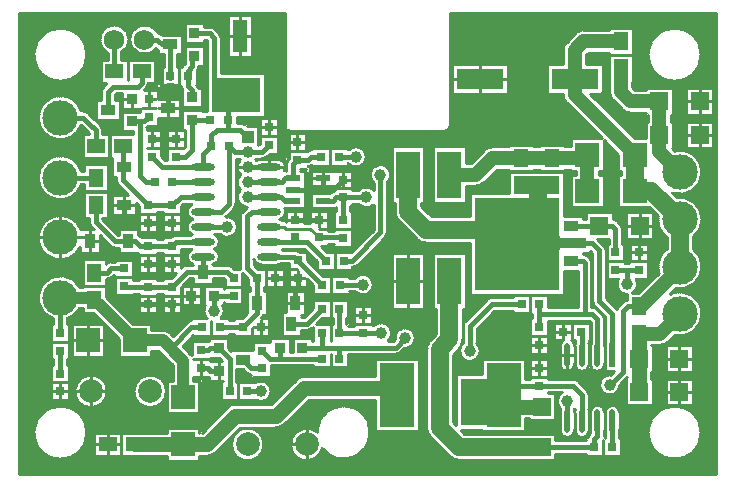
<source format=gtl>
%FSLAX42Y42*%
%MOMM*%
G71*
G01*
G75*
G04 Layer_Physical_Order=1*
%ADD10C,0.25*%
%ADD11R,2.00X2.00*%
%ADD12R,1.25X1.50*%
%ADD13R,4.00X1.80*%
%ADD14R,2.00X4.00*%
%ADD15R,0.75X0.75*%
%ADD16R,1.25X2.80*%
%ADD17R,1.50X1.25*%
%ADD18R,0.91X0.91*%
%ADD19O,2.00X0.60*%
%ADD20R,0.91X1.27*%
%ADD21R,1.25X0.90*%
%ADD22R,0.90X1.25*%
%ADD23R,1.27X0.91*%
%ADD24O,4.00X2.00*%
%ADD25R,2.55X0.90*%
%ADD26O,0.50X2.00*%
%ADD27R,0.50X2.00*%
%ADD28R,1.27X0.51*%
%ADD29R,2.90X5.40*%
%ADD30R,1.50X1.50*%
%ADD31C,0.40*%
%ADD32C,0.25*%
%ADD33C,1.00*%
%ADD34C,1.50*%
%ADD35C,1.25*%
%ADD36C,2.00*%
%ADD37C,1.20*%
%ADD38R,3.48X3.98*%
%ADD39R,7.20X7.85*%
%ADD40R,4.13X2.98*%
%ADD41C,2.00*%
%ADD42R,1.00X1.00*%
%ADD43C,1.00*%
%ADD44C,1.75*%
%ADD45C,3.00*%
D10*
X625Y400D02*
G03*
X625Y400I-225J0D01*
G01*
X797Y750D02*
G03*
X797Y750I-138J0D01*
G01*
X1298D02*
G03*
X1298Y750I-138J0D01*
G01*
X457Y1364D02*
G03*
X566Y1455I-57J178D01*
G01*
X566Y1630D02*
G03*
X342Y1364I-166J-88D01*
G01*
X793Y1698D02*
G03*
X833Y1714I0J57D01*
G01*
X793Y1698D02*
G03*
X833Y1714I0J57D01*
G01*
X827Y1848D02*
G03*
X788Y1831I0J-57D01*
G01*
X827Y1848D02*
G03*
X788Y1831I0J-57D01*
G01*
X1329Y1242D02*
G03*
X1268Y1268I-62J-62D01*
G01*
X1329Y1242D02*
G03*
X1268Y1268I-62J-62D01*
G01*
X1510Y1350D02*
G03*
X1469Y1333I0J-57D01*
G01*
X1510Y1350D02*
G03*
X1469Y1333I0J-57D01*
G01*
X1471Y1821D02*
G03*
X1430Y1804I0J-57D01*
G01*
X1471Y1821D02*
G03*
X1430Y1804I0J-57D01*
G01*
X1638Y200D02*
G03*
X1708Y229I0J100D01*
G01*
X1638Y200D02*
G03*
X1708Y229I0J100D01*
G01*
X2123Y300D02*
G03*
X2123Y300I-138J0D01*
G01*
X1515Y1053D02*
G03*
X1502Y1069I-75J-45D01*
G01*
X1515Y1053D02*
G03*
X1502Y1069I-75J-45D01*
G01*
X1880Y643D02*
G03*
X1809Y613I0J-100D01*
G01*
X1880Y643D02*
G03*
X1809Y613I0J-100D01*
G01*
X2227Y443D02*
G03*
X2298Y472I0J100D01*
G01*
X2227Y443D02*
G03*
X2298Y472I0J100D01*
G01*
X2572Y406D02*
G03*
X2618Y266I-87J-106D01*
G01*
X2052Y675D02*
G03*
X2185Y750I45J75D01*
G01*
G03*
X2052Y825I-88J0D01*
G01*
X1976Y904D02*
G03*
X2017Y888I41J41D01*
G01*
X1976Y904D02*
G03*
X2017Y888I41J41D01*
G01*
X2462Y877D02*
G03*
X2392Y848I0J-100D01*
G01*
X2462Y877D02*
G03*
X2392Y848I0J-100D01*
G01*
X1626Y1477D02*
G03*
X1639Y1368I74J-47D01*
G01*
X1761D02*
G03*
X1788Y1430I-61J62D01*
G01*
G03*
X1774Y1477I-88J0D01*
G01*
X1515Y1952D02*
G03*
X1523Y1825I25J-62D01*
G01*
X1690Y1823D02*
G03*
X1748Y1890I-10J67D01*
G01*
X1855Y1804D02*
G03*
X1814Y1821I-41J-41D01*
G01*
X1855Y1804D02*
G03*
X1814Y1821I-41J-41D01*
G01*
X2038Y1865D02*
G03*
X2100Y1823I62J25D01*
G01*
X2106Y1372D02*
G03*
X2120Y1395I-41J41D01*
G01*
X2106Y1372D02*
G03*
X2120Y1395I-41J41D01*
G01*
X2488Y1266D02*
G03*
X2529Y1283I0J57D01*
G01*
X2488Y1266D02*
G03*
X2529Y1283I0J57D01*
G01*
X2240Y1823D02*
G03*
X2275Y1833I0J68D01*
G01*
X575Y2120D02*
G03*
X568Y1968I-175J-68D01*
G01*
X643Y2183D02*
G03*
X659Y2142I57J0D01*
G01*
X643Y2183D02*
G03*
X659Y2142I57J0D01*
G01*
X578Y2616D02*
G03*
X578Y2501I-178J-57D01*
G01*
X822Y1979D02*
G03*
X862Y1962I41J41D01*
G01*
X822Y1979D02*
G03*
X862Y1962I41J41D01*
G01*
X1076Y2061D02*
G03*
X1057Y2073I-41J-41D01*
G01*
X1076Y2061D02*
G03*
X1057Y2073I-41J-41D01*
G01*
X873Y2535D02*
G03*
X889Y2494I57J0D01*
G01*
X873Y2535D02*
G03*
X889Y2494I57J0D01*
G01*
X578Y3124D02*
G03*
X576Y3002I-178J-57D01*
G01*
X634Y3107D02*
G03*
X593Y3124I-41J-41D01*
G01*
X757Y2960D02*
G03*
X741Y3001I-57J0D01*
G01*
X757Y2960D02*
G03*
X741Y3001I-57J0D01*
G01*
X634Y3107D02*
G03*
X593Y3124I-41J-41D01*
G01*
X761Y3327D02*
G03*
X744Y3287I41J-41D01*
G01*
X761Y3328D02*
G03*
X744Y3287I41J-41D01*
G01*
X625Y3600D02*
G03*
X625Y3600I-225J0D01*
G01*
X982Y3728D02*
G03*
X800Y3617I-125J0D01*
G01*
X1132Y2982D02*
G03*
X1151Y2994I-22J53D01*
G01*
X1132Y2982D02*
G03*
X1151Y2994I-22J53D01*
G01*
X1128Y3322D02*
G03*
X1145Y3358I-41J41D01*
G01*
X1128Y3322D02*
G03*
X1145Y3358I-41J41D01*
G01*
X915Y3617D02*
G03*
X982Y3728I-57J111D01*
G01*
X1224Y3785D02*
G03*
X1212Y3652I-111J-57D01*
G01*
X1257Y3770D02*
G03*
X1224Y3785I-39J-42D01*
G01*
X1257Y3770D02*
G03*
X1224Y3785I-39J-42D01*
G01*
X1380Y2073D02*
G03*
X1339Y2056I0J-57D01*
G01*
X1380Y2073D02*
G03*
X1339Y2056I0J-57D01*
G01*
X1748Y1890D02*
G03*
X1705Y1952I-68J0D01*
G01*
G03*
X1748Y2015I-25J62D01*
G01*
G03*
X1705Y2077I-68J0D01*
G01*
X1522Y2205D02*
G03*
X1515Y2077I18J-65D01*
G01*
X1747Y2083D02*
G03*
X1900Y2140I66J57D01*
G01*
G03*
X1800Y2227I-88J0D01*
G01*
X1515Y2333D02*
G03*
X1522Y2205I25J-62D01*
G01*
X1939Y2271D02*
G03*
X1923Y2230I41J-41D01*
G01*
X1939Y2271D02*
G03*
X1923Y2230I41J-41D01*
G01*
X1868Y2294D02*
G03*
X1885Y2335I-41J41D01*
G01*
X1868Y2294D02*
G03*
X1885Y2335I-41J41D01*
G01*
X1925Y2459D02*
G03*
X1977Y2308I60J-64D01*
G01*
X1925Y2586D02*
G03*
X1925Y2459I60J-64D01*
G01*
Y2714D02*
G03*
X1925Y2586I60J-64D01*
G01*
X2285Y2190D02*
G03*
X2258Y2205I-45J-50D01*
G01*
Y2205D02*
G03*
X2308Y2270I-18J65D01*
G01*
X2419Y1933D02*
G03*
X2380Y1948I-39J-43D01*
G01*
X2419Y1933D02*
G03*
X2380Y1948I-39J-43D01*
G01*
X2308Y2270D02*
G03*
X2301Y2300I-68J0D01*
G01*
X2100Y2717D02*
G03*
X2056Y2701I0J-68D01*
G01*
X2110Y2720D02*
G03*
X2151Y2737I0J57D01*
G01*
X2110Y2720D02*
G03*
X2151Y2737I0J57D01*
G01*
X2298Y2615D02*
G03*
X2308Y2650I-58J35D01*
G01*
G03*
X2240Y2717I-68J0D01*
G01*
X2332Y2716D02*
G03*
X2315Y2675I41J-41D01*
G01*
X2332Y2716D02*
G03*
X2315Y2675I41J-41D01*
G01*
X2500Y2652D02*
G03*
X2533Y2663I0J57D01*
G01*
X2500Y2652D02*
G03*
X2533Y2663I0J57D01*
G01*
X2525Y2792D02*
G03*
X2484Y2776I0J-57D01*
G01*
X2525Y2792D02*
G03*
X2484Y2776I0J-57D01*
G01*
X1313Y3347D02*
G03*
X1351Y3347I19J54D01*
G01*
X1423Y3335D02*
G03*
X1434Y3300I57J0D01*
G01*
X1423Y3335D02*
G03*
X1434Y3300I57J-0D01*
G01*
X1568Y3321D02*
G03*
X1556Y3341I-53J-21D01*
G01*
X1568Y3321D02*
G03*
X1556Y3341I-53J-21D01*
G01*
X1558Y3462D02*
G03*
X1575Y3503I-41J41D01*
G01*
X1558Y3462D02*
G03*
X1575Y3503I-41J41D01*
G01*
X1966Y3006D02*
G03*
X1925Y3023I-41J-41D01*
G01*
X1966Y3006D02*
G03*
X1925Y3023I-41J-41D01*
G01*
X2300Y3000D02*
G03*
X2350Y2950I50J0D01*
G01*
X2300Y3000D02*
G03*
X2350Y2950I50J0D01*
G01*
X1758Y3745D02*
G03*
X1741Y3786I-57J0D01*
G01*
X1705Y3821D02*
G03*
X1665Y3838I-41J-41D01*
G01*
X1705Y3821D02*
G03*
X1665Y3838I-41J-41D01*
G01*
X1758Y3745D02*
G03*
X1741Y3786I-57J0D01*
G01*
X3023Y403D02*
G03*
X2572Y406I-225J0D01*
G01*
X2618Y266D02*
G03*
X3023Y403I179J136D01*
G01*
X3695Y200D02*
G03*
X3775Y167I80J80D01*
G01*
X3695Y200D02*
G03*
X3775Y167I80J80D01*
G01*
X3500Y443D02*
G03*
X3533Y363I112J0D01*
G01*
X3500Y443D02*
G03*
X3533Y363I112J0D01*
G01*
X3238Y1062D02*
G03*
X3278Y1079I0J57D01*
G01*
X3238Y1062D02*
G03*
X3278Y1079I0J57D01*
G01*
X3312Y1113D02*
G03*
X3405Y1200I6J87D01*
G01*
X3173Y1177D02*
G03*
X3205Y1245I-56J68D01*
G01*
G03*
X3052Y1302I-88J0D01*
G01*
X3405Y1200D02*
G03*
X3230Y1194I-88J0D01*
G01*
X2897Y1595D02*
G03*
X3050Y1652I66J57D01*
G01*
G03*
X2897Y1710I-88J0D01*
G01*
X3533Y1187D02*
G03*
X3500Y1107I80J-80D01*
G01*
X3775Y1110D02*
G03*
X3788Y1127I-80J80D01*
G01*
X3775Y1110D02*
G03*
X3788Y1127I-80J80D01*
G01*
X3810Y1156D02*
G03*
X3796Y1140I57J-66D01*
G01*
X3533Y1187D02*
G03*
X3500Y1107I80J-80D01*
G01*
X3796Y1140D02*
G03*
X3808Y1190I-101J50D01*
G01*
X3796Y1140D02*
G03*
X3808Y1190I-101J50D01*
G01*
X3788Y1127D02*
G03*
X3955Y1090I79J-37D01*
G01*
G03*
X3925Y1156I-88J0D01*
G01*
X3827Y1346D02*
G03*
X3810Y1305I41J-41D01*
G01*
X3827Y1346D02*
G03*
X3810Y1305I41J-41D01*
G01*
X4053Y1548D02*
G03*
X4012Y1531I0J-57D01*
G01*
X4053Y1548D02*
G03*
X4012Y1531I0J-57D01*
G01*
X4630Y420D02*
G03*
X4755Y420I62J0D01*
G01*
G03*
X4880Y420I62J0D01*
G01*
X4882Y383D02*
G03*
X4866Y355I41J-41D01*
G01*
X4882Y383D02*
G03*
X4866Y355I41J-41D01*
G01*
X4635Y594D02*
G03*
X4630Y570I57J-24D01*
G01*
X4755D02*
G03*
X4750Y594I-62J0D01*
G01*
X4760D02*
G03*
X4755Y570I57J-24D01*
G01*
X4644Y740D02*
G03*
X4635Y602I49J-73D01*
G01*
X4781Y838D02*
G03*
X4740Y855I-41J-41D01*
G01*
X4781Y838D02*
G03*
X4740Y855I-41J-41D01*
G01*
X4880Y570D02*
G03*
X4875Y594I-62J0D01*
G01*
X4885Y420D02*
G03*
X4890Y396I62J0D01*
G01*
X5005D02*
G03*
X5010Y420I-57J24D01*
G01*
G03*
X5015Y396I62J0D01*
G01*
X5010Y570D02*
G03*
X4885Y570I-62J0D01*
G01*
X5135D02*
G03*
X5010Y570I-62J0D01*
G01*
X4875Y720D02*
G03*
X4858Y761I-57J0D01*
G01*
X4875Y720D02*
G03*
X4858Y761I-57J0D01*
G01*
X5058Y890D02*
G03*
X5140Y802I-6J-87D01*
G01*
X5130Y396D02*
G03*
X5135Y420I-57J24D01*
G01*
X5825Y400D02*
G03*
X5825Y400I-225J0D01*
G01*
X4630Y980D02*
G03*
X4755Y980I62J0D01*
G01*
G03*
X4880Y980I62J0D01*
G01*
X4885D02*
G03*
X5010Y980I62J0D01*
G01*
X4655Y1180D02*
G03*
X4630Y1130I38J-50D01*
G01*
X4755D02*
G03*
X4730Y1180I-62J0D01*
G01*
X4760Y1154D02*
G03*
X4755Y1130I57J-24D01*
G01*
X4880D02*
G03*
X4875Y1154I-62J0D01*
G01*
X4890D02*
G03*
X4885Y1130I57J-24D01*
G01*
X5010D02*
G03*
X5005Y1154I-62J0D01*
G01*
X4946Y1446D02*
G03*
X4905Y1462I-41J-41D01*
G01*
X5005Y1362D02*
G03*
X4988Y1403I-57J0D01*
G01*
X5005Y1362D02*
G03*
X4988Y1403I-57J0D01*
G01*
X4905Y1515D02*
G03*
X4922Y1474I57J0D01*
G01*
X4946Y1446D02*
G03*
X4905Y1462I-41J-41D01*
G01*
X4905Y1515D02*
G03*
X4922Y1474I57J0D01*
G01*
X5478Y1140D02*
G03*
X5546Y1169I0J98D01*
G01*
X5478Y1140D02*
G03*
X5546Y1169I0J98D01*
G01*
X5601Y1223D02*
G03*
X5833Y1405I44J182D01*
G01*
G03*
X5565Y1575I-188J0D01*
G01*
X5124Y1468D02*
G03*
X5111Y1448I41J-41D01*
G01*
X5124Y1468D02*
G03*
X5111Y1448I41J-41D01*
G01*
X5200Y1525D02*
G03*
X5164Y1508I5J-57D01*
G01*
X5200Y1525D02*
G03*
X5164Y1508I5J-57D01*
G01*
X5125Y1700D02*
G03*
X5200Y1568I75J-45D01*
G01*
X5245Y1580D02*
G03*
X5288Y1655I-45J75D01*
G01*
G03*
X5275Y1700I-88J0D01*
G01*
X5611Y1621D02*
G03*
X5833Y1805I34J184D01*
G01*
X2873Y1798D02*
G03*
X2911Y1814I-3J57D01*
G01*
X2873Y1798D02*
G03*
X2911Y1814I-3J57D01*
G01*
X3151Y2054D02*
G03*
X3167Y2095I-41J41D01*
G01*
X3151Y2054D02*
G03*
X3167Y2095I-41J41D01*
G01*
X2717Y2447D02*
G03*
X2694Y2433I17J-55D01*
G01*
X2717Y2447D02*
G03*
X2694Y2433I17J-55D01*
G01*
X2927Y2335D02*
G03*
X3052Y2329I66J57D01*
G01*
Y2456D02*
G03*
X2927Y2450I-60J-64D01*
G01*
X3418Y2038D02*
G03*
X3497Y2005I80J80D01*
G01*
X3418Y2038D02*
G03*
X3497Y2005I80J79D01*
G01*
X3233Y2270D02*
G03*
X3265Y2190I112J0D01*
G01*
X3233Y2270D02*
G03*
X3265Y2190I112J0D01*
G01*
X3167Y2517D02*
G03*
X3198Y2583I-57J66D01*
G01*
X3917Y2488D02*
G03*
X3986Y2516I0J98D01*
G01*
X3917Y2488D02*
G03*
X3986Y2516I0J98D01*
G01*
X2837Y2677D02*
G03*
X2990Y2735I66J57D01*
G01*
G03*
X2837Y2792I-88J0D01*
G01*
X3198Y2583D02*
G03*
X3052Y2517I-88J0D01*
G01*
X3650Y2950D02*
G03*
X3700Y3000I0J50D01*
G01*
X3650Y2950D02*
G03*
X3700Y3000I0J50D01*
G01*
X4058Y2823D02*
G03*
X3989Y2794I0J-98D01*
G01*
X4058Y2823D02*
G03*
X3989Y2794I0J-98D01*
G01*
X4658Y3260D02*
G03*
X4686Y3191I98J0D01*
G01*
X4658Y3260D02*
G03*
X4686Y3191I98J0D01*
G01*
Y3711D02*
G03*
X4658Y3642I69J-69D01*
G01*
X4686Y3711D02*
G03*
X4658Y3642I69J-69D01*
G01*
X4897Y1840D02*
G03*
X4881Y1881I-57J0D01*
G01*
X4868Y1893D02*
G03*
X4828Y1910I-41J-41D01*
G01*
X4868Y1893D02*
G03*
X4828Y1910I-41J-41D01*
G01*
X4897Y1840D02*
G03*
X4881Y1881I-57J0D01*
G01*
X5020Y1942D02*
G03*
X5003Y1983I-57J0D01*
G01*
X5020Y1942D02*
G03*
X5003Y1983I-57J0D01*
G01*
X5111Y2193D02*
G03*
X5078Y2210I-41J-41D01*
G01*
X5111Y2193D02*
G03*
X5078Y2210I-41J-41D01*
G01*
X5217Y1833D02*
G03*
X5183Y1833I-17J-55D01*
G01*
X5158Y2123D02*
G03*
X5141Y2163I-57J0D01*
G01*
X5158Y2123D02*
G03*
X5141Y2163I-57J0D01*
G01*
X5533Y1955D02*
G03*
X5465Y1751I112J-150D01*
G01*
X5833Y1805D02*
G03*
X5758Y1955I-188J0D01*
G01*
X5459Y2232D02*
G03*
X5533Y2055I186J-27D01*
G01*
X5833Y2205D02*
G03*
X5618Y2391I-188J0D01*
G01*
X5758Y2055D02*
G03*
X5833Y2205I-112J150D01*
G01*
X5580Y2429D02*
G03*
X5833Y2605I65J176D01*
G01*
G03*
X5601Y2787I-188J0D01*
G01*
X5156Y3136D02*
G03*
X5225Y3108I69J69D01*
G01*
X5156Y3136D02*
G03*
X5225Y3108I69J69D01*
G01*
X5047Y3285D02*
G03*
X5076Y3216I98J0D01*
G01*
X5047Y3285D02*
G03*
X5076Y3216I98J0D01*
G01*
X4825Y3810D02*
G03*
X4756Y3781I0J-98D01*
G01*
X4825Y3810D02*
G03*
X4756Y3781I0J-98D01*
G01*
X5825Y3600D02*
G03*
X5825Y3600I-225J0D01*
G01*
X2295Y2140D02*
X2308Y2127D01*
X2170Y2140D02*
X2295D01*
X2515Y2127D02*
X2590Y2052D01*
X2308Y2127D02*
X2515D01*
X230Y50D02*
Y252D01*
X210Y50D02*
Y279D01*
X50Y180D02*
X352D01*
X50Y200D02*
X297D01*
X50Y280D02*
X209D01*
X50Y300D02*
X198D01*
X50Y220D02*
X265D01*
X50Y240D02*
X242D01*
X50Y260D02*
X224D01*
X270Y50D02*
Y216D01*
X250Y50D02*
Y232D01*
X330Y50D02*
Y186D01*
X290Y50D02*
Y203D01*
X310Y50D02*
Y194D01*
X350Y50D02*
Y180D01*
X370Y50D02*
Y177D01*
X390Y50D02*
Y175D01*
X410Y50D02*
Y175D01*
X430Y50D02*
Y177D01*
X50Y360D02*
X178D01*
X50Y380D02*
X176D01*
X50Y320D02*
X189D01*
X50Y340D02*
X183D01*
X50Y400D02*
X175D01*
X50Y420D02*
X176D01*
X50Y440D02*
X178D01*
X50Y460D02*
X183D01*
X50Y480D02*
X189D01*
X190Y50D02*
Y319D01*
X50Y500D02*
X198D01*
X50Y520D02*
X209D01*
X50Y540D02*
X224D01*
X50Y560D02*
X242D01*
X50Y580D02*
X265D01*
X50Y600D02*
X296D01*
X50Y620D02*
X352D01*
X330Y614D02*
Y675D01*
X350Y620D02*
Y675D01*
X450Y50D02*
Y180D01*
X470Y50D02*
Y186D01*
X490Y50D02*
Y194D01*
X510Y50D02*
Y203D01*
X530Y50D02*
Y216D01*
X550Y50D02*
Y232D01*
X448Y180D02*
X1302D01*
X503Y200D02*
X1302D01*
X535Y220D02*
X688D01*
X570Y50D02*
Y252D01*
X590Y50D02*
Y279D01*
X688Y200D02*
X912D01*
X558Y240D02*
X688D01*
X610Y50D02*
Y319D01*
X576Y260D02*
X688D01*
X591Y280D02*
X688D01*
X602Y300D02*
X688D01*
X611Y320D02*
X688D01*
X617Y340D02*
X688D01*
X570Y548D02*
Y646D01*
X550Y568D02*
Y668D01*
X535Y580D02*
X1302D01*
X590Y521D02*
Y632D01*
X530Y584D02*
Y705D01*
X510Y597D02*
Y1043D01*
X504Y600D02*
X1302D01*
X448Y620D02*
X615D01*
X650Y50D02*
Y613D01*
X630Y50D02*
Y616D01*
X622Y360D02*
X688D01*
X670Y50D02*
Y613D01*
X688Y200D02*
Y400D01*
X624Y380D02*
X688D01*
X610Y481D02*
Y622D01*
X625Y400D02*
X688D01*
X624Y420D02*
X1302D01*
X688Y400D02*
X912D01*
X50Y680D02*
X325D01*
Y675D02*
Y825D01*
X50Y700D02*
X325D01*
X50Y720D02*
X325D01*
X50Y740D02*
X325D01*
X50Y760D02*
X325D01*
X50Y780D02*
X325D01*
X50Y800D02*
X325D01*
X50Y820D02*
X325D01*
X370Y623D02*
Y675D01*
X390Y625D02*
Y675D01*
X410Y625D02*
Y675D01*
X450Y620D02*
Y675D01*
X470Y614D02*
Y675D01*
X430Y623D02*
Y675D01*
X50Y840D02*
X325D01*
X50Y860D02*
X325D01*
X50Y880D02*
X325D01*
X50Y900D02*
X325D01*
X50Y920D02*
X325D01*
X50Y940D02*
X325D01*
X50Y960D02*
X325D01*
X50Y980D02*
X342D01*
X50Y1000D02*
X342D01*
X325Y825D02*
Y975D01*
X50Y1040D02*
X325D01*
X342Y975D02*
Y1020D01*
X50Y1020D02*
X342D01*
X457Y975D02*
Y1020D01*
X50Y1060D02*
X325D01*
X50Y1080D02*
X325D01*
X50Y1100D02*
X325D01*
X50Y1120D02*
X325D01*
X50Y1140D02*
X325D01*
Y675D02*
X475D01*
Y680D02*
X542D01*
X50Y640D02*
X578D01*
X50Y660D02*
X556D01*
X325Y825D02*
X475D01*
X325Y825D02*
X475D01*
Y700D02*
X532D01*
X475Y720D02*
X526D01*
X475Y740D02*
X523D01*
X475Y760D02*
X523D01*
X475Y675D02*
Y825D01*
Y780D02*
X526D01*
X475Y800D02*
X532D01*
X475Y820D02*
X542D01*
X475Y840D02*
X556D01*
X475Y860D02*
X577D01*
X475Y880D02*
X615D01*
X475Y825D02*
Y975D01*
Y900D02*
X1352D01*
X475Y920D02*
X1352D01*
X475Y940D02*
X1352D01*
X457Y1020D02*
X1304D01*
X475Y1040D02*
X1284D01*
X475Y960D02*
X1352D01*
X457Y980D02*
X1344D01*
X457Y1000D02*
X1324D01*
X530Y795D02*
Y1043D01*
X550Y832D02*
Y1043D01*
X570Y854D02*
Y1043D01*
X590Y868D02*
Y1043D01*
X610Y878D02*
Y1043D01*
X630Y884D02*
Y1043D01*
X650Y887D02*
Y1043D01*
X495D02*
X770D01*
X670Y887D02*
Y1043D01*
X690Y50D02*
Y200D01*
X710Y50D02*
Y200D01*
X730Y50D02*
Y200D01*
X750Y50D02*
Y200D01*
X770Y50D02*
Y200D01*
X790Y50D02*
Y200D01*
X810Y50D02*
Y200D01*
X830Y50D02*
Y200D01*
X850Y50D02*
Y200D01*
X870Y50D02*
Y200D01*
X890Y50D02*
Y200D01*
X910Y50D02*
Y200D01*
X930Y50D02*
Y200D01*
X950Y50D02*
Y200D01*
X970Y50D02*
Y200D01*
X990Y50D02*
Y200D01*
X1010Y50D02*
Y200D01*
X918D02*
X1030D01*
X1030Y50D02*
Y200D01*
X690Y400D02*
Y616D01*
X710Y400D02*
Y622D01*
X730Y400D02*
Y632D01*
X750Y400D02*
Y646D01*
X770Y400D02*
Y667D01*
X790Y400D02*
Y705D01*
X912Y200D02*
Y400D01*
X918Y200D02*
Y400D01*
X910D02*
Y1043D01*
X918Y400D02*
X1030D01*
X930D02*
Y1043D01*
X950Y400D02*
Y1043D01*
X970Y400D02*
Y1043D01*
X990Y400D02*
Y1043D01*
X1010Y400D02*
Y1043D01*
X1050Y50D02*
Y200D01*
X1070Y50D02*
Y200D01*
X1090Y50D02*
Y200D01*
X1110Y50D02*
Y200D01*
X1130Y50D02*
Y200D01*
X1030D02*
X1143D01*
X1310Y50D02*
Y162D01*
X1030Y200D02*
X1143D01*
X1150Y50D02*
Y200D01*
X1330Y50D02*
Y162D01*
X1350Y50D02*
Y162D01*
X1370Y50D02*
Y162D01*
X1390Y50D02*
Y162D01*
X1410Y50D02*
Y162D01*
X1430Y50D02*
Y162D01*
X1450Y50D02*
Y162D01*
X1470Y50D02*
Y162D01*
X1490Y50D02*
Y162D01*
X1510Y50D02*
Y162D01*
X1050Y400D02*
Y668D01*
X1030Y400D02*
Y705D01*
X1143Y200D02*
X1302D01*
X1030Y400D02*
X1143D01*
X1030D02*
X1143D01*
X1090D02*
Y632D01*
X1070Y400D02*
Y646D01*
X1143Y400D02*
X1302D01*
X1110D02*
Y622D01*
X1130Y400D02*
Y616D01*
X1170Y50D02*
Y200D01*
X1190Y50D02*
Y200D01*
X1210Y50D02*
Y200D01*
X1230Y50D02*
Y200D01*
X1250Y50D02*
Y200D01*
X1150Y400D02*
Y613D01*
X1170Y400D02*
Y613D01*
X1270Y50D02*
Y200D01*
X1290Y50D02*
Y200D01*
X1302Y162D02*
Y200D01*
X764Y660D02*
X1056D01*
X778Y680D02*
X1042D01*
X705Y620D02*
X1115D01*
X742Y640D02*
X1078D01*
X690Y884D02*
Y1043D01*
X710Y878D02*
Y1043D01*
X764Y840D02*
X1056D01*
X705Y880D02*
X1115D01*
X743Y860D02*
X1077D01*
X788Y700D02*
X1032D01*
X794Y720D02*
X1026D01*
X1190Y400D02*
Y616D01*
X1210Y400D02*
Y622D01*
X1230Y400D02*
Y632D01*
X797Y740D02*
X1023D01*
X797Y760D02*
X1023D01*
X794Y780D02*
X1026D01*
X778Y820D02*
X1042D01*
X788Y800D02*
X1032D01*
X730Y868D02*
Y1043D01*
X750Y854D02*
Y1043D01*
X770Y833D02*
Y1043D01*
X1030Y795D02*
Y1043D01*
X770Y1060D02*
X895D01*
X770Y1080D02*
X895D01*
Y1043D02*
X1170D01*
X770Y1100D02*
X895D01*
X770Y1120D02*
X895D01*
X1050Y832D02*
Y1043D01*
X1070Y854D02*
Y1043D01*
X1090Y868D02*
Y1043D01*
X1110Y878D02*
Y1043D01*
X1210Y878D02*
Y1093D01*
X1130Y884D02*
Y1043D01*
X1150Y887D02*
Y1043D01*
X1170Y887D02*
Y1043D01*
X1170D02*
Y1093D01*
X1190Y884D02*
Y1093D01*
X1250Y400D02*
Y646D01*
X1270Y400D02*
Y667D01*
X1302Y400D02*
Y438D01*
X1290Y400D02*
Y705D01*
X1205Y620D02*
X1302D01*
X1242Y640D02*
X1302D01*
X1310Y438D02*
Y562D01*
X1264Y660D02*
X1302D01*
X1278Y680D02*
X1302D01*
X1330Y438D02*
Y562D01*
X1350Y438D02*
Y562D01*
X1370Y438D02*
Y562D01*
X1390Y438D02*
Y562D01*
X1410Y438D02*
Y562D01*
X1430Y438D02*
Y562D01*
X1450Y438D02*
Y562D01*
X1470Y438D02*
Y562D01*
X1490Y438D02*
Y562D01*
X1510Y438D02*
Y562D01*
X1250Y854D02*
Y1074D01*
X1230Y868D02*
Y1093D01*
X1264Y840D02*
X1352D01*
X1243Y860D02*
X1352D01*
X1170Y1080D02*
X1244D01*
X1170Y1093D02*
X1231D01*
X1205Y880D02*
X1352D01*
X1170Y1060D02*
X1264D01*
X1231Y1093D02*
X1352Y971D01*
X1290Y795D02*
Y1034D01*
X1270Y833D02*
Y1054D01*
X1278Y820D02*
X1302D01*
Y562D02*
Y838D01*
X1352D01*
X1330D02*
Y994D01*
X1310Y838D02*
Y1014D01*
X1352Y838D02*
Y971D01*
X1350Y838D02*
Y974D01*
X1435Y1136D02*
X1502Y1069D01*
X50Y1160D02*
X325D01*
X50Y1180D02*
X325D01*
X50Y1200D02*
X325D01*
X50Y1220D02*
X325D01*
X50Y1240D02*
X325D01*
X50Y1260D02*
X325D01*
X50Y1280D02*
X325D01*
X50Y1300D02*
X325D01*
X50Y1320D02*
X325D01*
Y1020D02*
Y1170D01*
X475Y1020D02*
Y1170D01*
X325Y1170D02*
X475D01*
X325Y1170D02*
X475D01*
X495Y1043D02*
Y1318D01*
X325Y1170D02*
Y1320D01*
X342D02*
Y1364D01*
X475Y1170D02*
Y1320D01*
X50Y1340D02*
X342D01*
X50Y1360D02*
X342D01*
X50Y50D02*
Y3950D01*
X70Y50D02*
Y3950D01*
X90Y50D02*
Y3950D01*
X110Y50D02*
Y3950D01*
X130Y50D02*
Y3950D01*
X150Y50D02*
Y3950D01*
X50Y1380D02*
X306D01*
X50Y1400D02*
X278D01*
X170Y50D02*
Y3950D01*
X210Y521D02*
Y3479D01*
X190Y481D02*
Y3519D01*
X270Y584D02*
Y1407D01*
X230Y548D02*
Y1463D01*
X250Y568D02*
Y1430D01*
X310Y606D02*
Y1378D01*
X290Y597D02*
Y1391D01*
X457Y1320D02*
Y1364D01*
X490Y606D02*
Y1378D01*
X510Y1318D02*
Y1391D01*
X770Y1140D02*
X895D01*
X770Y1160D02*
X895D01*
X770Y1180D02*
X895D01*
X475Y1320D02*
X769D01*
X495Y1318D02*
X770D01*
X790Y795D02*
Y1299D01*
X770Y1043D02*
Y1318D01*
X850Y400D02*
Y1239D01*
X810Y400D02*
Y1279D01*
X830Y400D02*
Y1259D01*
X770Y1260D02*
X829D01*
X770Y1280D02*
X809D01*
X770Y1200D02*
X889D01*
X770Y1220D02*
X869D01*
X770Y1240D02*
X849D01*
X530Y1318D02*
Y1407D01*
X550Y1318D02*
Y1430D01*
X590Y1318D02*
Y1412D01*
X570Y1318D02*
Y1455D01*
X610Y1318D02*
Y1412D01*
X457Y1340D02*
X749D01*
X457Y1360D02*
X729D01*
X494Y1380D02*
X709D01*
X630Y1318D02*
Y1412D01*
X650Y1318D02*
Y1412D01*
X706Y1383D02*
X895Y1194D01*
X670Y1318D02*
Y1412D01*
X690Y1318D02*
Y1399D01*
X710Y1318D02*
Y1379D01*
X676Y1412D02*
X706Y1383D01*
X750Y1318D02*
Y1339D01*
X730Y1318D02*
Y1359D01*
X830Y1506D02*
X1019Y1318D01*
X50Y1460D02*
X232D01*
X50Y1480D02*
X223D01*
X50Y1420D02*
X258D01*
X50Y1440D02*
X243D01*
X50Y1520D02*
X214D01*
X50Y1540D02*
X213D01*
X50Y1500D02*
X217D01*
X50Y1560D02*
X213D01*
X50Y1580D02*
X216D01*
X542Y1420D02*
X588D01*
X50Y1600D02*
X222D01*
X557Y1440D02*
X588D01*
X566Y1455D02*
X588D01*
Y1412D02*
Y1455D01*
X50Y1620D02*
X229D01*
X50Y1640D02*
X240D01*
X50Y1660D02*
X254D01*
X50Y1680D02*
X273D01*
X50Y1700D02*
X298D01*
X250Y1655D02*
Y1940D01*
X230Y1622D02*
Y1973D01*
X290Y1694D02*
Y1901D01*
X270Y1678D02*
Y1917D01*
X330Y1716D02*
Y1879D01*
X310Y1707D02*
Y1888D01*
X50Y1720D02*
X340D01*
X350Y1723D02*
Y1872D01*
X370Y1728D02*
Y1867D01*
X490Y1707D02*
Y1888D01*
X510Y1694D02*
Y1901D01*
X530Y1678D02*
Y1917D01*
X550Y1655D02*
Y1940D01*
X570Y1630D02*
Y1920D01*
X390Y1730D02*
Y1865D01*
X410Y1730D02*
Y1865D01*
X430Y1728D02*
Y1867D01*
X450Y1723D02*
Y1872D01*
X470Y1716D02*
Y1879D01*
X588Y1412D02*
X676D01*
X566Y1630D02*
X588D01*
X522Y1400D02*
X689D01*
X788Y1549D02*
X830Y1506D01*
X546Y1660D02*
X588D01*
X527Y1680D02*
X588D01*
Y1638D02*
X788D01*
X560Y1640D02*
X862D01*
X588Y1642D02*
X788D01*
X856Y1480D02*
X1065D01*
X788Y1549D02*
Y1638D01*
X836Y1500D02*
X1065D01*
X796Y1540D02*
X1065D01*
X816Y1520D02*
X1065D01*
X788Y1580D02*
X862D01*
X788Y1600D02*
X862D01*
X788Y1560D02*
X1065D01*
X788Y1620D02*
X862D01*
X788Y1660D02*
X862D01*
X502Y1700D02*
X588D01*
Y1642D02*
Y1867D01*
X788Y1680D02*
X862D01*
X460Y1720D02*
X588D01*
X788Y1642D02*
Y1698D01*
X50Y1740D02*
X588D01*
X50Y1760D02*
X588D01*
X50Y1780D02*
X588D01*
X50Y1800D02*
X588D01*
X50Y1820D02*
X588D01*
X810Y1526D02*
Y1700D01*
X830Y1506D02*
Y1711D01*
X850Y1486D02*
Y1731D01*
X788Y1831D02*
Y1867D01*
X809Y1700D02*
X862D01*
X833Y1714D02*
X851Y1733D01*
X890Y400D02*
Y1199D01*
X870Y400D02*
Y1219D01*
X895Y1043D02*
Y1194D01*
X1019Y1318D02*
X1170D01*
X1070D02*
Y1410D01*
X916Y1420D02*
X1065D01*
Y1410D02*
X1215D01*
X876Y1460D02*
X1065D01*
X896Y1440D02*
X1065D01*
X1170Y1268D02*
Y1318D01*
X1190Y1268D02*
Y1410D01*
X1170Y1268D02*
X1268D01*
X1210D02*
Y1410D01*
X1270Y1267D02*
Y1410D01*
X1090Y1318D02*
Y1410D01*
X1110Y1318D02*
Y1410D01*
X1130Y1318D02*
Y1410D01*
X1150Y1318D02*
Y1410D01*
X1170Y1318D02*
Y1410D01*
X970Y1366D02*
Y1565D01*
X990Y1346D02*
Y1565D01*
X1010Y1326D02*
Y1565D01*
X1030Y1318D02*
Y1577D01*
X870Y1466D02*
Y1565D01*
X890Y1446D02*
Y1565D01*
X910Y1426D02*
Y1565D01*
X930Y1406D02*
Y1565D01*
X950Y1386D02*
Y1565D01*
X1065Y1410D02*
Y1560D01*
X1050Y1318D02*
Y1577D01*
X1215Y1410D02*
Y1560D01*
X1230Y1268D02*
Y1577D01*
X1250Y1268D02*
Y1577D01*
X1268Y1410D02*
Y1560D01*
X1310Y1256D02*
Y1410D01*
X1303Y1260D02*
X1396D01*
X1170Y1280D02*
X1416D01*
X1290Y1265D02*
Y1410D01*
X1170Y1300D02*
X1436D01*
X996Y1340D02*
X1478D01*
X1016Y1320D02*
X1456D01*
X1450Y1121D02*
Y1151D01*
X1329Y1242D02*
X1354Y1218D01*
X1470Y1101D02*
Y1171D01*
X1490Y1081D02*
Y1191D01*
X1510Y1060D02*
Y1211D01*
X1331Y1240D02*
X1376D01*
X1330Y1241D02*
Y1410D01*
X1354Y1218D02*
X1469Y1333D01*
X1215Y1420D02*
X1268D01*
X1215Y1440D02*
X1268D01*
X1350Y1221D02*
Y1410D01*
X1268D02*
X1418D01*
X1215Y1460D02*
X1268D01*
X1215Y1480D02*
X1268D01*
X1370Y1234D02*
Y1410D01*
X1390Y1254D02*
Y1410D01*
X1410Y1274D02*
Y1410D01*
X1430Y1294D02*
Y1477D01*
X1450Y1314D02*
Y1477D01*
X1418Y1410D02*
Y1560D01*
X1427Y1477D02*
Y1638D01*
X1470Y1334D02*
Y1477D01*
X1490Y1346D02*
Y1477D01*
X1510Y1350D02*
Y1477D01*
X862Y1565D02*
X1012D01*
X862D02*
Y1715D01*
X1065Y1560D02*
X1215D01*
X1065Y1560D02*
X1215D01*
X1012Y1692D02*
Y1715D01*
X862Y1715D02*
X1012D01*
Y1577D02*
X1065D01*
X862Y1715D02*
X1012D01*
Y1692D02*
X1065D01*
X1215Y1500D02*
X1268D01*
X1065Y1710D02*
X1215D01*
Y1520D02*
X1268D01*
X1215Y1540D02*
X1268D01*
X1215Y1560D02*
X1268D01*
X1070Y1710D02*
Y1752D01*
X1090Y1710D02*
Y1752D01*
X1110Y1710D02*
Y1752D01*
X1130Y1710D02*
Y1752D01*
X1150Y1710D02*
Y1752D01*
X1012Y1715D02*
Y1865D01*
X1030Y1692D02*
Y1920D01*
X1065Y1752D02*
X1215D01*
X1050Y1692D02*
Y1920D01*
X1012Y1760D02*
X1065D01*
Y1752D02*
Y1902D01*
X1012Y1780D02*
X1065D01*
X1012Y1800D02*
X1065D01*
X1012Y1820D02*
X1065D01*
X1170Y1710D02*
Y1752D01*
X1190Y1710D02*
Y1752D01*
X1210Y1710D02*
Y1752D01*
X1230Y1692D02*
Y1920D01*
X1250Y1692D02*
Y1920D01*
X1215Y1752D02*
Y1902D01*
Y1577D02*
X1268D01*
X1215Y1692D02*
X1268D01*
Y1560D02*
X1418D01*
X1268Y1560D02*
X1418D01*
X1270Y1710D02*
Y1752D01*
X1290Y1710D02*
Y1752D01*
X1268Y1710D02*
X1336D01*
X1012Y1720D02*
X1346D01*
X1012Y1740D02*
X1366D01*
X1418Y1560D02*
Y1629D01*
X1432Y1643D02*
X1495Y1706D01*
X1310Y1710D02*
Y1752D01*
X1330Y1710D02*
Y1752D01*
X1470Y1643D02*
Y1681D01*
X1490Y1643D02*
Y1701D01*
X1510Y1643D02*
Y1706D01*
X1215Y1760D02*
X1268D01*
Y1752D02*
Y1902D01*
X1336Y1710D02*
X1379Y1752D01*
X1268D02*
X1379D01*
X1215Y1780D02*
X1268D01*
X1215Y1800D02*
X1268D01*
X1215Y1820D02*
X1268D01*
X1350Y1724D02*
Y1752D01*
X1418Y1791D02*
Y1902D01*
X1430Y1804D02*
Y1958D01*
X1450Y1817D02*
Y1958D01*
X1418Y1820D02*
X1462D01*
X1470Y1821D02*
Y1958D01*
X1490Y1821D02*
Y1845D01*
X1530Y50D02*
Y162D01*
X1550Y50D02*
Y162D01*
X1570Y50D02*
Y162D01*
X1590Y50D02*
Y200D01*
X1302Y162D02*
X1577D01*
Y200D01*
X1638D01*
X1577Y420D02*
X1616D01*
X1577Y400D02*
Y438D01*
X1610Y50D02*
Y200D01*
X1630Y50D02*
Y200D01*
X1650Y50D02*
Y201D01*
X1670Y50D02*
Y205D01*
X1690Y50D02*
Y215D01*
X1710Y50D02*
Y231D01*
X1730Y50D02*
Y251D01*
X1750Y50D02*
Y271D01*
X1302Y438D02*
X1577D01*
X1530D02*
Y562D01*
X622Y440D02*
X1636D01*
X617Y460D02*
X1656D01*
X611Y480D02*
X1676D01*
X1302Y562D02*
X1577D01*
X602Y500D02*
X1696D01*
X576Y540D02*
X1736D01*
X591Y520D02*
X1716D01*
X1550Y438D02*
Y562D01*
X1570Y438D02*
Y562D01*
X1610Y414D02*
Y873D01*
X1630Y434D02*
Y873D01*
X1650Y454D02*
Y873D01*
X1577Y562D02*
Y838D01*
X1670Y474D02*
Y841D01*
X1690Y494D02*
Y841D01*
X1710Y514D02*
Y841D01*
X1730Y534D02*
Y841D01*
X50Y50D02*
X5950D01*
X50Y60D02*
X5950D01*
X50Y80D02*
X5950D01*
X50Y100D02*
X5950D01*
X1577Y180D02*
X1918D01*
X1577Y200D02*
X1891D01*
X50Y120D02*
X5950D01*
X50Y140D02*
X5950D01*
X50Y160D02*
X5950D01*
X1870Y50D02*
Y225D01*
X1850Y50D02*
Y274D01*
X1930Y50D02*
Y174D01*
X1890Y50D02*
Y201D01*
X1910Y50D02*
Y185D01*
X1739Y260D02*
X1853D01*
X1759Y280D02*
X1849D01*
X1950Y50D02*
Y167D01*
X1697Y220D02*
X1873D01*
X1719Y240D02*
X1861D01*
X1770Y50D02*
Y291D01*
X1790Y50D02*
Y311D01*
X1779Y300D02*
X1848D01*
X1596Y400D02*
X1809Y613D01*
X1708Y229D02*
X1921Y443D01*
X558Y560D02*
X1756D01*
X1750Y554D02*
Y841D01*
X1577Y580D02*
X1776D01*
X1577Y600D02*
X1796D01*
X1770Y574D02*
Y675D01*
X1810Y50D02*
Y331D01*
X1830Y50D02*
Y351D01*
X1799Y320D02*
X1849D01*
X1850Y326D02*
Y371D01*
X1819Y340D02*
X1853D01*
X1790Y594D02*
Y675D01*
X1839Y360D02*
X1861D01*
X1921Y443D02*
X2227D01*
X1919Y440D02*
X2575D01*
X1527Y838D02*
X1577D01*
X1527D02*
Y873D01*
X1577Y680D02*
X1758D01*
X1577Y700D02*
X1758D01*
X1530Y838D02*
Y873D01*
X1550Y838D02*
Y873D01*
X1527Y860D02*
X1657D01*
X1527Y873D02*
X1657D01*
X1570Y838D02*
Y873D01*
X1577Y720D02*
X1758D01*
Y675D02*
Y825D01*
X1577Y740D02*
X1758D01*
X1577Y760D02*
X1758D01*
X1577Y780D02*
X1758D01*
X1657Y841D02*
Y873D01*
X1577Y800D02*
X1758D01*
X1491Y1080D02*
X1515D01*
Y1053D02*
Y1173D01*
X1471Y1100D02*
X1515D01*
X1451Y1120D02*
X1515D01*
X1439Y1140D02*
X1515D01*
X1459Y1160D02*
X1515D01*
X1479Y1180D02*
X1657D01*
X1670Y1008D02*
Y1032D01*
X1690Y1008D02*
Y1032D01*
X1710Y1008D02*
Y1032D01*
X1730Y1008D02*
Y1032D01*
X1515Y1173D02*
X1657D01*
Y1198D01*
X1526Y1023D02*
X1665D01*
X1526Y1023D02*
X1665D01*
Y1032D02*
X1742D01*
X1577Y620D02*
X1817D01*
X1810Y614D02*
Y675D01*
X1830Y629D02*
Y675D01*
X1577Y820D02*
X1758D01*
X1577Y640D02*
X1858D01*
X1577Y660D02*
X2204D01*
X1758Y675D02*
X1908D01*
X1850Y638D02*
Y675D01*
X1870Y642D02*
Y675D01*
X1880Y643D02*
X2186D01*
X1890D02*
Y675D01*
X1910Y643D02*
Y675D01*
X1908D02*
Y825D01*
X1908Y675D02*
Y825D01*
X1930Y643D02*
Y675D01*
X1908D02*
X2052D01*
X1950Y643D02*
Y675D01*
X1665Y1008D02*
X1766D01*
X1742Y1032D02*
X1766Y1008D01*
X1657Y841D02*
X1775D01*
X1823Y1113D02*
X1842Y1094D01*
X1890Y840D02*
X2384D01*
X1842Y1102D02*
X2033D01*
X1823Y1120D02*
X2033D01*
X1823Y1140D02*
X2033D01*
X1823Y1160D02*
X2033D01*
X1823Y1180D02*
X2177D01*
X1890Y825D02*
Y935D01*
X1910Y825D02*
Y935D01*
X1908Y825D02*
X2052D01*
X1930D02*
Y935D01*
X1950Y825D02*
Y930D01*
X1890Y920D02*
X1960D01*
X1890Y935D02*
X1945D01*
X1890Y860D02*
X2406D01*
X1890Y900D02*
X1981D01*
X1945Y935D02*
X1976Y904D01*
X1970Y50D02*
Y163D01*
X1990Y50D02*
Y163D01*
X2010Y50D02*
Y165D01*
X2030Y50D02*
Y170D01*
X2050Y50D02*
Y179D01*
X2070Y50D02*
Y192D01*
X2090Y50D02*
Y211D01*
X2097Y220D02*
X2373D01*
X2097Y380D02*
X2373D01*
X2110Y50D02*
Y243D01*
X2350Y50D02*
Y274D01*
X2370Y50D02*
Y225D01*
X2109Y240D02*
X2361D01*
X2117Y260D02*
X2353D01*
X2121Y280D02*
X2349D01*
X2123Y300D02*
X2348D01*
X2121Y320D02*
X2349D01*
X2109Y360D02*
X2361D01*
X2117Y340D02*
X2353D01*
X2130Y50D02*
Y443D01*
X2150Y50D02*
Y443D01*
X2170Y50D02*
Y443D01*
X2190Y50D02*
Y443D01*
X2050Y421D02*
Y443D01*
X2070Y408D02*
Y443D01*
X2090Y389D02*
Y443D01*
X2110Y357D02*
Y443D01*
X2210Y50D02*
Y443D01*
X2230Y50D02*
Y443D01*
X2250Y50D02*
Y445D01*
X2270Y50D02*
Y452D01*
X2290Y50D02*
Y464D01*
X2310Y50D02*
Y484D01*
X2330Y50D02*
Y504D01*
X2350Y326D02*
Y524D01*
X2370Y375D02*
Y544D01*
X2410Y50D02*
Y185D01*
X2390Y50D02*
Y201D01*
X2430Y50D02*
Y174D01*
X2079Y200D02*
X2391D01*
X2079Y400D02*
X2391D01*
X2052Y180D02*
X2418D01*
X2052Y420D02*
X2418D01*
X2470Y50D02*
Y163D01*
X2450Y50D02*
Y167D01*
X2490Y50D02*
Y163D01*
X2510Y50D02*
Y165D01*
X2530Y50D02*
Y170D01*
X2550Y50D02*
Y179D01*
X2552Y180D02*
X2763D01*
X2552Y420D02*
X2573D01*
X2390Y399D02*
Y564D01*
X2410Y415D02*
Y584D01*
X2284Y460D02*
X2580D01*
X2298Y472D02*
X2504Y678D01*
X2306Y480D02*
X2586D01*
X2326Y500D02*
X2594D01*
X2346Y520D02*
X2605D01*
X2366Y540D02*
X2619D01*
X2386Y560D02*
X2637D01*
X2406Y580D02*
X2659D01*
X2430Y426D02*
Y604D01*
X2450Y433D02*
Y624D01*
X2530Y430D02*
Y678D01*
X2550Y421D02*
Y678D01*
X2570Y408D02*
Y678D01*
X2470Y437D02*
Y644D01*
X2490Y437D02*
Y664D01*
X2426Y600D02*
X2689D01*
X2446Y620D02*
X2739D01*
X2510Y435D02*
Y678D01*
X1970Y643D02*
Y675D01*
X1990Y643D02*
Y675D01*
X2010Y643D02*
Y675D01*
X2030Y643D02*
Y675D01*
X2050Y643D02*
Y675D01*
Y825D02*
Y870D01*
X2070Y643D02*
Y667D01*
X2090Y643D02*
Y663D01*
X2110Y643D02*
Y663D01*
X2130Y643D02*
Y669D01*
X2150Y643D02*
Y680D01*
X2170Y643D02*
Y701D01*
X2070Y833D02*
Y870D01*
X2090Y837D02*
Y870D01*
X2150Y680D02*
X2224D01*
X2169Y700D02*
X2244D01*
X2180Y720D02*
X2264D01*
X1990Y825D02*
Y894D01*
X1970Y825D02*
Y910D01*
X2110Y837D02*
Y870D01*
X2010Y825D02*
Y888D01*
X2033Y870D02*
X2183D01*
X2033Y1102D02*
Y1170D01*
X2177D01*
X2190Y646D02*
Y970D01*
X2210Y666D02*
Y970D01*
X2230Y686D02*
Y970D01*
X2250Y706D02*
Y970D01*
X2270Y726D02*
Y970D01*
X2130Y831D02*
Y870D01*
X2150Y820D02*
Y870D01*
X2170Y799D02*
Y870D01*
X2183D02*
Y970D01*
X2260D01*
X2184Y740D02*
X2284D01*
X2184Y760D02*
X2304D01*
X2180Y780D02*
X2324D01*
X2186Y643D02*
X2392Y848D01*
X2169Y800D02*
X2344D01*
X2150Y820D02*
X2364D01*
X2183Y880D02*
X3067D01*
X2183Y900D02*
X3067D01*
X2183Y920D02*
X3067D01*
X2466Y640D02*
X3067D01*
X2486Y660D02*
X3067D01*
X2504Y678D02*
X3067D01*
X2550Y877D02*
Y952D01*
X2570Y877D02*
Y952D01*
X2462Y877D02*
X3067D01*
X2183Y940D02*
X3067D01*
X2538Y952D02*
X2688D01*
X2290Y746D02*
Y970D01*
X2310Y766D02*
Y970D01*
X2330Y786D02*
Y970D01*
X2260D02*
X2538D01*
X2343Y1085D02*
X2367D01*
X2343Y1100D02*
X2367D01*
X2343Y1120D02*
X2367D01*
X2343Y1140D02*
X2367D01*
X2343Y1160D02*
X2367D01*
X2343Y1180D02*
X2367D01*
X2350Y806D02*
Y970D01*
X2370Y826D02*
Y970D01*
X2390Y846D02*
Y970D01*
X2410Y863D02*
Y970D01*
X2430Y872D02*
Y970D01*
X2450Y877D02*
Y970D01*
X2470Y877D02*
Y970D01*
X2490Y877D02*
Y970D01*
X2510Y877D02*
Y970D01*
X2530Y877D02*
Y970D01*
X1530Y1173D02*
Y1218D01*
X1435Y1136D02*
X1527Y1229D01*
X1550Y1173D02*
Y1218D01*
X1570Y1173D02*
Y1218D01*
X1590Y1173D02*
Y1218D01*
X1610Y1173D02*
Y1218D01*
X1527D02*
X1677D01*
X956Y1380D02*
X1628D01*
X1527Y1368D02*
X1639D01*
X1630Y1173D02*
Y1218D01*
X1650Y1173D02*
Y1218D01*
X1823Y1113D02*
Y1198D01*
X1830Y1106D02*
Y1235D01*
X1850Y1102D02*
Y1235D01*
X1677Y1218D02*
Y1345D01*
X1677Y1218D02*
Y1345D01*
X1657Y1198D02*
X1823D01*
X1677Y1218D02*
X1827D01*
X1761Y1368D02*
X1827D01*
X1530D02*
Y1477D01*
X1550Y1368D02*
Y1477D01*
X1570Y1368D02*
Y1477D01*
X1590Y1368D02*
Y1477D01*
X1418Y1420D02*
X1613D01*
X1427Y1477D02*
X1593D01*
X936Y1400D02*
X1618D01*
X1418Y1440D02*
X1613D01*
X1418Y1460D02*
X1618D01*
X1610Y1368D02*
Y1662D01*
X1810Y1368D02*
Y1485D01*
X1830Y1350D02*
Y1485D01*
X1593Y1477D02*
Y1643D01*
X1617Y1477D02*
Y1643D01*
X1593Y1480D02*
X1617D01*
X1784Y1477D02*
Y1502D01*
X1890Y1102D02*
Y1218D01*
X1870Y1102D02*
Y1235D01*
X1910Y1102D02*
Y1218D01*
X1930Y1102D02*
Y1218D01*
X1950Y1102D02*
Y1218D01*
X1827Y1235D02*
X1870D01*
X1499Y1200D02*
X2177D01*
X1870Y1218D02*
X2020D01*
X1970Y1102D02*
Y1218D01*
X1990Y1102D02*
Y1218D01*
X2010Y1102D02*
Y1218D01*
X2030Y1102D02*
Y1218D01*
X2050Y1170D02*
Y1218D01*
X2070Y1170D02*
Y1218D01*
X2020D02*
Y1286D01*
X2020Y1218D02*
Y1286D01*
X2090Y1170D02*
Y1218D01*
X2020D02*
X2170D01*
X1827Y1350D02*
X1870D01*
X1850D02*
Y1485D01*
X1870Y1368D02*
X1939D01*
X1772Y1380D02*
X1951D01*
X1782Y1400D02*
X1971D01*
X1787Y1420D02*
X1983D01*
X1792Y1485D02*
X1942D01*
X1787Y1440D02*
X1983D01*
X1782Y1460D02*
X1983D01*
X1784Y1480D02*
X1983D01*
X1870Y1350D02*
Y1485D01*
X1890Y1368D02*
Y1485D01*
X1910Y1368D02*
Y1485D01*
X1930Y1368D02*
Y1485D01*
X1942D02*
Y1635D01*
X1950Y1379D02*
Y1741D01*
X1939Y1368D02*
X1983Y1411D01*
X1970Y1399D02*
Y1721D01*
X1983Y1411D02*
Y1595D01*
X1593Y1500D02*
X1617D01*
X1593Y1520D02*
X1617D01*
X1593Y1540D02*
X1617D01*
X1469Y1680D02*
X1523D01*
X1489Y1700D02*
X1523D01*
X1432Y1643D02*
X1593D01*
X1449Y1660D02*
X1792D01*
X1523Y1662D02*
X1690D01*
X1593Y1560D02*
X1617D01*
X1593Y1580D02*
X1617D01*
X1593Y1600D02*
X1617D01*
X1593Y1620D02*
X1617D01*
X1784Y1617D02*
Y1643D01*
X1593Y1640D02*
X1617D01*
Y1643D02*
X1784D01*
X1690Y1680D02*
X1792D01*
X1690Y1700D02*
X1792D01*
Y1635D02*
Y1704D01*
X1523Y1662D02*
Y1706D01*
X1495D02*
X1523D01*
X1690Y1643D02*
Y1706D01*
X1690Y1662D02*
Y1706D01*
X1471Y1821D02*
X1523D01*
X1690Y1706D02*
X1790D01*
X1690Y1821D02*
X1814D01*
X1710Y1643D02*
Y1706D01*
X1730Y1643D02*
Y1706D01*
X1750Y1643D02*
Y1706D01*
X1770Y1643D02*
Y1706D01*
X1830Y1819D02*
Y2054D01*
X1730Y1821D02*
Y1845D01*
X1750Y1821D02*
Y2079D01*
X1810Y1821D02*
Y2053D01*
X1770Y1821D02*
Y2064D01*
X1790Y1821D02*
Y2055D01*
X1942Y1500D02*
X1983D01*
X1942Y1520D02*
X1983D01*
X1942Y1540D02*
X1983D01*
X1942Y1560D02*
X1983D01*
X1792Y1635D02*
X1942D01*
X1792Y1635D02*
X1942D01*
Y1580D02*
X1983D01*
X1942Y1600D02*
X2008D01*
X1942Y1620D02*
X2008D01*
X1990Y1595D02*
Y1701D01*
X1942Y1635D02*
Y1749D01*
X1983Y1595D02*
X2008D01*
X1990Y1633D02*
Y1701D01*
X2008Y1595D02*
Y1633D01*
X1942Y1640D02*
X1990D01*
X1942Y1720D02*
X1971D01*
X1942Y1660D02*
X1990D01*
X1942Y1680D02*
X1990D01*
X1942Y1700D02*
X1990D01*
X1855Y1804D02*
X1874Y1785D01*
X1870Y1789D02*
Y2074D01*
X1874Y1785D02*
X1923D01*
X1890D02*
Y2099D01*
X1910Y1785D02*
Y2350D01*
X1850Y1808D02*
Y2061D01*
X1859Y1800D02*
X1923D01*
X1823Y1820D02*
X1923D01*
X1942Y1749D02*
X1990Y1701D01*
X1923Y1792D02*
Y2230D01*
X2071Y1783D02*
X2140D01*
X2038Y1816D02*
X2071Y1783D01*
X2070Y1784D02*
Y1830D01*
X2050Y1804D02*
Y1845D01*
X2038Y1816D02*
Y1865D01*
X2054Y1800D02*
X2338D01*
X2038Y1820D02*
X2338D01*
X2110Y1170D02*
Y1218D01*
X2130Y1170D02*
Y1218D01*
X2150Y1170D02*
Y1218D01*
X2101Y1368D02*
X2170D01*
X2112Y1380D02*
X2273D01*
X2170Y1170D02*
Y1218D01*
X2170D02*
Y1368D01*
X2177Y1170D02*
Y1203D01*
X2170Y1240D02*
X2273D01*
X2170Y1260D02*
X2273D01*
X2170Y1280D02*
X2273D01*
X2170Y1300D02*
X2273D01*
X2170Y1320D02*
X2273D01*
X2170Y1340D02*
X2273D01*
X2170Y1360D02*
X2273D01*
X2130Y1368D02*
Y1395D01*
X2150Y1368D02*
Y1633D01*
X2120Y1395D02*
X2148D01*
Y1595D01*
Y1400D02*
X2273D01*
X2148Y1420D02*
X2273D01*
X2148Y1440D02*
X2308D01*
X2148Y1460D02*
X2308D01*
X2148Y1480D02*
X2308D01*
X2190Y1203D02*
Y1633D01*
X2210Y1203D02*
Y1633D01*
X2230Y1203D02*
Y1633D01*
X2250Y1203D02*
Y1633D01*
X2270Y1203D02*
Y1633D01*
X2273Y1222D02*
Y1424D01*
X2170Y1368D02*
Y1633D01*
X2273Y1424D02*
X2308D01*
X2290D02*
Y1633D01*
X2308Y1424D02*
Y1595D01*
X2343Y1085D02*
Y1203D01*
X2177D02*
X2343D01*
X2367Y1085D02*
Y1203D01*
X2350Y1085D02*
Y1222D01*
X2343Y1200D02*
X2367D01*
X2273Y1222D02*
X2440D01*
X2367Y1203D02*
X2534D01*
X2170Y1220D02*
X2538D01*
X2440Y1240D02*
X2538D01*
X2450Y1203D02*
Y1266D01*
X2470Y1203D02*
Y1266D01*
X2534Y1177D02*
Y1203D01*
X2490D02*
Y1266D01*
X2510Y1203D02*
Y1270D01*
X2440Y1222D02*
Y1266D01*
X2488D01*
X2440Y1260D02*
X2538D01*
X2440Y1381D02*
X2464D01*
X2440Y1395D02*
X2473D01*
Y1420D02*
X2504D01*
X2464Y1381D02*
X2538Y1454D01*
X2473Y1440D02*
X2524D01*
X2148Y1500D02*
X2308D01*
X2473Y1460D02*
X2538D01*
X2473Y1395D02*
Y1595D01*
X2490Y1406D02*
Y1699D01*
X2538Y1177D02*
Y1291D01*
X2566Y1320D02*
X2688D01*
X2566D02*
X2619Y1373D01*
X2530Y1446D02*
Y1659D01*
X2510Y1426D02*
Y1679D01*
X2473Y1480D02*
X2538D01*
X2473Y1500D02*
X2538D01*
Y1454D02*
Y1523D01*
X2148Y1520D02*
X2308D01*
X2148Y1540D02*
X2308D01*
X2148Y1560D02*
X2308D01*
X2148Y1580D02*
X2308D01*
X2123Y1595D02*
Y1633D01*
X2140D02*
Y1783D01*
X2123Y1595D02*
X2148D01*
X2140Y1633D02*
X2290D01*
Y1640D02*
X2338D01*
X2290Y1660D02*
X2338D01*
X2290Y1680D02*
X2338D01*
X2290Y1700D02*
X2338D01*
X2290Y1720D02*
X2338D01*
X2290Y1740D02*
X2338D01*
X2290Y1760D02*
X2338D01*
X2090Y1783D02*
Y1823D01*
X2110Y1783D02*
Y1823D01*
X2140Y1633D02*
Y1783D01*
X2130D02*
Y1823D01*
X2150Y1783D02*
Y1823D01*
X2170Y1783D02*
Y1823D01*
X2140Y1783D02*
X2290D01*
X2100Y1823D02*
X2240D01*
X2190Y1783D02*
Y1823D01*
X2290Y1633D02*
Y1783D01*
X2210D02*
Y1823D01*
X2338Y1633D02*
Y1783D01*
X2310Y1595D02*
Y1833D01*
X2330Y1595D02*
Y1833D01*
X2230Y1783D02*
Y1823D01*
X2250Y1783D02*
Y1823D01*
X2270Y1783D02*
Y1830D01*
X2290Y1783D02*
Y1833D01*
X2350Y1595D02*
Y1633D01*
X2370Y1595D02*
Y1633D01*
X2308Y1595D02*
X2473D01*
X2390D02*
Y1633D01*
X2410Y1595D02*
Y1633D01*
X2430Y1595D02*
Y1633D01*
X2123Y1600D02*
X2542D01*
X2123Y1620D02*
X2542D01*
X2338Y1633D02*
X2488D01*
X2473Y1520D02*
X2538D01*
X2550Y1523D02*
Y1577D01*
X2538Y1523D02*
X2688D01*
X2473Y1540D02*
X3208D01*
X2570Y1523D02*
Y1577D01*
X2450Y1595D02*
Y1633D01*
X2470Y1595D02*
Y1633D01*
X2473Y1560D02*
X3208D01*
X2473Y1580D02*
X2542D01*
Y1577D02*
X2692D01*
X2488Y1640D02*
X2542D01*
X2488Y1660D02*
X2529D01*
X2290Y1780D02*
X2338D01*
Y1783D02*
Y1833D01*
Y1783D02*
X2406D01*
X2338Y1783D02*
X2406D01*
X2488Y1680D02*
X2509D01*
X2488Y1633D02*
Y1701D01*
X2542Y1577D02*
Y1646D01*
X2488Y1701D02*
X2542Y1646D01*
X2488Y1864D02*
X2624Y1727D01*
X2550Y1801D02*
Y1871D01*
X2530Y1821D02*
Y1891D01*
X2551Y1800D02*
X2573D01*
X2531Y1820D02*
X2573D01*
X2570Y1781D02*
Y1851D01*
X50Y1920D02*
X267D01*
X50Y1940D02*
X250D01*
X50Y1880D02*
X327D01*
X50Y1900D02*
X291D01*
X50Y2000D02*
X220D01*
X50Y2040D02*
X213D01*
X50Y1960D02*
X237D01*
X50Y1980D02*
X227D01*
X50Y2020D02*
X215D01*
X50Y2060D02*
X213D01*
X50Y2080D02*
X215D01*
X50Y2100D02*
X219D01*
X50Y2120D02*
X225D01*
X50Y2140D02*
X234D01*
X50Y2160D02*
X246D01*
X50Y2180D02*
X263D01*
X50Y2200D02*
X284D01*
X250Y2165D02*
Y2446D01*
X230Y2132D02*
Y2479D01*
X290Y2204D02*
Y2407D01*
X270Y2188D02*
Y2423D01*
X50Y2220D02*
X316D01*
X310Y2217D02*
Y2394D01*
X50Y2240D02*
X398D01*
X330Y2226D02*
Y2385D01*
X350Y2233D02*
Y2378D01*
X470Y2226D02*
Y2385D01*
X490Y2217D02*
Y2394D01*
X510Y2204D02*
Y2407D01*
X530Y2188D02*
Y2423D01*
X370Y2238D02*
Y2373D01*
X390Y2240D02*
Y2371D01*
X410Y2240D02*
Y2371D01*
X430Y2238D02*
Y2373D01*
X450Y2233D02*
Y2378D01*
X50Y1840D02*
X588D01*
X50Y1860D02*
X588D01*
X473Y1880D02*
X1065D01*
X509Y1900D02*
X1065D01*
X568Y1920D02*
Y1968D01*
X554Y2160D02*
X647D01*
X568Y1920D02*
X732D01*
X566Y2140D02*
X661D01*
X575Y2120D02*
X681D01*
X590Y1867D02*
Y1920D01*
X610Y1867D02*
Y1920D01*
X588Y1867D02*
X788D01*
X630D02*
Y1920D01*
X650Y1867D02*
Y1920D01*
Y2120D02*
Y2154D01*
X659Y2142D02*
X681Y2120D01*
X484Y2220D02*
X600D01*
X537Y2180D02*
X643D01*
X402Y2240D02*
X600D01*
X516Y2200D02*
X643D01*
X50Y2260D02*
X600D01*
X50Y2280D02*
X600D01*
X50Y2300D02*
X600D01*
X50Y2320D02*
X600D01*
X50Y2340D02*
X600D01*
X570Y2132D02*
Y2479D01*
X590Y2120D02*
Y2501D01*
X610Y2120D02*
Y2215D01*
X630Y2120D02*
Y2215D01*
X600D02*
Y2440D01*
X550Y2165D02*
Y2446D01*
X600Y2215D02*
X643D01*
Y2183D02*
Y2215D01*
X50Y2420D02*
X274D01*
X50Y2440D02*
X255D01*
X50Y2380D02*
X343D01*
X50Y2400D02*
X300D01*
X50Y2500D02*
X222D01*
X50Y2540D02*
X213D01*
X50Y2460D02*
X240D01*
X50Y2480D02*
X230D01*
X50Y2520D02*
X216D01*
X50Y2560D02*
X213D01*
X50Y2580D02*
X214D01*
X50Y2600D02*
X217D01*
X50Y2620D02*
X223D01*
X50Y2640D02*
X231D01*
X50Y2660D02*
X242D01*
X50Y2680D02*
X257D01*
X50Y2700D02*
X277D01*
X50Y2720D02*
X305D01*
X50Y2740D02*
X353D01*
X290Y2710D02*
Y2915D01*
X270Y2694D02*
Y2931D01*
X310Y2723D02*
Y2902D01*
X50Y2920D02*
X283D01*
X50Y2940D02*
X262D01*
X50Y2880D02*
X381D01*
X50Y2900D02*
X314D01*
X330Y2732D02*
Y2893D01*
X350Y2739D02*
Y2886D01*
X470Y2732D02*
Y2893D01*
X490Y2723D02*
Y2902D01*
X510Y2710D02*
Y2915D01*
X530Y2694D02*
Y2931D01*
X370Y2744D02*
Y2881D01*
X390Y2746D02*
Y2879D01*
X410Y2746D02*
Y2879D01*
X430Y2744D02*
Y2881D01*
X450Y2739D02*
Y2886D01*
X50Y2360D02*
X600D01*
X457Y2380D02*
X600D01*
X500Y2400D02*
X600D01*
X526Y2420D02*
X600D01*
X545Y2440D02*
X600D01*
X560Y2460D02*
X600D01*
X570Y2480D02*
X600D01*
X543Y2680D02*
X838D01*
X558Y2660D02*
X600D01*
Y2445D02*
Y2501D01*
X578D02*
X600D01*
Y2440D02*
X800D01*
X578Y2500D02*
X600D01*
Y2445D02*
X800D01*
X578Y2616D02*
X600D01*
Y2670D01*
X577Y2620D02*
X600D01*
X569Y2640D02*
X600D01*
Y2670D02*
X800D01*
X447Y2740D02*
X588D01*
X50Y2760D02*
X588D01*
X495Y2720D02*
X838D01*
X50Y2780D02*
X588D01*
X50Y2800D02*
X588D01*
X50Y2820D02*
X588D01*
X50Y2840D02*
X588D01*
X50Y2860D02*
X588D01*
X419Y2880D02*
X588D01*
X486Y2900D02*
X588D01*
X590Y2616D02*
Y2727D01*
X610Y2670D02*
Y2727D01*
X523Y2700D02*
X838D01*
X630Y2670D02*
Y2727D01*
X650Y2670D02*
Y2727D01*
X517Y2920D02*
X588D01*
Y2727D02*
Y2927D01*
Y2727D02*
X812D01*
X538Y2940D02*
X639D01*
X588Y2927D02*
X643D01*
X670Y1867D02*
Y1920D01*
X690Y1867D02*
Y1920D01*
X710Y1867D02*
Y1920D01*
X730Y1867D02*
Y1920D01*
X732Y1980D02*
X821D01*
X732Y1940D02*
X893D01*
X732Y1960D02*
X893D01*
X850Y1848D02*
Y1964D01*
X830Y1848D02*
Y1973D01*
X827Y1848D02*
X862D01*
X870Y1865D02*
Y1962D01*
X890Y1865D02*
Y1962D01*
X893Y1920D02*
Y1962D01*
X862D02*
X893D01*
X910Y1865D02*
Y1920D01*
X930Y1865D02*
Y1920D01*
X950Y1865D02*
Y1920D01*
X750Y1867D02*
Y2051D01*
X732Y1920D02*
Y2069D01*
X790Y1834D02*
Y2011D01*
X770Y1867D02*
Y2031D01*
X732Y2020D02*
X781D01*
X732Y2040D02*
X761D01*
X732Y2000D02*
X801D01*
X732Y2069D02*
X822Y1979D01*
X757Y2206D02*
X886Y2077D01*
X810Y1845D02*
Y1991D01*
X850Y2114D02*
Y2242D01*
X864Y2100D02*
X893D01*
X870Y2094D02*
Y2242D01*
X893Y2077D02*
Y2120D01*
X790Y2174D02*
Y2215D01*
X810Y2154D02*
Y2727D01*
X844Y2120D02*
X893D01*
X910Y2120D02*
Y2242D01*
X930Y2120D02*
Y2242D01*
X862Y1865D02*
X1012D01*
X970D02*
Y1920D01*
X1012Y1840D02*
X1065D01*
X1012Y1860D02*
X1065D01*
X990Y1865D02*
Y1920D01*
X1010Y1865D02*
Y1920D01*
X893D02*
X1057D01*
X1065Y1902D02*
X1215D01*
X1065Y1902D02*
X1215D01*
Y1840D02*
X1268D01*
X1215Y1860D02*
X1268D01*
X1215Y1880D02*
X1268D01*
X1070Y2066D02*
Y2098D01*
X1090Y2052D02*
Y2098D01*
X1084Y2052D02*
X1215D01*
X1110D02*
Y2098D01*
X1130Y2052D02*
Y2098D01*
X950Y2120D02*
Y2242D01*
X970Y2120D02*
Y2242D01*
X1057Y2073D02*
Y2120D01*
X893D02*
X1057D01*
X990D02*
Y2242D01*
X1010Y2120D02*
Y2242D01*
X1030Y2120D02*
Y2242D01*
X824Y2140D02*
X1068D01*
X804Y2160D02*
X1068D01*
X1050Y2120D02*
Y2334D01*
X1150Y2052D02*
Y2098D01*
X1170Y2052D02*
Y2098D01*
X1190Y2052D02*
Y2098D01*
X1230Y2035D02*
Y2265D01*
X1250Y2035D02*
Y2265D01*
X1068Y2098D02*
Y2248D01*
X1210Y2052D02*
Y2098D01*
X1068D02*
X1218D01*
Y2248D01*
X770Y2194D02*
Y2215D01*
X757D02*
X800D01*
Y2260D02*
X838D01*
X800Y2280D02*
X838D01*
X800Y2300D02*
X838D01*
X800Y2320D02*
X838D01*
X800Y2340D02*
X838D01*
X800Y2360D02*
X838D01*
X800Y2380D02*
X838D01*
Y2242D02*
Y2408D01*
X800Y2215D02*
Y2440D01*
Y2400D02*
X838D01*
X850Y2408D02*
Y2567D01*
X870Y2408D02*
Y2567D01*
X800Y2540D02*
X873D01*
X800Y2560D02*
X873D01*
X800Y2520D02*
X874D01*
X670Y2670D02*
Y2727D01*
X690Y2670D02*
Y2727D01*
X800Y2580D02*
X838D01*
X710Y2670D02*
Y2727D01*
X730Y2670D02*
Y2727D01*
X750Y2670D02*
Y2727D01*
X770Y2670D02*
Y2727D01*
X757Y2927D02*
X812D01*
X790Y2670D02*
Y2727D01*
X800Y2445D02*
Y2670D01*
X838Y2567D02*
Y2727D01*
X873Y2535D02*
Y2567D01*
X800Y2600D02*
X838D01*
Y2567D02*
X873D01*
X812Y2727D02*
Y2927D01*
X818Y2727D02*
Y2927D01*
X800Y2620D02*
X838D01*
X800Y2640D02*
X838D01*
X800Y2660D02*
X838D01*
X784Y2180D02*
X1068D01*
X764Y2200D02*
X1068D01*
X800Y2220D02*
X1068D01*
X800Y2240D02*
X1068D01*
X838Y2242D02*
X1038D01*
Y2260D02*
X1068D01*
X1038Y2242D02*
Y2346D01*
X1068Y2248D02*
X1218D01*
X1068D02*
Y2316D01*
X1038Y2320D02*
X1064D01*
X1068Y2248D02*
X1218D01*
X1038Y2280D02*
X1068D01*
X1038Y2300D02*
X1068D01*
X800Y2440D02*
X944D01*
X890Y2408D02*
Y2494D01*
X838Y2408D02*
X976D01*
X800Y2420D02*
X964D01*
X889Y2494D02*
X976Y2408D01*
X800Y2480D02*
X904D01*
X800Y2500D02*
X884D01*
X800Y2460D02*
X924D01*
X757Y2940D02*
X1018D01*
X818Y2927D02*
X1018D01*
X930Y2408D02*
Y2454D01*
X910Y2408D02*
Y2474D01*
X1038Y2346D02*
X1068Y2316D01*
X950Y2408D02*
Y2434D01*
X1252Y2739D02*
Y2808D01*
X1132Y2808D02*
X1252D01*
X1132Y2808D02*
X1252D01*
X50Y3000D02*
X225D01*
X50Y3020D02*
X218D01*
X50Y2960D02*
X246D01*
X50Y2980D02*
X234D01*
X50Y3040D02*
X214D01*
X50Y3060D02*
X213D01*
X50Y3080D02*
X213D01*
X50Y3100D02*
X216D01*
X50Y3120D02*
X220D01*
X230Y2638D02*
Y2987D01*
X50Y3140D02*
X227D01*
X250Y2671D02*
Y2954D01*
X550Y2671D02*
Y2954D01*
X570Y2638D02*
Y2987D01*
X50Y3160D02*
X237D01*
X50Y3180D02*
X251D01*
X50Y3200D02*
X268D01*
X50Y3220D02*
X292D01*
X50Y3240D02*
X329D01*
X250Y3179D02*
Y3432D01*
X230Y3146D02*
Y3452D01*
X270Y3202D02*
Y3416D01*
X310Y3231D02*
Y3394D01*
X290Y3218D02*
Y3403D01*
X350Y3247D02*
Y3380D01*
X330Y3240D02*
Y3386D01*
X370Y3252D02*
Y3377D01*
X490Y3231D02*
Y3394D01*
X510Y3218D02*
Y3403D01*
X530Y3202D02*
Y3416D01*
X550Y3179D02*
Y3432D01*
X570Y3146D02*
Y3452D01*
X390Y3254D02*
Y3375D01*
X410Y3254D02*
Y3375D01*
X430Y3252D02*
Y3377D01*
X450Y3247D02*
Y3380D01*
X470Y3240D02*
Y3386D01*
X610Y2927D02*
Y2969D01*
X590Y2927D02*
Y2989D01*
X630Y2927D02*
Y2949D01*
X607Y2972D02*
X643Y2936D01*
X566Y2980D02*
X599D01*
X576Y3002D02*
X607Y2972D01*
X554Y2960D02*
X619D01*
X634Y3107D02*
X688Y3053D01*
X730Y3011D02*
Y3048D01*
X688Y3053D02*
X741Y3001D01*
X741Y3000D02*
X922D01*
X661Y3080D02*
X701D01*
X641Y3100D02*
X701D01*
X721Y3020D02*
X922D01*
X701Y3040D02*
X922D01*
X701Y3048D02*
X903D01*
X615Y3120D02*
X701D01*
X573Y3140D02*
X701D01*
X549Y3180D02*
X701D01*
X563Y3160D02*
X701D01*
X532Y3200D02*
X701D01*
X508Y3220D02*
X744D01*
X471Y3240D02*
X744D01*
X50Y3260D02*
X744D01*
X50Y3280D02*
X744D01*
X630Y3111D02*
Y3950D01*
X650Y3091D02*
Y3950D01*
X701Y3048D02*
Y3215D01*
X670Y3071D02*
Y3950D01*
X690Y3051D02*
Y3950D01*
X610Y3122D02*
Y3519D01*
X710Y3215D02*
Y3950D01*
X701Y3215D02*
X744D01*
X730D02*
Y3950D01*
X744Y3215D02*
Y3287D01*
X50Y3420D02*
X265D01*
X50Y3440D02*
X242D01*
X50Y3380D02*
X352D01*
X50Y3400D02*
X297D01*
X50Y3520D02*
X189D01*
X50Y3540D02*
X183D01*
X50Y3460D02*
X224D01*
X50Y3480D02*
X209D01*
X50Y3500D02*
X198D01*
X50Y3560D02*
X178D01*
X50Y3580D02*
X176D01*
X50Y3600D02*
X175D01*
X50Y3620D02*
X176D01*
X50Y3640D02*
X178D01*
X50Y3660D02*
X183D01*
X50Y3680D02*
X189D01*
X50Y3700D02*
X198D01*
X50Y3720D02*
X209D01*
X50Y3740D02*
X224D01*
X190Y3681D02*
Y3950D01*
X210Y3721D02*
Y3950D01*
X50Y3760D02*
X242D01*
X230Y3748D02*
Y3950D01*
X50Y3780D02*
X265D01*
X250Y3768D02*
Y3950D01*
X50Y3800D02*
X296D01*
X50Y3820D02*
X352D01*
X270Y3784D02*
Y3950D01*
X290Y3797D02*
Y3950D01*
X310Y3806D02*
Y3950D01*
X330Y3814D02*
Y3950D01*
X350Y3820D02*
Y3950D01*
X470Y3814D02*
Y3950D01*
X370Y3823D02*
Y3950D01*
X390Y3825D02*
Y3950D01*
X410Y3825D02*
Y3950D01*
X430Y3823D02*
Y3950D01*
X450Y3820D02*
Y3950D01*
X50Y3300D02*
X746D01*
X50Y3360D02*
X745D01*
X50Y3320D02*
X755D01*
X50Y3340D02*
X774D01*
X448Y3380D02*
X745D01*
X503Y3400D02*
X745D01*
X535Y3420D02*
X745D01*
X558Y3440D02*
X745D01*
X576Y3460D02*
X745D01*
X591Y3480D02*
X745D01*
X602Y3500D02*
X745D01*
X611Y3520D02*
X745D01*
X617Y3540D02*
X745D01*
X624Y3620D02*
X794D01*
X622Y3560D02*
X800D01*
X624Y3580D02*
X800D01*
X625Y3600D02*
X800D01*
X530Y3784D02*
Y3950D01*
X550Y3768D02*
Y3950D01*
X558Y3760D02*
X737D01*
X535Y3780D02*
X744D01*
X490Y3806D02*
Y3950D01*
X510Y3797D02*
Y3950D01*
X504Y3800D02*
X756D01*
X50Y3840D02*
X803D01*
X448Y3820D02*
X773D01*
X611Y3680D02*
X742D01*
X610Y3681D02*
Y3950D01*
X622Y3640D02*
X768D01*
X617Y3660D02*
X752D01*
X570Y3748D02*
Y3950D01*
X590Y3721D02*
Y3950D01*
X602Y3700D02*
X736D01*
X576Y3740D02*
X733D01*
X591Y3720D02*
X733D01*
X757Y2927D02*
Y2960D01*
X770Y2927D02*
Y3048D01*
X790Y2927D02*
Y3048D01*
X810Y2927D02*
Y3048D01*
X750Y2988D02*
Y3048D01*
X830Y2927D02*
Y3048D01*
X757Y2960D02*
X922D01*
X754Y2980D02*
X922D01*
X850Y2927D02*
Y3048D01*
X870Y2927D02*
Y3048D01*
X890Y2927D02*
Y3048D01*
X930Y2927D02*
Y2952D01*
X950Y2927D02*
Y2952D01*
X970Y2927D02*
Y2952D01*
X922D02*
Y3118D01*
X930D02*
Y3142D01*
X990Y2927D02*
Y2952D01*
X1010Y2927D02*
Y2952D01*
X1018Y2927D02*
Y2952D01*
X859Y3215D02*
Y3263D01*
X870Y3215D02*
Y3272D01*
X859Y3215D02*
X903D01*
X859Y3220D02*
X922D01*
X750Y3312D02*
Y3358D01*
X761Y3328D02*
X791Y3358D01*
X859Y3240D02*
X922D01*
X859Y3260D02*
X922D01*
X869Y3272D02*
X922D01*
X903Y3048D02*
Y3215D01*
X910Y2927D02*
Y3272D01*
X950Y3118D02*
Y3142D01*
X970Y3118D02*
Y3142D01*
X990Y3118D02*
Y3142D01*
X890Y3215D02*
Y3272D01*
X922Y3142D02*
Y3272D01*
X1010Y3118D02*
Y3142D01*
X922Y2952D02*
X1018D01*
X1132Y2958D02*
Y2982D01*
Y2958D02*
X1252D01*
X1030Y3118D02*
Y3142D01*
X1050Y3118D02*
Y3142D01*
X903Y3120D02*
X1075D01*
X922Y3118D02*
X1075D01*
X1150Y2958D02*
Y2994D01*
X1170Y2958D02*
Y3000D01*
X1190Y2958D02*
Y3000D01*
X1252Y2808D02*
Y2958D01*
X1210D02*
Y3000D01*
X1230Y2958D02*
Y3061D01*
X1156Y3000D02*
X1225D01*
Y3061D01*
X1250Y2958D02*
Y3061D01*
X1070Y3118D02*
Y3142D01*
X1075Y3118D02*
Y3142D01*
X903Y3140D02*
X1075D01*
X922Y3142D02*
X1075D01*
X1088Y3150D02*
X1213D01*
X1106Y3300D02*
X1128Y3322D01*
X1130Y3300D02*
Y3324D01*
X1088Y3150D02*
X1213D01*
X1106Y3300D02*
X1225D01*
Y3227D02*
Y3300D01*
X1250Y3227D02*
Y3603D01*
X1150Y3300D02*
Y3358D01*
X1170Y3300D02*
Y3358D01*
X1190Y3300D02*
Y3358D01*
X1210Y3300D02*
Y3649D01*
X770Y3336D02*
Y3358D01*
X745D02*
Y3558D01*
Y3358D02*
X791D01*
X745Y3558D02*
X800D01*
X770D02*
Y3638D01*
X750Y3558D02*
Y3664D01*
X915Y3558D02*
X970D01*
X790D02*
Y3622D01*
X800Y3558D02*
Y3617D01*
X915Y3558D02*
Y3617D01*
X930Y3558D02*
Y3626D01*
X970Y3388D02*
Y3558D01*
X950D02*
Y3643D01*
X975Y3388D02*
Y3558D01*
X1010D02*
Y3656D01*
X970Y3558D02*
Y3673D01*
X1030Y3558D02*
Y3634D01*
X947Y3640D02*
X1023D01*
X963Y3660D02*
X1007D01*
X750Y3791D02*
Y3950D01*
X770Y3817D02*
Y3950D01*
X790Y3833D02*
Y3950D01*
X910Y3841D02*
Y3950D01*
X810Y3843D02*
Y3950D01*
X830Y3849D02*
Y3950D01*
X850Y3852D02*
Y3950D01*
X870Y3852D02*
Y3950D01*
X890Y3848D02*
Y3950D01*
X990Y3558D02*
Y3703D01*
X973Y3680D02*
X997D01*
X971Y3780D02*
X999D01*
X990Y3752D02*
Y3950D01*
X930Y3829D02*
Y3950D01*
X950Y3812D02*
Y3950D01*
X959Y3800D02*
X1011D01*
X970Y3782D02*
Y3950D01*
X1010Y3799D02*
Y3950D01*
X1070Y3558D02*
Y3610D01*
X1050Y3558D02*
Y3619D01*
X1145Y3358D02*
X1200D01*
X975Y3558D02*
X1200D01*
X1090D02*
Y3605D01*
X921Y3620D02*
X1049D01*
X1110Y3558D02*
Y3603D01*
X1130Y3558D02*
Y3604D01*
X1150Y3558D02*
Y3608D01*
X1257Y3347D02*
Y3497D01*
X1200Y3358D02*
Y3558D01*
Y3360D02*
X1257D01*
X1200Y3380D02*
X1257D01*
X1200Y3400D02*
X1257D01*
X1200Y3420D02*
X1257D01*
X1170Y3558D02*
Y3617D01*
X1200Y3440D02*
X1257D01*
X1200Y3460D02*
X1257D01*
X1200Y3480D02*
X1257D01*
X942Y3820D02*
X1028D01*
X1030Y3821D02*
Y3950D01*
X912Y3840D02*
X1058D01*
X1050Y3836D02*
Y3950D01*
X1070Y3845D02*
Y3950D01*
X1090Y3850D02*
Y3950D01*
X1110Y3852D02*
Y3950D01*
X1130Y3851D02*
Y3950D01*
X1150Y3847D02*
Y3950D01*
X1190Y3558D02*
Y3629D01*
X1231Y3603D02*
Y3636D01*
X1176Y3620D02*
X1231D01*
X1170Y3838D02*
Y3950D01*
X1190Y3826D02*
Y3950D01*
X1210Y3806D02*
Y3950D01*
X1230Y3784D02*
Y3950D01*
X1250Y3775D02*
Y3950D01*
X1215Y1900D02*
X1268D01*
X1215Y1920D02*
X1268D01*
Y1902D02*
X1418D01*
X1268Y1902D02*
X1418D01*
X1215Y2035D02*
X1268D01*
X1218Y2100D02*
X1270D01*
X1268Y2052D02*
X1336D01*
X1290D02*
Y2098D01*
X1310Y2052D02*
Y2098D01*
X1418Y1860D02*
X1480D01*
X1418Y1902D02*
Y1958D01*
Y1880D02*
X1473D01*
X1418Y1900D02*
X1473D01*
X1418Y1920D02*
X1480D01*
X1330Y2052D02*
Y2098D01*
X1350Y2064D02*
Y2098D01*
X1370Y2072D02*
Y2098D01*
X1270D02*
Y2248D01*
X1270Y2052D02*
Y2265D01*
X1270Y2098D02*
X1420D01*
X1218Y2120D02*
X1270D01*
X1218Y2140D02*
X1270D01*
X1218Y2160D02*
X1270D01*
X1218Y2180D02*
X1270D01*
X1390Y2073D02*
Y2098D01*
X1410Y2073D02*
Y2098D01*
X1430Y2073D02*
Y2326D01*
X1450Y2073D02*
Y2338D01*
X1470Y2073D02*
Y2338D01*
X1420Y2120D02*
X1476D01*
X1420Y2140D02*
X1473D01*
X1420Y2098D02*
Y2248D01*
X1418Y1840D02*
X1495D01*
X1490Y1935D02*
Y1958D01*
X1725Y1840D02*
X1923D01*
X1418Y1940D02*
X1495D01*
X1418Y1958D02*
X1505D01*
X1725Y1940D02*
X1923D01*
X1719Y1960D02*
X1923D01*
X1740Y1860D02*
X1923D01*
X1730Y1935D02*
Y1970D01*
X1747Y1880D02*
X1923D01*
X1747Y1900D02*
X1923D01*
X1740Y1920D02*
X1923D01*
X1738Y1980D02*
X1923D01*
X1730Y2060D02*
X1777D01*
X1746Y2000D02*
X1923D01*
X1743Y2040D02*
X1923D01*
X1747Y2020D02*
X1923D01*
X1380Y2073D02*
X1505D01*
X1490D02*
Y2095D01*
X1057Y2080D02*
X1509D01*
X1420Y2100D02*
X1486D01*
X1420Y2160D02*
X1476D01*
X1715Y2083D02*
X1747D01*
X1420Y2180D02*
X1486D01*
X1490Y2185D02*
Y2225D01*
X1730Y2060D02*
Y2083D01*
X1848Y2060D02*
X1923D01*
X1876Y2080D02*
X1923D01*
X1890Y2100D02*
X1923D01*
X1898Y2120D02*
X1923D01*
X1900Y2140D02*
X1923D01*
X1890Y2180D02*
X1923D01*
X1898Y2160D02*
X1923D01*
X1218Y2200D02*
X1270D01*
X1218Y2220D02*
X1270D01*
X1218Y2240D02*
X1270D01*
Y2248D02*
X1420D01*
X1218Y2265D02*
X1270D01*
X1252Y2739D02*
X1284Y2708D01*
X1270Y2248D02*
X1420D01*
X1252Y2740D02*
X1305D01*
X1252Y2760D02*
X1305D01*
X1420Y2240D02*
X1480D01*
X1420Y2248D02*
Y2316D01*
Y2220D02*
X1495D01*
X1420Y2260D02*
X1473D01*
X1420Y2280D02*
X1473D01*
X1284Y2708D02*
X1305D01*
X1271Y2720D02*
X1305D01*
X1420Y2300D02*
X1480D01*
X1420Y2316D02*
X1441Y2338D01*
X1490Y2315D02*
Y2338D01*
X1252Y2780D02*
X1305D01*
X1252Y2800D02*
X1305D01*
X1252Y2820D02*
X1305D01*
X1252Y2840D02*
X1305D01*
X1252Y2860D02*
X1305D01*
X1252Y2880D02*
X1305D01*
X1252Y2900D02*
X1305D01*
X1132Y2960D02*
X1305D01*
X1252Y2920D02*
X1305D01*
Y2708D02*
Y2810D01*
Y2810D02*
Y2960D01*
Y2810D02*
X1449D01*
X1305Y2810D02*
X1449D01*
X1455Y2816D02*
Y2960D01*
X1252Y2940D02*
X1305D01*
X1420Y2200D02*
X1509D01*
X1830Y2226D02*
Y2256D01*
X1850Y2219D02*
Y2276D01*
X1803Y2229D02*
X1868Y2294D01*
X1424Y2320D02*
X1495D01*
X1848Y2220D02*
X1923D01*
X1814Y2240D02*
X1923D01*
X1834Y2260D02*
X1931D01*
X1876Y2200D02*
X1923D01*
X1870Y2206D02*
Y2296D01*
X1930Y2258D02*
Y2327D01*
X1883Y2320D02*
X1940D01*
X1854Y2280D02*
X1949D01*
X1873Y2300D02*
X1969D01*
X1939Y2271D02*
X1977Y2308D01*
X1441Y2338D02*
X1505D01*
X1885Y2340D02*
X1917D01*
X1885Y2440D02*
X1910D01*
X1885Y2460D02*
X1924D01*
X1885Y2480D02*
X1909D01*
X1885Y2560D02*
X1906D01*
X1885Y2580D02*
X1919D01*
X1885Y2600D02*
X1913D01*
X1885Y2700D02*
X1913D01*
X1885Y2335D02*
Y2720D01*
X1890Y2181D02*
Y2720D01*
X1910Y2440D02*
Y2477D01*
Y2568D02*
Y2605D01*
Y2695D02*
Y2720D01*
X1885D02*
X1919D01*
X2275Y1833D02*
X2338D01*
X2275Y1948D02*
X2380D01*
X2275Y1958D02*
X2388D01*
X2271Y2200D02*
X2312D01*
Y2187D02*
Y2277D01*
X2285Y2220D02*
X2312D01*
X2488Y1864D02*
Y1933D01*
X2419D02*
X2488D01*
X2430D02*
Y1958D01*
X2450Y1933D02*
Y1958D01*
X2388D02*
X2464D01*
X2462Y2177D02*
Y2277D01*
X2330D02*
Y2300D01*
X2312Y2277D02*
X2462D01*
X2350D02*
Y2300D01*
X2370Y2277D02*
Y2300D01*
X1950Y2281D02*
Y2315D01*
X2390Y2277D02*
Y2300D01*
X2301D02*
X2474D01*
X2410Y2277D02*
Y2300D01*
X2430Y2277D02*
Y2300D01*
X2450Y2277D02*
Y2300D01*
X2470Y2177D02*
Y2300D01*
X2474D02*
Y2395D01*
Y2425D01*
Y2395D02*
Y2425D01*
Y2490D01*
Y2520D01*
Y2490D02*
Y2520D01*
X2408Y1940D02*
X2481D01*
X2462Y2177D02*
X2515D01*
X2464Y1958D02*
X2573Y1849D01*
X2462Y2180D02*
X2515D01*
X2462Y2200D02*
X2515D01*
X2462Y2220D02*
X2515D01*
X2462Y2240D02*
X2515D01*
X2307Y2280D02*
X2735D01*
X2462Y2260D02*
X2515D01*
X2510Y1841D02*
Y1911D01*
X2490Y1861D02*
Y1931D01*
X2511Y1840D02*
X2573D01*
X2488Y1880D02*
X2541D01*
X2491Y1860D02*
X2561D01*
X2488Y1900D02*
X2521D01*
X2515Y2177D02*
Y2277D01*
X2474Y2300D02*
X2526D01*
X2515Y2277D02*
X2665D01*
X2474Y2320D02*
X2526D01*
X2510Y2177D02*
Y2653D01*
X2474Y2340D02*
X2526D01*
X2474Y2360D02*
X2526D01*
X2474Y2380D02*
X2526D01*
X2474Y2400D02*
X2526D01*
X2474Y2420D02*
X2526D01*
X2474Y2440D02*
X2703D01*
X2474Y2460D02*
X2717D01*
X2474Y2480D02*
X2717D01*
X2530Y2277D02*
Y2300D01*
X2526D02*
Y2425D01*
X2550Y2277D02*
Y2300D01*
X2526D02*
X2728D01*
X2570Y2277D02*
Y2300D01*
X2530Y2425D02*
Y2490D01*
X2550Y2425D02*
Y2490D01*
X2526Y2425D02*
X2687D01*
X2526Y2490D02*
X2717D01*
X2570Y2425D02*
Y2490D01*
X2100Y2717D02*
X2240D01*
X2051Y2720D02*
X2110D01*
X2154Y2740D02*
X2333D01*
X2151Y2737D02*
X2174Y2760D01*
X2315Y2615D02*
Y2675D01*
X2170Y2717D02*
Y2756D01*
X2190Y2717D02*
Y2760D01*
X2285Y2700D02*
X2321D01*
X2210Y2717D02*
Y2760D01*
X2230Y2717D02*
Y2760D01*
X2174D02*
X2242D01*
X2174Y2760D02*
X2333D01*
X2242Y2780D02*
X2333D01*
X2242Y2800D02*
X2333D01*
X2092Y2841D02*
Y2910D01*
Y2910D02*
X2242D01*
Y2820D02*
X2333D01*
X2092Y2910D02*
X2242D01*
Y2840D02*
X2333D01*
Y2716D02*
Y2785D01*
X2242Y2760D02*
Y2910D01*
Y2860D02*
X2333D01*
Y2785D02*
Y2935D01*
X2242Y2880D02*
X2333D01*
X2242Y2900D02*
X2333D01*
X2242Y2920D02*
X2333D01*
X2474Y2500D02*
X2526D01*
X2474Y2520D02*
Y2615D01*
Y2520D02*
X2526D01*
X2474Y2540D02*
X2526D01*
X2430Y2615D02*
X2474D01*
X2430Y2635D02*
X2483D01*
X2474Y2560D02*
X2526D01*
X2474Y2580D02*
X2526D01*
X2474Y2600D02*
X2526D01*
Y2490D02*
Y2615D01*
X2530D02*
Y2661D01*
X2526Y2615D02*
X2717D01*
X2550D02*
Y2660D01*
X2570Y2615D02*
Y2660D01*
X2528Y2660D02*
X2857D01*
X2533Y2660D02*
X2683D01*
X2333Y2785D02*
X2483D01*
X2333Y2785D02*
X2483D01*
Y2820D02*
X2882D01*
X2333Y2935D02*
X2483D01*
Y2840D02*
X4725D01*
X2242Y2940D02*
X4937D01*
X2350Y2950D02*
X3650D01*
X2483Y2785D02*
Y2935D01*
X2490Y2781D02*
Y2950D01*
X2533Y2810D02*
X2683D01*
X2510Y2791D02*
Y2950D01*
X2550Y2810D02*
Y2950D01*
X2483Y2860D02*
X4725D01*
X2570Y2810D02*
Y2950D01*
X2483Y2880D02*
X4725D01*
X2483Y2900D02*
X4977D01*
X2483Y2920D02*
X4957D01*
X1270Y2721D02*
Y3061D01*
X1290Y2708D02*
Y3061D01*
X1132Y2980D02*
X1434D01*
X1310Y2960D02*
Y3061D01*
X1225D02*
X1415D01*
X1225Y3020D02*
X1434D01*
X1225Y3040D02*
X1434D01*
X1225Y3060D02*
X1434D01*
X1330Y2960D02*
Y3061D01*
X1350Y2960D02*
Y3061D01*
X1370Y2960D02*
Y3061D01*
X1390Y2960D02*
Y3061D01*
X1410Y2960D02*
Y3061D01*
X1434Y2964D02*
Y3131D01*
X1415Y3061D02*
Y3227D01*
X1270D02*
Y3347D01*
X1290Y3227D02*
Y3347D01*
X1225Y3227D02*
X1415D01*
X1310D02*
Y3347D01*
X1126Y3320D02*
X1424D01*
X1257Y3347D02*
X1313D01*
X1225Y3240D02*
X1434D01*
X1225Y3260D02*
X1434D01*
X1225Y3280D02*
X1434D01*
X1330Y3227D02*
Y3344D01*
X1350Y3227D02*
Y3347D01*
X1434Y3155D02*
Y3300D01*
X1370Y3227D02*
Y3347D01*
X1430Y2960D02*
Y3307D01*
X1390Y3227D02*
Y3347D01*
X1351D02*
X1407D01*
X1407D02*
Y3497D01*
X1407Y3347D02*
Y3497D01*
X1305Y2960D02*
X1455D01*
X1457Y2819D02*
Y2964D01*
X1434D02*
X1457D01*
X1434Y3131D02*
X1601D01*
X1450D02*
Y3155D01*
X1470Y3131D02*
Y3155D01*
X1415Y3140D02*
X1642D01*
X1434Y3155D02*
X1601D01*
X1490Y3131D02*
Y3155D01*
X1510Y3131D02*
Y3155D01*
X1530Y3131D02*
Y3155D01*
X1601Y3123D02*
X1642D01*
X1550Y3131D02*
Y3155D01*
X1570Y3131D02*
Y3155D01*
X1590Y3131D02*
Y3155D01*
X1601Y3160D02*
X1642D01*
X1601Y3180D02*
X1642D01*
X1601Y3200D02*
X1642D01*
X1601Y3220D02*
X1642D01*
X1225Y3300D02*
X1434D01*
X1556Y3340D02*
X1642D01*
X1557Y3347D02*
Y3460D01*
Y3360D02*
X1642D01*
X1557Y3380D02*
X1642D01*
X1557Y3400D02*
X1642D01*
X1601Y3155D02*
Y3321D01*
X1610Y3123D02*
Y3507D01*
X1601Y3240D02*
X1642D01*
X1601Y3260D02*
X1642D01*
X1601Y3280D02*
X1642D01*
X1570Y3321D02*
Y3479D01*
X1590Y3321D02*
Y3507D01*
X1601Y3300D02*
X1642D01*
X1568Y3321D02*
X1601D01*
Y3320D02*
X1642D01*
X1200Y3500D02*
X1274D01*
Y3497D02*
Y3603D01*
X1200Y3520D02*
X1274D01*
X1389D02*
X1452D01*
X1200Y3540D02*
X1274D01*
X915Y3560D02*
X1274D01*
X915Y3580D02*
X1274D01*
X915Y3600D02*
X1274D01*
X1231Y3603D02*
X1274D01*
X1389Y3497D02*
Y3603D01*
X1410Y3497D02*
Y3603D01*
X1407Y3497D02*
X1433D01*
X1430D02*
Y3603D01*
X1452Y3518D02*
Y3673D01*
X1389Y3540D02*
X1452D01*
X1389Y3603D02*
X1433D01*
X1389Y3560D02*
X1452D01*
X1389Y3580D02*
X1452D01*
X1389Y3600D02*
X1452D01*
X1270Y3770D02*
Y3950D01*
X1290Y3770D02*
Y3950D01*
X1257Y3770D02*
X1433D01*
X1310D02*
Y3950D01*
X1241Y3780D02*
X1452D01*
X1214Y3800D02*
X1452D01*
X1197Y3820D02*
X1452D01*
X50Y3860D02*
X1452D01*
X1167Y3840D02*
X1452D01*
X1330Y3770D02*
Y3950D01*
X1350Y3770D02*
Y3950D01*
X1470Y3673D02*
Y3697D01*
X1433Y3603D02*
Y3770D01*
X1452Y3697D02*
Y3864D01*
X1370Y3770D02*
Y3950D01*
X1390Y3770D02*
Y3950D01*
X1410Y3770D02*
Y3950D01*
X1430Y3770D02*
Y3950D01*
X1470Y3864D02*
Y3950D01*
X1557Y3420D02*
X1642D01*
X1557Y3440D02*
X1642D01*
X1557Y3460D02*
X1642D01*
X1490Y3673D02*
Y3697D01*
X1570Y3480D02*
X1642D01*
X1433Y3680D02*
X1642D01*
X1452Y3673D02*
X1618D01*
X1575Y3500D02*
X1642D01*
X1575Y3507D02*
X1618D01*
Y3520D02*
X1642D01*
X1618Y3540D02*
X1642D01*
X1618Y3560D02*
X1642D01*
X1618Y3580D02*
X1642D01*
X1618Y3600D02*
X1642D01*
X1618Y3620D02*
X1642D01*
X1618Y3640D02*
X1642D01*
X1618Y3660D02*
X1642D01*
X1510Y3673D02*
Y3697D01*
X1490Y3864D02*
Y3950D01*
X1452Y3697D02*
X1618D01*
X1452Y3864D02*
X1618D01*
X1510D02*
Y3950D01*
X50Y3880D02*
X1823D01*
X50Y3900D02*
X1823D01*
X50Y3920D02*
X1823D01*
X50Y3940D02*
X2300D01*
X50Y3950D02*
X2300D01*
X1530Y3673D02*
Y3697D01*
X1550Y3673D02*
Y3697D01*
X1570Y3673D02*
Y3697D01*
X1590Y3673D02*
Y3697D01*
X1610Y3673D02*
Y3697D01*
X1530Y3864D02*
Y3950D01*
X1550Y3864D02*
Y3950D01*
X1570Y3864D02*
Y3950D01*
X1590Y3864D02*
Y3950D01*
X1610Y3864D02*
Y3950D01*
X1895Y3023D02*
X1925D01*
X1895D02*
Y3075D01*
X1910Y3023D02*
Y3075D01*
X1930Y3022D02*
Y3075D01*
X1942Y3020D02*
X2092D01*
X1895Y3040D02*
X2092D01*
X1895Y3060D02*
X2092D01*
X2073Y2835D02*
Y2992D01*
X2092Y2910D02*
Y3060D01*
X1950Y3017D02*
Y3075D01*
X1990Y2992D02*
Y3075D01*
X1979Y2992D02*
X2073D01*
X2010D02*
Y3075D01*
X2030Y2992D02*
Y3075D01*
X1642Y3123D02*
Y3388D01*
X1630Y3123D02*
Y3723D01*
X1642Y3388D02*
Y3447D01*
Y3388D02*
Y3447D01*
Y3721D01*
X1758Y3447D02*
Y3745D01*
Y3447D02*
X2130D01*
X1770D02*
Y3950D01*
X1790Y3447D02*
Y3950D01*
X2050Y2992D02*
Y3075D01*
X2070Y2992D02*
Y3075D01*
X1895D02*
X2130D01*
Y3447D01*
X2150Y3060D02*
Y3950D01*
X1830Y3447D02*
Y3582D01*
X1810Y3447D02*
Y3950D01*
X1850Y3447D02*
Y3582D01*
X1870Y3447D02*
Y3582D01*
X1890Y3447D02*
Y3582D01*
X2092Y3060D02*
X2242D01*
X2130Y3080D02*
X2300D01*
X2130Y3100D02*
X2300D01*
X2130Y3120D02*
X2300D01*
X2130Y3140D02*
X2300D01*
X2130Y3160D02*
X2300D01*
X2130Y3180D02*
X2300D01*
X2130Y3200D02*
X2300D01*
X2242Y2960D02*
X2320D01*
X2242Y2910D02*
Y3060D01*
X2330Y2714D02*
Y2954D01*
X2242Y2980D02*
X2304D01*
X2242Y3000D02*
X2300D01*
X2242Y3020D02*
X2300D01*
X2242Y3040D02*
X2300D01*
X2242Y3060D02*
X2300D01*
X2130Y3220D02*
X2300D01*
X2130Y3240D02*
X2300D01*
X2130Y3260D02*
X2300D01*
X2130Y3280D02*
X2300D01*
X2130Y3300D02*
X2300D01*
X2130Y3320D02*
X2300D01*
X2130Y3340D02*
X2300D01*
X2130Y3360D02*
X2300D01*
X2130Y3380D02*
X2300D01*
X2130Y3400D02*
X2300D01*
X2170Y3060D02*
Y3950D01*
X2250Y2717D02*
Y3950D01*
X2270Y2710D02*
Y3950D01*
X2290Y2695D02*
Y3950D01*
X2300Y3000D02*
Y3950D01*
X2190Y3060D02*
Y3950D01*
X2210Y3060D02*
Y3950D01*
X2130Y3420D02*
X2300D01*
X2130Y3440D02*
X2300D01*
X2230Y3060D02*
Y3950D01*
X1618Y3507D02*
Y3673D01*
Y3700D02*
X1642D01*
X1758Y3600D02*
X1823D01*
X1758Y3620D02*
X1823D01*
X1618Y3697D02*
Y3723D01*
X1641D01*
X1618Y3720D02*
X1642D01*
X1746Y3780D02*
X1823D01*
X1758Y3640D02*
X1823D01*
X1758Y3660D02*
X1823D01*
X1910Y3447D02*
Y3582D01*
X1758Y3680D02*
X1823D01*
X1758Y3700D02*
X1823D01*
X1758Y3720D02*
X1823D01*
X1758Y3740D02*
X1823D01*
X1756Y3760D02*
X1823D01*
X1618Y3838D02*
X1665D01*
X1618Y3840D02*
X1823D01*
X1618Y3838D02*
Y3864D01*
X1630Y3838D02*
Y3950D01*
X1618Y3860D02*
X1823D01*
X1650Y3838D02*
Y3950D01*
X1670Y3838D02*
Y3950D01*
X1705Y3821D02*
X1741Y3786D01*
X1750Y3773D02*
Y3950D01*
X1823Y3582D02*
Y3937D01*
X1690Y3832D02*
Y3950D01*
X1710Y3816D02*
Y3950D01*
X1726Y3800D02*
X1823D01*
X1706Y3820D02*
X1823D01*
X1730Y3796D02*
Y3950D01*
X1758Y3460D02*
X2300D01*
X1930Y3447D02*
Y3582D01*
X1758Y3480D02*
X2300D01*
X1758Y3500D02*
X2300D01*
X1758Y3520D02*
X2300D01*
X1823Y3582D02*
X2023D01*
X1758Y3540D02*
X2300D01*
X1758Y3560D02*
X2300D01*
X1758Y3580D02*
X2300D01*
X1950Y3447D02*
Y3582D01*
X1970Y3447D02*
Y3582D01*
X1990Y3447D02*
Y3582D01*
X2010Y3447D02*
Y3582D01*
X2023Y3600D02*
X2300D01*
X2023Y3620D02*
X2300D01*
X2023Y3640D02*
X2300D01*
X2023Y3660D02*
X2300D01*
X2023Y3680D02*
X2300D01*
X2023Y3700D02*
X2300D01*
X2023Y3720D02*
X2300D01*
X2023Y3740D02*
X2300D01*
X2023Y3760D02*
X2300D01*
X2023Y3780D02*
X2300D01*
X2023Y3800D02*
X2300D01*
X1823Y3937D02*
X2023D01*
Y3820D02*
X2300D01*
X2023Y3840D02*
X2300D01*
X2023Y3860D02*
X2300D01*
X2030Y3447D02*
Y3950D01*
X2050Y3447D02*
Y3950D01*
X2070Y3447D02*
Y3950D01*
X2090Y3447D02*
Y3950D01*
X2110Y3447D02*
Y3950D01*
X2023Y3582D02*
Y3937D01*
X2130Y3447D02*
Y3950D01*
X2023Y3880D02*
X2300D01*
X2023Y3900D02*
X2300D01*
X2023Y3920D02*
X2300D01*
X2570Y50D02*
Y192D01*
X2590Y50D02*
Y211D01*
X2670Y50D02*
Y217D01*
X2650Y50D02*
Y232D01*
X2690Y50D02*
Y205D01*
X2597Y220D02*
X2666D01*
X2730Y50D02*
Y188D01*
X2579Y200D02*
X2699D01*
X2710Y50D02*
Y195D01*
X2770Y50D02*
Y179D01*
X2750Y50D02*
Y182D01*
X2790Y50D02*
Y177D01*
X2810Y50D02*
Y178D01*
X2830Y50D02*
Y180D01*
X2850Y50D02*
Y184D01*
X2870Y50D02*
Y189D01*
X2890Y50D02*
Y197D01*
X2910Y50D02*
Y207D01*
X2930Y50D02*
Y220D01*
X2610Y50D02*
Y243D01*
X2630Y50D02*
Y252D01*
X2950Y50D02*
Y237D01*
X2970Y50D02*
Y258D01*
X2609Y240D02*
X2642D01*
X2590Y490D02*
Y678D01*
X2990Y50D02*
Y286D01*
X3010Y50D02*
Y328D01*
X3030Y50D02*
Y678D01*
X3070Y50D02*
Y412D01*
X3050Y50D02*
Y678D01*
X3067Y412D02*
Y678D01*
X2990Y519D02*
Y678D01*
X3010Y477D02*
Y678D01*
X3022Y420D02*
X3067D01*
X3020Y440D02*
X3067D01*
X3015Y460D02*
X3067D01*
X2929Y220D02*
X3676D01*
X2953Y240D02*
X3656D01*
X2832Y180D02*
X3723D01*
X2896Y200D02*
X3696D01*
X3007Y320D02*
X3576D01*
X3014Y340D02*
X3556D01*
X2972Y260D02*
X3636D01*
X2986Y280D02*
X3616D01*
X2998Y300D02*
X3596D01*
X3090Y50D02*
Y412D01*
X3110Y50D02*
Y412D01*
X3130Y50D02*
Y412D01*
X3150Y50D02*
Y412D01*
X3170Y50D02*
Y412D01*
X3190Y50D02*
Y412D01*
X3210Y50D02*
Y412D01*
X3019Y360D02*
X3536D01*
X3022Y380D02*
X3519D01*
X3023Y400D02*
X3508D01*
X3230Y50D02*
Y412D01*
X3250Y50D02*
Y412D01*
X3270Y50D02*
Y412D01*
X3290Y50D02*
Y412D01*
X3310Y50D02*
Y412D01*
X3009Y480D02*
X3067D01*
X3001Y500D02*
X3067D01*
X3330Y50D02*
Y412D01*
X2990Y520D02*
X3067D01*
Y412D02*
X3433D01*
X3350Y50D02*
Y412D01*
X3370Y50D02*
Y412D01*
X3390Y50D02*
Y412D01*
X3410Y50D02*
Y412D01*
X3430Y50D02*
Y412D01*
X3433Y420D02*
X3502D01*
X3433Y440D02*
X3500D01*
X3433Y460D02*
X3500D01*
X3433Y480D02*
X3500D01*
X3433Y500D02*
X3500D01*
X2610Y527D02*
Y678D01*
X2630Y553D02*
Y678D01*
X2650Y573D02*
Y678D01*
X2670Y588D02*
Y678D01*
X2590Y877D02*
Y952D01*
X2610Y877D02*
Y952D01*
X2690Y600D02*
Y678D01*
X2710Y610D02*
Y678D01*
X2730Y617D02*
Y678D01*
X2850Y621D02*
Y678D01*
X2870Y616D02*
Y678D01*
X2890Y608D02*
Y678D01*
X2910Y598D02*
Y678D01*
X2930Y585D02*
Y678D01*
X2750Y623D02*
Y678D01*
X2770Y626D02*
Y678D01*
X2790Y628D02*
Y678D01*
X2810Y627D02*
Y678D01*
X2830Y625D02*
Y678D01*
X2630Y877D02*
Y952D01*
X2650Y877D02*
Y952D01*
X2670Y877D02*
Y952D01*
X2690Y877D02*
Y952D01*
X2688D02*
Y1062D01*
X2688Y952D02*
Y1062D01*
X2710Y877D02*
Y952D01*
X2688D02*
X2838D01*
X2730Y877D02*
Y952D01*
X2750Y877D02*
Y952D01*
X2770Y877D02*
Y952D01*
X2790Y877D02*
Y952D01*
X2810Y877D02*
Y952D01*
X2830Y877D02*
Y952D01*
X2838D02*
Y1062D01*
X2850Y877D02*
Y1062D01*
X2870Y877D02*
Y1062D01*
X2890Y877D02*
Y1062D01*
X2910Y877D02*
Y1062D01*
X2976Y540D02*
X3067D01*
X2970Y547D02*
Y678D01*
X3433Y520D02*
X3500D01*
X3433Y540D02*
X3500D01*
X2958Y560D02*
X3067D01*
X2950Y568D02*
Y678D01*
X2936Y580D02*
X3067D01*
X2856Y620D02*
X3067D01*
X2906Y600D02*
X3067D01*
X3433Y560D02*
X3500D01*
X3433Y580D02*
X3500D01*
X3433Y600D02*
X3500D01*
X3433Y620D02*
X3500D01*
X3433Y640D02*
X3500D01*
X3433Y660D02*
X3500D01*
X3433Y680D02*
X3500D01*
X3433Y700D02*
X3500D01*
X3433Y720D02*
X3500D01*
X3433Y740D02*
X3500D01*
X2930Y877D02*
Y1062D01*
X2950Y877D02*
Y1062D01*
X2970Y877D02*
Y1062D01*
X2990Y877D02*
Y1062D01*
X3010Y877D02*
Y1062D01*
X2838Y960D02*
X3067D01*
X2838Y980D02*
X3067D01*
X2838Y1000D02*
X3067D01*
X2838Y1020D02*
X3067D01*
X2838Y1040D02*
X3500D01*
X3030Y877D02*
Y1062D01*
X3050Y877D02*
Y1062D01*
X3433Y760D02*
X3500D01*
X3067Y877D02*
Y1027D01*
X3433Y780D02*
X3500D01*
X3070Y1027D02*
Y1062D01*
X3090Y1027D02*
Y1062D01*
X3067Y1027D02*
X3433D01*
X3110D02*
Y1062D01*
X3130Y1027D02*
Y1062D01*
X3670Y50D02*
Y226D01*
X3650Y50D02*
Y246D01*
X3710Y50D02*
Y188D01*
X3690Y50D02*
Y206D01*
X3750Y50D02*
Y170D01*
X3730Y50D02*
Y177D01*
X3770Y50D02*
Y168D01*
X3790Y50D02*
Y167D01*
X3810Y50D02*
Y167D01*
X3830Y50D02*
Y167D01*
X3850Y50D02*
Y167D01*
X3870Y50D02*
Y167D01*
X3890Y50D02*
Y167D01*
X3910Y50D02*
Y167D01*
X3930Y50D02*
Y167D01*
X3950Y50D02*
Y167D01*
X3970Y50D02*
Y167D01*
X3530Y50D02*
Y366D01*
X3510Y50D02*
Y396D01*
X3570Y50D02*
Y326D01*
X3550Y50D02*
Y346D01*
X3610Y50D02*
Y286D01*
X3533Y363D02*
X3695Y200D01*
X3590Y50D02*
Y306D01*
X3630Y50D02*
Y266D01*
X3792Y422D02*
X3822Y392D01*
X3830D02*
Y422D01*
X3850Y392D02*
Y422D01*
X3870Y392D02*
Y422D01*
X3890Y392D02*
Y422D01*
X3910Y392D02*
Y422D01*
X3930Y392D02*
Y422D01*
X3950Y392D02*
Y422D01*
X3970Y392D02*
Y422D01*
X3990Y50D02*
Y167D01*
X4010Y50D02*
Y167D01*
X4030Y50D02*
Y167D01*
X4050Y50D02*
Y167D01*
X4070Y50D02*
Y167D01*
X4090Y50D02*
Y167D01*
X4110Y50D02*
Y167D01*
X4130Y50D02*
Y167D01*
X4150Y50D02*
Y167D01*
X4170Y50D02*
Y167D01*
X4190Y50D02*
Y167D01*
X4210Y50D02*
Y167D01*
X4230Y50D02*
Y167D01*
X4250Y50D02*
Y167D01*
X4270Y50D02*
Y167D01*
X4290Y50D02*
Y167D01*
X4310Y50D02*
Y167D01*
X4330Y50D02*
Y167D01*
X4350Y50D02*
Y167D01*
X3990Y392D02*
Y412D01*
X4010Y392D02*
Y412D01*
X3775Y167D02*
X4367D01*
X3822Y392D02*
X4367D01*
X4030D02*
Y412D01*
X4050Y392D02*
Y412D01*
X4070Y392D02*
Y412D01*
X4090Y392D02*
Y412D01*
X4110Y392D02*
Y412D01*
X4130Y392D02*
Y412D01*
X4150Y392D02*
Y412D01*
X4170Y392D02*
Y412D01*
X4370Y50D02*
Y167D01*
X4390Y50D02*
Y167D01*
X4410Y50D02*
Y167D01*
X4190Y392D02*
Y412D01*
X4210Y392D02*
Y412D01*
X4230Y392D02*
Y412D01*
X4250Y392D02*
Y412D01*
X4270Y392D02*
Y412D01*
X3725Y489D02*
X3747Y467D01*
X3725Y500D02*
X3747D01*
X3725Y520D02*
X3747D01*
X3725Y540D02*
X3747D01*
X3433Y800D02*
X3500D01*
X3433Y820D02*
X3500D01*
X3725Y560D02*
X3747D01*
X3725Y580D02*
X3747D01*
X3725Y600D02*
X3747D01*
X3725Y620D02*
X3747D01*
X3725Y640D02*
X3747D01*
X3725Y660D02*
X3747D01*
X3725Y680D02*
X3747D01*
X3725Y700D02*
X3747D01*
X3725Y720D02*
X3747D01*
X3725Y740D02*
X3747D01*
X3725Y760D02*
X3747D01*
X3725Y780D02*
X3747D01*
X3725Y800D02*
X3747D01*
X3433Y840D02*
X3500D01*
X3433Y860D02*
X3500D01*
X3433Y880D02*
X3500D01*
X3433Y900D02*
X3500D01*
X3433Y920D02*
X3500D01*
X3433Y940D02*
X3500D01*
X3433Y960D02*
X3500D01*
X3433Y980D02*
X3500D01*
X3433Y1000D02*
X3500D01*
X3747Y467D02*
Y895D01*
X3433Y412D02*
Y1027D01*
X3725Y820D02*
X3747D01*
X3725Y840D02*
X3747D01*
X3725Y860D02*
X3747D01*
X3725Y880D02*
X3747D01*
X3433Y1020D02*
X3500D01*
X3810Y895D02*
Y1024D01*
X3725Y1040D02*
X3796D01*
X3790Y895D02*
Y1049D01*
X4290Y392D02*
Y412D01*
X4310Y392D02*
Y412D01*
X4330Y392D02*
Y412D01*
X3970D02*
X4335D01*
X3792Y422D02*
X3970D01*
X3747Y895D02*
X3970D01*
X3725Y900D02*
X3970D01*
X3725Y920D02*
X3970D01*
X3725Y940D02*
X3970D01*
X4335Y412D02*
Y520D01*
X4350Y392D02*
Y520D01*
X4370Y392D02*
Y507D01*
X4390Y392D02*
Y507D01*
X4410Y392D02*
Y507D01*
X4335Y520D02*
X4367D01*
X4335Y855D02*
X4380D01*
X4335Y880D02*
X4380D01*
X4335Y900D02*
X4380D01*
X4335Y920D02*
X4380D01*
X3850Y895D02*
Y1004D01*
X3830Y895D02*
Y1011D01*
X3870Y895D02*
Y1003D01*
X3890Y895D02*
Y1005D01*
X3910Y895D02*
Y1014D01*
X3725Y960D02*
X3970D01*
X3725Y1020D02*
X3815D01*
X3725Y980D02*
X3970D01*
X3725Y1000D02*
X3970D01*
X3920Y1020D02*
X3970D01*
X3930Y895D02*
Y1029D01*
X3970Y895D02*
Y1027D01*
X4335Y940D02*
X4380D01*
X4335Y855D02*
Y1027D01*
X4380Y873D02*
Y1023D01*
X4335Y960D02*
X4380D01*
X3970Y1027D02*
X4335D01*
Y980D02*
X4380D01*
X4335Y1000D02*
X4380D01*
X4335Y1020D02*
X4380D01*
X2590Y1320D02*
Y1344D01*
X2610Y1320D02*
Y1364D01*
X2688Y1177D02*
Y1320D01*
X2630D02*
Y1373D01*
X2650Y1320D02*
Y1373D01*
X2670Y1320D02*
Y1373D01*
X2586Y1340D02*
X2705D01*
X2606Y1360D02*
X2705D01*
X2619Y1373D02*
X2688D01*
X2838Y1302D02*
X2888D01*
X2688Y1177D02*
Y1320D01*
X3150Y1027D02*
Y1062D01*
X3170Y1027D02*
Y1062D01*
X3190Y1027D02*
Y1062D01*
X2820Y1340D02*
X2888D01*
X2705Y1320D02*
Y1373D01*
X2888Y1320D02*
X3038D01*
X2820Y1360D02*
X2888D01*
Y1320D02*
X3038D01*
X2820Y1320D02*
Y1373D01*
X2850Y1302D02*
Y1595D01*
X2888Y1320D02*
Y1470D01*
X2870Y1302D02*
Y1595D01*
X2688Y1373D02*
Y1523D01*
X2688Y1373D02*
Y1523D01*
X2838Y1380D02*
X2888D01*
X2838Y1373D02*
Y1523D01*
X3038Y1320D02*
Y1470D01*
X3070Y1318D02*
Y1974D01*
X3090Y1328D02*
Y1994D01*
X3150Y1326D02*
Y2054D01*
X3170Y1315D02*
Y2519D01*
X3110Y1332D02*
Y2014D01*
X3130Y1332D02*
Y2034D01*
X3210Y1027D02*
Y1062D01*
X3230Y1027D02*
Y1062D01*
X2838D02*
X3238D01*
X2838Y1060D02*
X3500D01*
X3173Y1177D02*
X3214D01*
X3176Y1180D02*
X3216D01*
X3193Y1200D02*
X3230D01*
X3214Y1177D02*
X3230Y1194D01*
X3250Y1027D02*
Y1064D01*
X3270Y1027D02*
Y1073D01*
X3290Y1027D02*
Y1091D01*
X3310Y1027D02*
Y1111D01*
X3330Y1027D02*
Y1113D01*
X3278Y1079D02*
X3312Y1113D01*
X3279Y1080D02*
X3500D01*
X3299Y1100D02*
X3500D01*
X3190Y1294D02*
Y2547D01*
X3201Y1220D02*
X3232D01*
X3198Y1280D02*
X3282D01*
X3186Y1300D02*
X3583D01*
X3163Y1320D02*
X3583D01*
X3038Y1340D02*
X3583D01*
X3038Y1360D02*
X3583D01*
X3038Y1380D02*
X3583D01*
X3210Y1177D02*
Y1448D01*
X3230Y1194D02*
Y1448D01*
X3205Y1240D02*
X3240D01*
X3204Y1260D02*
X3254D01*
X3250Y1256D02*
Y1448D01*
X3270Y1273D02*
Y1448D01*
X3290Y1283D02*
Y1448D01*
X3310Y1287D02*
Y1448D01*
X3330Y1287D02*
Y1448D01*
X2590Y1523D02*
Y1577D01*
X2610Y1523D02*
Y1577D01*
X2630Y1523D02*
Y1577D01*
X2650Y1523D02*
Y1577D01*
X2670Y1523D02*
Y1577D01*
X2690Y1523D02*
Y1577D01*
X2688Y1523D02*
X2838D01*
X2692Y1577D02*
X2842D01*
X2710Y1523D02*
Y1577D01*
X2838Y1400D02*
X2888D01*
X2730Y1523D02*
Y1577D01*
X2838Y1420D02*
X2888D01*
X2838Y1440D02*
X2888D01*
X2838Y1460D02*
X2888D01*
X2750Y1523D02*
Y1577D01*
X2770Y1523D02*
Y1577D01*
X2790Y1523D02*
Y1577D01*
X2810Y1523D02*
Y1577D01*
X2830Y1523D02*
Y1577D01*
X2692D02*
Y1727D01*
X2630D02*
Y1780D01*
X2692Y1577D02*
Y1727D01*
X2624D02*
X2692D01*
X2650D02*
Y1780D01*
X2670Y1727D02*
Y1780D01*
X2692Y1727D02*
X2842D01*
X2690D02*
Y1780D01*
X2710Y1727D02*
Y1780D01*
X2730Y1727D02*
Y1780D01*
X2850Y1710D02*
Y1780D01*
X2890Y1470D02*
Y1595D01*
X2870Y1710D02*
Y1780D01*
X2890Y1710D02*
Y1801D01*
X2750Y1727D02*
Y1780D01*
X2770Y1727D02*
Y1780D01*
X2790Y1727D02*
Y1780D01*
X2810Y1727D02*
Y1780D01*
X2830Y1727D02*
Y1780D01*
X2930Y1470D02*
Y1571D01*
X2910Y1470D02*
Y1583D01*
X2888Y1470D02*
X3038D01*
X2950D02*
Y1566D01*
X2970Y1470D02*
Y1565D01*
X2842Y1595D02*
X2897D01*
X2838Y1480D02*
X3208D01*
X2838Y1500D02*
X3208D01*
X2838Y1520D02*
X3208D01*
Y1448D02*
X3483D01*
X3038Y1460D02*
X3208D01*
X3038Y1400D02*
X3583D01*
X3038Y1420D02*
X3583D01*
X3038Y1440D02*
X3583D01*
X2990Y1470D02*
Y1569D01*
X3010Y1470D02*
Y1579D01*
X3011Y1580D02*
X3208D01*
X3030Y1470D02*
Y1597D01*
X3032Y1600D02*
X3208D01*
X2842Y1710D02*
X2897D01*
X3030Y1708D02*
Y1934D01*
X3036Y1700D02*
X3208D01*
X2910Y1722D02*
Y1814D01*
X2930Y1734D02*
Y1834D01*
X3018Y1720D02*
X3208D01*
X2990Y1736D02*
Y1894D01*
X3010Y1726D02*
Y1914D01*
X3044Y1620D02*
X3208D01*
Y1448D02*
Y1923D01*
X3049Y1640D02*
X3208D01*
X3050Y1660D02*
X3208D01*
X3046Y1680D02*
X3208D01*
X3050Y1654D02*
Y1954D01*
X3350Y1027D02*
Y1119D01*
X3370Y1027D02*
Y1130D01*
X3500Y443D02*
Y1107D01*
X3390Y1027D02*
Y1151D01*
X3353Y1120D02*
X3501D01*
X3381Y1140D02*
X3505D01*
X3395Y1160D02*
X3513D01*
X3403Y1180D02*
X3526D01*
X3725Y489D02*
Y1061D01*
X3730Y484D02*
Y1066D01*
X3725Y1060D02*
X3785D01*
X3750Y895D02*
Y1086D01*
X3770Y895D02*
Y1106D01*
X3744Y1080D02*
X3781D01*
X3725Y1061D02*
X3775Y1110D01*
X3410Y1027D02*
Y1448D01*
X3450Y50D02*
Y1448D01*
X3470Y50D02*
Y1448D01*
X3490Y50D02*
Y2005D01*
X3430Y1027D02*
Y1448D01*
X3405Y1200D02*
X3546D01*
X3403Y1220D02*
X3566D01*
X3395Y1240D02*
X3583D01*
X3510Y1154D02*
Y2005D01*
X3810Y1156D02*
Y1305D01*
X3810Y1156D02*
Y1448D01*
X3530Y1184D02*
Y2005D01*
X3550Y1204D02*
Y2005D01*
X3533Y1187D02*
X3583Y1237D01*
X3570Y1224D02*
Y1448D01*
X3583Y1237D02*
Y1448D01*
X3930Y1151D02*
Y1286D01*
X3939Y1140D02*
X4380D01*
X3925Y1160D02*
X4380D01*
X3925Y1156D02*
Y1281D01*
Y1180D02*
X4380D01*
X3925Y1200D02*
X4380D01*
X3925Y1220D02*
X4380D01*
X3950Y895D02*
Y1061D01*
X3970Y895D02*
Y1326D01*
X4390Y1023D02*
Y1068D01*
X3990Y1027D02*
Y1346D01*
X4010Y1027D02*
Y1366D01*
X4380Y1068D02*
Y1218D01*
X3950Y1119D02*
Y1306D01*
X3954Y1080D02*
X4380D01*
X3950Y1120D02*
X4380D01*
X3954Y1100D02*
X4380D01*
X4030Y1027D02*
Y1386D01*
X4050Y1027D02*
Y1406D01*
X4070Y1027D02*
Y1426D01*
X4090Y1027D02*
Y1432D01*
X4110Y1027D02*
Y1432D01*
X4130Y1027D02*
Y1432D01*
X3808Y1190D02*
Y1448D01*
X4150Y1027D02*
Y1432D01*
X4170Y1027D02*
Y1432D01*
X4190Y1027D02*
Y1432D01*
X4210Y1027D02*
Y1432D01*
X4230Y1027D02*
Y1432D01*
X4250Y1027D02*
Y1415D01*
X4350Y855D02*
Y1415D01*
X4370Y855D02*
Y1415D01*
X4270Y1027D02*
Y1415D01*
X4290Y1027D02*
Y1415D01*
X4380Y1218D02*
Y1368D01*
X4310Y1027D02*
Y1415D01*
X4330Y1027D02*
Y1415D01*
X3370Y1270D02*
Y1448D01*
X3390Y1249D02*
Y1448D01*
X3381Y1260D02*
X3583D01*
X3353Y1280D02*
X3583D01*
X3350Y1281D02*
Y1448D01*
X3483Y1460D02*
X3558D01*
X3483Y1480D02*
X3558D01*
X3483Y1500D02*
X3558D01*
X3483Y1520D02*
X3558D01*
X3808Y1360D02*
X3841D01*
X3808Y1380D02*
X3861D01*
X3830Y1349D02*
Y1448D01*
X3483Y1540D02*
X3558D01*
X3483Y1560D02*
X3558D01*
Y1448D02*
X3583D01*
X3483Y1580D02*
X3558D01*
X3808Y1448D02*
X3833D01*
X3483D02*
Y1923D01*
X3558Y1448D02*
Y1923D01*
X3483Y1600D02*
X3558D01*
X3483Y1620D02*
X3558D01*
X3483Y1640D02*
X3558D01*
X3483Y1660D02*
X3558D01*
X3483Y1680D02*
X3558D01*
X3483Y1700D02*
X3558D01*
X3483Y1720D02*
X3558D01*
X3833Y1448D02*
Y1923D01*
X3850Y1369D02*
Y2005D01*
X3833Y1580D02*
X3872D01*
X3870Y1389D02*
Y2005D01*
X3872Y1568D02*
Y2005D01*
X3833Y1600D02*
X3872D01*
X3833Y1620D02*
X3872D01*
X3833Y1640D02*
X3872D01*
X3833Y1660D02*
X3872D01*
X3833Y1680D02*
X3872D01*
X3925Y1240D02*
X4380D01*
X3808Y1400D02*
X3881D01*
X3925Y1260D02*
X4380D01*
X3925Y1280D02*
X4380D01*
X3808Y1420D02*
X3901D01*
X3808Y1440D02*
X3921D01*
X3833Y1460D02*
X3941D01*
X3833Y1480D02*
X3961D01*
X3833Y1500D02*
X3981D01*
X3944Y1300D02*
X4380D01*
X3925Y1281D02*
X4076Y1432D01*
X3964Y1320D02*
X4380D01*
X3984Y1340D02*
X4380D01*
X4004Y1360D02*
X4380D01*
X4230Y1415D02*
X4380D01*
X4076Y1432D02*
X4230D01*
X4024Y1380D02*
X4397D01*
X4044Y1400D02*
X4397D01*
Y1368D02*
Y1405D01*
X3890Y1409D02*
Y1568D01*
X3910Y1429D02*
Y1568D01*
X3827Y1346D02*
X4012Y1531D01*
X3930Y1449D02*
Y1568D01*
X3950Y1469D02*
Y1568D01*
X3833Y1700D02*
X3872D01*
X3833Y1720D02*
X3872D01*
X3833Y1520D02*
X4001D01*
X3833Y1540D02*
X4024D01*
X3970Y1489D02*
Y1568D01*
X3990Y1509D02*
Y1568D01*
X4010Y1529D02*
Y1568D01*
X4380Y1415D02*
Y1565D01*
X4380Y1415D02*
Y1565D01*
X4030Y1543D02*
Y1568D01*
X4050Y1547D02*
Y1568D01*
X4053Y1548D02*
X4230D01*
Y1565D02*
X4380D01*
X4430Y50D02*
Y167D01*
X4450Y50D02*
Y167D01*
X4470Y50D02*
Y167D01*
X4490Y50D02*
Y167D01*
X4367Y167D02*
X4462D01*
X4510Y50D02*
Y167D01*
X4530Y50D02*
Y167D01*
X4367D02*
X4592D01*
X4550Y50D02*
Y167D01*
X4570Y50D02*
Y167D01*
X4590Y50D02*
Y167D01*
X4610Y50D02*
Y222D01*
X4630Y50D02*
Y222D01*
X4650Y50D02*
Y222D01*
X4592Y167D02*
Y222D01*
X4670Y50D02*
Y222D01*
X4690Y50D02*
Y222D01*
X4710Y50D02*
Y222D01*
X4730Y50D02*
Y222D01*
X4430Y392D02*
Y507D01*
X4450Y392D02*
Y507D01*
X4367Y392D02*
X4462D01*
X4367Y392D02*
X4592D01*
X4470D02*
Y507D01*
X4490Y392D02*
Y507D01*
X4510Y392D02*
Y507D01*
X4530Y392D02*
Y507D01*
X4550Y392D02*
Y507D01*
X4592Y338D02*
Y392D01*
X4610Y338D02*
Y638D01*
X4670Y338D02*
Y362D01*
X4630Y338D02*
Y606D01*
X4650Y338D02*
Y374D01*
X4592Y360D02*
X4675D01*
X4592Y380D02*
X4644D01*
X4690Y338D02*
Y358D01*
X4710Y338D02*
Y360D01*
X4730Y338D02*
Y370D01*
X4750Y50D02*
Y222D01*
X4770Y50D02*
Y222D01*
X4790Y50D02*
Y222D01*
X4810Y50D02*
Y222D01*
X4850Y50D02*
Y205D01*
X4870Y50D02*
Y205D01*
X4592Y180D02*
X5552D01*
X4592Y200D02*
X5497D01*
X4847Y205D02*
X4997D01*
X4890Y50D02*
Y205D01*
X4910Y50D02*
Y205D01*
X4930Y50D02*
Y205D01*
X4950Y50D02*
Y205D01*
X4970Y50D02*
Y205D01*
X4990Y50D02*
Y205D01*
X5010Y50D02*
Y205D01*
X5030Y50D02*
Y205D01*
X4997D02*
X5147D01*
X5050Y50D02*
Y205D01*
X4770Y338D02*
Y379D01*
X4750Y338D02*
Y395D01*
X4592Y222D02*
X4847D01*
X4592Y338D02*
X4847D01*
X4790D02*
Y364D01*
X4741Y380D02*
X4769D01*
X4710Y360D02*
X4800D01*
X4810Y338D02*
Y358D01*
X4830Y50D02*
Y222D01*
Y338D02*
Y359D01*
X4997Y205D02*
Y339D01*
X4997Y205D02*
Y339D01*
X4835Y360D02*
X4868D01*
X4870Y366D02*
Y386D01*
X5005Y367D02*
Y396D01*
X5015Y355D02*
Y396D01*
X4570Y392D02*
Y507D01*
X4590Y392D02*
Y507D01*
X3814Y400D02*
X4633D01*
X4335Y420D02*
X4630D01*
X4335Y440D02*
X4630D01*
X4367Y507D02*
X4592D01*
X4335Y460D02*
X4630D01*
X4335Y480D02*
X4630D01*
X4335Y500D02*
X4630D01*
X4592Y520D02*
X4630D01*
Y420D02*
Y570D01*
X4592Y540D02*
X4630D01*
X4755Y420D02*
Y570D01*
Y420D02*
Y570D01*
X4592Y560D02*
X4630D01*
X4592Y580D02*
X4631D01*
X4592Y507D02*
Y732D01*
X4530D02*
X4592D01*
Y620D02*
X4619D01*
X4592Y720D02*
X4622D01*
X4380Y873D02*
X4530D01*
X4380Y873D02*
X4530D01*
Y740D02*
X4644D01*
X4530Y855D02*
X4740D01*
X4530Y920D02*
X4675D01*
X4610Y697D02*
Y740D01*
X4781Y838D02*
X4858Y761D01*
X4810Y809D02*
Y918D01*
X4830Y789D02*
Y919D01*
X4690Y855D02*
Y918D01*
X4710Y855D02*
Y920D01*
X4710Y920D02*
X4800D01*
X4880Y420D02*
Y570D01*
X4875Y594D02*
Y720D01*
Y620D02*
X4910D01*
X4875Y640D02*
X5190D01*
X4875Y720D02*
X5023D01*
X4875Y660D02*
X5190D01*
X4875Y680D02*
X5190D01*
X4875Y700D02*
X5190D01*
X4885Y420D02*
Y570D01*
X5010Y420D02*
Y570D01*
Y420D02*
Y570D01*
X4985Y620D02*
X5035D01*
X5030Y616D02*
Y718D01*
X4859Y760D02*
X4976D01*
X4819Y800D02*
X4965D01*
X4839Y780D02*
X4968D01*
X4799Y820D02*
X4967D01*
X4835Y920D02*
X4930D01*
X4779Y840D02*
X4973D01*
X4530Y880D02*
X5012D01*
X4530Y900D02*
X5069D01*
X4970Y628D02*
Y773D01*
X4930Y630D02*
Y920D01*
X5050Y628D02*
Y715D01*
X4990Y616D02*
Y741D01*
X5010Y572D02*
Y726D01*
X4871Y740D02*
X4991D01*
X4950Y632D02*
Y918D01*
X4965Y920D02*
X5010D01*
X5030Y887D02*
Y918D01*
X5070Y50D02*
Y205D01*
X5090Y50D02*
Y205D01*
X5110Y50D02*
Y205D01*
X5130Y50D02*
Y205D01*
X5130Y355D02*
Y396D01*
Y360D02*
X5378D01*
X5130Y380D02*
X5376D01*
X5132Y400D02*
X5375D01*
X5390Y50D02*
Y319D01*
X5147Y205D02*
Y355D01*
X5430Y50D02*
Y252D01*
X5147Y260D02*
X5424D01*
X5410Y50D02*
Y279D01*
X5147Y340D02*
X5383D01*
X5135Y420D02*
X5376D01*
X5147Y280D02*
X5409D01*
X5147Y300D02*
X5398D01*
X5147Y320D02*
X5389D01*
X5135Y420D02*
Y570D01*
X5150Y50D02*
Y819D01*
X5170Y50D02*
Y839D01*
X5190Y50D02*
Y859D01*
X5135Y440D02*
X5378D01*
X5135Y460D02*
X5383D01*
X5135Y480D02*
X5389D01*
X5135Y500D02*
X5398D01*
X5135Y520D02*
X5409D01*
X5210Y50D02*
Y630D01*
X5230Y50D02*
Y630D01*
X5250Y50D02*
Y630D01*
X5270Y50D02*
Y630D01*
X5290Y50D02*
Y630D01*
X5310Y50D02*
Y630D01*
X5330Y50D02*
Y630D01*
X5350Y50D02*
Y630D01*
X5370Y50D02*
Y630D01*
X5390Y481D02*
Y630D01*
X5470Y50D02*
Y216D01*
X5450Y50D02*
Y232D01*
X5510Y50D02*
Y194D01*
X5490Y50D02*
Y204D01*
X5530Y50D02*
Y186D01*
X5147Y220D02*
X5465D01*
X5550Y50D02*
Y180D01*
X5570Y50D02*
Y177D01*
X5590Y50D02*
Y175D01*
X5610Y50D02*
Y175D01*
X5630Y50D02*
Y177D01*
X5650Y50D02*
Y180D01*
X5670Y50D02*
Y186D01*
X5690Y50D02*
Y194D01*
X5710Y50D02*
Y203D01*
X5730Y50D02*
Y216D01*
X5648Y180D02*
X5950D01*
X5703Y200D02*
X5950D01*
X5735Y220D02*
X5950D01*
X5750Y50D02*
Y232D01*
X5147Y240D02*
X5442D01*
X5770Y50D02*
Y252D01*
X5790Y50D02*
Y279D01*
X5758Y240D02*
X5950D01*
X5776Y260D02*
X5950D01*
X5791Y280D02*
X5950D01*
X5802Y300D02*
X5950D01*
X5802Y500D02*
X5950D01*
X5810Y50D02*
Y319D01*
X5811Y320D02*
X5950D01*
X5817Y340D02*
X5950D01*
X5822Y360D02*
X5950D01*
X5824Y380D02*
X5950D01*
X5825Y400D02*
X5950D01*
X5824Y420D02*
X5950D01*
X5822Y440D02*
X5950D01*
X5811Y480D02*
X5950D01*
X5817Y460D02*
X5950D01*
X5134Y580D02*
X5465D01*
X5130Y595D02*
Y762D01*
X5127Y600D02*
X5496D01*
X5110Y620D02*
X5552D01*
X5070Y632D02*
Y717D01*
X5090Y630D02*
Y723D01*
X5082Y720D02*
X5190D01*
X5110Y620D02*
Y737D01*
X5114Y740D02*
X5190D01*
X5410Y521D02*
Y630D01*
X5190D02*
X5415D01*
X5135Y540D02*
X5424D01*
X5135Y560D02*
X5442D01*
X5415Y640D02*
X5530D01*
X5415Y660D02*
X5530D01*
X5415Y680D02*
X5530D01*
X5415Y700D02*
X5530D01*
X5415Y720D02*
X5530D01*
X5415Y740D02*
X5530D01*
X5129Y760D02*
X5190D01*
Y630D02*
Y855D01*
X5415Y760D02*
X5530D01*
X5137Y780D02*
X5190D01*
X5140Y800D02*
X5190D01*
X5050Y890D02*
Y918D01*
X5151Y820D02*
X5190D01*
X5140Y808D02*
X5200Y869D01*
X5400Y855D02*
Y912D01*
X5415Y630D02*
Y855D01*
X5530Y630D02*
Y855D01*
X5415Y780D02*
X5530D01*
X5415Y800D02*
X5530D01*
X5415Y820D02*
X5530D01*
X5415Y840D02*
X5530D01*
X5550Y855D02*
Y912D01*
X5570Y855D02*
Y912D01*
X5590Y855D02*
Y912D01*
X5610Y855D02*
Y912D01*
X5690Y606D02*
Y630D01*
X5710Y597D02*
Y630D01*
X5704Y600D02*
X5950D01*
X5730Y584D02*
Y630D01*
X5648Y620D02*
X5950D01*
X5530Y630D02*
X5755D01*
X5791Y520D02*
X5950D01*
X5750Y568D02*
Y630D01*
X5776Y540D02*
X5950D01*
X5735Y580D02*
X5950D01*
X5758Y560D02*
X5950D01*
X5755Y640D02*
X5950D01*
X5755Y660D02*
X5950D01*
X5755Y680D02*
X5950D01*
X5755Y700D02*
X5950D01*
X5755Y720D02*
X5950D01*
X5630Y855D02*
Y912D01*
X5530Y855D02*
X5755D01*
X5400Y860D02*
X5950D01*
X5650Y855D02*
Y912D01*
X5670Y855D02*
Y912D01*
X5690Y855D02*
Y912D01*
X5400Y880D02*
X5950D01*
X5400Y900D02*
X5950D01*
X5530Y912D02*
X5755D01*
Y740D02*
X5950D01*
X5755Y630D02*
Y855D01*
Y760D02*
X5950D01*
X5755Y780D02*
X5950D01*
X5755Y800D02*
X5950D01*
X5710Y855D02*
Y912D01*
X5730Y855D02*
Y912D01*
X5755Y820D02*
X5950D01*
X5750Y855D02*
Y912D01*
X5755Y840D02*
X5950D01*
X4380Y1023D02*
X4530D01*
X4410D02*
Y1068D01*
X4430Y1023D02*
Y1068D01*
X3939Y1040D02*
X4630D01*
X3950Y1060D02*
X4630D01*
X4450Y1023D02*
Y1068D01*
X4530Y873D02*
Y1023D01*
X4650Y855D02*
Y934D01*
X4530Y940D02*
X4644D01*
X4530Y960D02*
X4633D01*
X4470Y1023D02*
Y1068D01*
X4490Y1023D02*
Y1068D01*
X4530Y980D02*
X4630D01*
X4530Y1000D02*
X4630D01*
X4530Y1020D02*
X4630D01*
X4510Y1023D02*
Y1068D01*
X4530Y1023D02*
Y1068D01*
X4380D02*
X4530D01*
Y1080D02*
X4630D01*
X4530Y1100D02*
X4630D01*
X4550Y855D02*
Y1348D01*
X4570Y855D02*
Y1348D01*
X4590Y855D02*
Y1180D01*
X4610Y855D02*
Y1180D01*
X4630Y855D02*
Y1180D01*
X4630Y980D02*
Y1130D01*
X4530Y1068D02*
Y1218D01*
Y1120D02*
X4630D01*
X4530Y1140D02*
X4631D01*
X4530Y1160D02*
X4638D01*
X4670Y855D02*
Y922D01*
X4750Y854D02*
Y955D01*
X4790Y829D02*
Y924D01*
X4770Y847D02*
Y939D01*
X4730Y855D02*
Y930D01*
X4741Y940D02*
X4769D01*
X4850Y769D02*
Y927D01*
X4870Y743D02*
Y946D01*
X4970Y832D02*
Y922D01*
X4890Y594D02*
Y956D01*
X4910Y620D02*
Y930D01*
X4990Y864D02*
Y934D01*
X4866Y940D02*
X4899D01*
X5010Y918D02*
X5086D01*
X5010Y879D02*
Y978D01*
X4755Y980D02*
Y1130D01*
Y980D02*
Y1130D01*
X4750Y1155D02*
Y1180D01*
X4760Y1154D02*
Y1180D01*
X4880Y980D02*
Y1130D01*
X4885Y980D02*
Y1130D01*
X5010Y918D02*
Y1130D01*
Y980D02*
Y1130D01*
X4875Y1154D02*
Y1180D01*
X4890Y1154D02*
Y1339D01*
X5010Y1130D02*
Y1193D01*
X5010Y1132D02*
Y1386D01*
X4380Y1218D02*
X4530D01*
X4380Y1218D02*
X4530D01*
Y1180D02*
X4655D01*
X4530Y1200D02*
X4583D01*
X4530Y1220D02*
X4583D01*
X4530Y1240D02*
X4583D01*
X4530Y1260D02*
X4583D01*
X4530Y1280D02*
X4583D01*
X4530Y1300D02*
X4583D01*
Y1180D02*
X4655D01*
X4583D02*
Y1330D01*
X4733Y1180D02*
X4760D01*
X4730Y1180D02*
X4760D01*
X4733Y1180D02*
Y1330D01*
X4530Y1320D02*
X4583D01*
X4530Y1218D02*
Y1348D01*
Y1462D02*
Y1565D01*
X4583Y1330D02*
X4733D01*
X4550Y1462D02*
Y1568D01*
X4380Y1565D02*
X4530D01*
X4570Y1462D02*
Y1568D01*
X4590Y1462D02*
Y1568D01*
X3872D02*
X4667D01*
X4610Y1462D02*
Y1568D01*
X4630Y1462D02*
Y1568D01*
X4650Y1462D02*
Y1568D01*
X4733Y1180D02*
Y1330D01*
X4670Y1462D02*
Y1770D01*
X4690Y1462D02*
Y1770D01*
X4667Y1568D02*
Y1770D01*
X4710Y1462D02*
Y1770D01*
X4730Y1462D02*
Y1770D01*
X4750Y1462D02*
Y1770D01*
X4770Y1462D02*
Y1770D01*
X4883Y1180D02*
Y1330D01*
X4530Y1348D02*
X4840D01*
X4733Y1330D02*
X4883D01*
X4840Y1348D02*
X4881D01*
X4530Y1462D02*
X4783D01*
X4530Y1480D02*
X4783D01*
X4530Y1500D02*
X4783D01*
X4530Y1520D02*
X4783D01*
X5005Y1154D02*
Y1362D01*
X5015Y1193D02*
Y1381D01*
X4922Y1474D02*
X5015Y1381D01*
X4910Y1462D02*
Y1492D01*
X4946Y1446D02*
X4988Y1403D01*
X4530Y1540D02*
X4783D01*
X4530Y1560D02*
X4783D01*
X4667Y1580D02*
X4783D01*
X4667Y1600D02*
X4783D01*
X4667Y1620D02*
X4783D01*
X4667Y1640D02*
X4783D01*
X4667Y1660D02*
X4783D01*
X4667Y1680D02*
X4783D01*
X4667Y1700D02*
X4783D01*
X4667Y1720D02*
X4783D01*
Y1462D02*
Y1770D01*
X4897Y1462D02*
Y1840D01*
X5020Y1539D02*
X5111Y1448D01*
X4905Y1515D02*
Y1919D01*
X5020Y1540D02*
X5200D01*
X5020Y1620D02*
X5120D01*
X5020Y1640D02*
X5114D01*
X5020Y1560D02*
X5200D01*
X5020Y1580D02*
X5155D01*
X5020Y1600D02*
X5132D01*
X5058Y890D02*
X5086Y918D01*
X5415Y920D02*
X5530D01*
X5415Y940D02*
X5530D01*
X5415Y960D02*
X5530D01*
X5415Y980D02*
X5530D01*
X5415Y1000D02*
X5530D01*
X5415Y1020D02*
X5530D01*
X5415Y1040D02*
X5530D01*
X5415Y1060D02*
X5530D01*
X5415Y912D02*
Y1138D01*
X5430Y548D02*
Y1140D01*
X5530Y912D02*
Y1138D01*
X5415Y1080D02*
X5530D01*
X5415Y1100D02*
X5530D01*
X5415Y1120D02*
X5530D01*
X5450Y568D02*
Y1140D01*
X5470Y584D02*
Y1140D01*
X5490Y596D02*
Y1141D01*
X5510Y606D02*
Y1146D01*
X5400Y1140D02*
X5478D01*
X5530Y614D02*
Y1155D01*
X5550Y1138D02*
Y1172D01*
X5570Y1138D02*
Y1192D01*
X5590Y1138D02*
Y1212D01*
X5610Y1138D02*
Y1221D01*
X5630Y1138D02*
Y1218D01*
X5650Y1138D02*
Y1218D01*
X5670Y1138D02*
Y1219D01*
X5546Y1169D02*
X5601Y1223D01*
X5690Y1138D02*
Y1223D01*
X5710Y1138D02*
Y1229D01*
X5730Y1138D02*
Y1238D01*
X5530Y1138D02*
X5755D01*
X5750D02*
Y1250D01*
X5755Y920D02*
X5950D01*
X5755Y940D02*
X5950D01*
X5537Y1160D02*
X5950D01*
X5558Y1180D02*
X5950D01*
X5578Y1200D02*
X5950D01*
X5675Y1220D02*
X5950D01*
X5734Y1240D02*
X5950D01*
X5755Y960D02*
X5950D01*
X5755Y912D02*
Y1138D01*
Y980D02*
X5950D01*
X5755Y1000D02*
X5950D01*
X5755Y1020D02*
X5950D01*
X5755Y1040D02*
X5950D01*
X5755Y1060D02*
X5950D01*
X5755Y1080D02*
X5950D01*
X5755Y1100D02*
X5950D01*
X5755Y1120D02*
X5950D01*
X5770Y548D02*
Y1265D01*
X5790Y521D02*
Y1286D01*
X5764Y1260D02*
X5950D01*
X5810Y481D02*
Y1316D01*
X5785Y1280D02*
X5950D01*
X5800Y1300D02*
X5950D01*
X5812Y1320D02*
X5950D01*
X5821Y1340D02*
X5950D01*
X5830Y50D02*
Y1374D01*
X5850Y50D02*
Y2808D01*
X5870Y50D02*
Y2808D01*
X5890Y50D02*
Y2808D01*
X5910Y50D02*
Y2808D01*
X5930Y50D02*
Y3950D01*
X5950Y50D02*
Y3950D01*
X5827Y1360D02*
X5950D01*
X5831Y1380D02*
X5950D01*
X5832Y1400D02*
X5950D01*
X5124Y1468D02*
X5164Y1508D01*
X5130Y1474D02*
Y1603D01*
X5079Y1480D02*
X5136D01*
X5020Y1660D02*
X5113D01*
X5059Y1500D02*
X5156D01*
X5039Y1520D02*
X5182D01*
X5150Y1494D02*
Y1583D01*
X5190Y1523D02*
Y1568D01*
X5170Y1513D02*
Y1573D01*
X5200Y1525D02*
Y1568D01*
X5245Y1580D02*
X5295D01*
X5270D02*
Y1602D01*
X5268Y1600D02*
X5315D01*
X5280Y1620D02*
X5335D01*
X5286Y1640D02*
X5355D01*
X5030Y1529D02*
Y1700D01*
X5050Y1509D02*
Y1700D01*
X5070Y1489D02*
Y1700D01*
X5090Y1469D02*
Y1700D01*
X5025D02*
Y1850D01*
X5020Y1539D02*
Y1942D01*
Y1680D02*
X5116D01*
X5025Y1700D02*
X5125D01*
X5020Y1700D02*
X5125D01*
X5110Y1449D02*
Y1700D01*
X5290Y1580D02*
Y1700D01*
X5310Y1595D02*
Y1700D01*
X5330Y1615D02*
Y1700D01*
X5287Y1660D02*
X5375D01*
X5350Y1635D02*
Y1700D01*
X5370Y1655D02*
Y1700D01*
X5610Y1589D02*
Y1620D01*
X5565Y1575D02*
X5611Y1621D01*
X5712Y1580D02*
X5950D01*
X5690Y1587D02*
Y1623D01*
X5630Y1592D02*
Y1618D01*
X5650Y1592D02*
Y1618D01*
X5590Y1600D02*
X5950D01*
X5670Y1591D02*
Y1619D01*
X5675Y1620D02*
X5950D01*
X5832Y1420D02*
X5950D01*
X5829Y1440D02*
X5950D01*
X5824Y1460D02*
X5950D01*
X5807Y1500D02*
X5950D01*
X5817Y1480D02*
X5950D01*
X5710Y1581D02*
Y1629D01*
X5730Y1572D02*
Y1638D01*
X5793Y1520D02*
X5950D01*
X5751Y1560D02*
X5950D01*
X5775Y1540D02*
X5950D01*
X5284Y1680D02*
X5395D01*
X5390Y1675D02*
Y2040D01*
X5295Y1580D02*
X5465Y1751D01*
X5410Y1695D02*
Y2040D01*
X5275Y1700D02*
X5375D01*
Y1850D01*
X5275Y1700D02*
X5415D01*
X5375Y1720D02*
X5435D01*
X5430Y1715D02*
Y2261D01*
X5750Y1560D02*
Y1650D01*
X5770Y1545D02*
Y1665D01*
X5790Y1524D02*
Y1686D01*
X5810Y1494D02*
Y1716D01*
X5830Y1436D02*
Y1774D01*
X5734Y1640D02*
X5950D01*
X5764Y1660D02*
X5950D01*
X5785Y1680D02*
X5950D01*
X5800Y1700D02*
X5950D01*
X5812Y1720D02*
X5950D01*
X2610Y1741D02*
Y1780D01*
X2573D02*
Y1849D01*
Y1780D02*
X2723D01*
X2606Y1977D02*
X2654Y1930D01*
X2630Y1954D02*
Y1977D01*
X2606D02*
X2665D01*
X2654Y1930D02*
X2723D01*
X2624Y1960D02*
X2894D01*
X2644Y1940D02*
X2874D01*
X2723Y1780D02*
Y1930D01*
X2723Y1780D02*
Y1930D01*
X2723Y1780D02*
X2873D01*
X2650Y1934D02*
Y1977D01*
X2730Y1930D02*
Y1975D01*
X2723Y1930D02*
X2864D01*
X2750D02*
Y1975D01*
X2770Y1930D02*
Y1975D01*
X2670Y1930D02*
Y1995D01*
X2690Y1930D02*
Y1995D01*
X2717Y1975D02*
X2867D01*
X2710Y1930D02*
Y1995D01*
X2670Y2110D02*
Y2300D01*
X2690Y2110D02*
Y2300D01*
X2665Y1995D02*
X2717D01*
X2665Y2110D02*
X2717D01*
X2710D02*
Y2300D01*
X2790Y1930D02*
Y1975D01*
X2810Y1930D02*
Y1975D01*
X2830Y1930D02*
Y1975D01*
X2850Y1930D02*
Y1975D01*
X2870Y1936D02*
Y2335D01*
X2867Y1975D02*
Y2125D01*
X2890Y1956D02*
Y2335D01*
X2867Y1980D02*
X2914D01*
X2867Y2000D02*
X2934D01*
X2910Y1976D02*
Y2335D01*
X2611Y1740D02*
X2961D01*
X2950Y1739D02*
Y1854D01*
X2591Y1760D02*
X3208D01*
X2571Y1780D02*
X3208D01*
X2887Y1800D02*
X3208D01*
X2867Y2020D02*
X2954D01*
X2916Y1820D02*
X3208D01*
X2936Y1840D02*
X3208D01*
X2956Y1860D02*
X3208D01*
X2964Y1740D02*
X3208D01*
X2970Y1740D02*
Y1874D01*
X2976Y1880D02*
X3208D01*
X2996Y1900D02*
X3208D01*
X3016Y1920D02*
X3208D01*
X3036Y1940D02*
X3872D01*
X3116Y2020D02*
X3441D01*
X3056Y1960D02*
X3872D01*
X3076Y1980D02*
X3872D01*
X3096Y2000D02*
X3872D01*
X2950Y2016D02*
Y2316D01*
X2930Y1996D02*
Y2331D01*
X2911Y1814D02*
X3151Y2054D01*
X2864Y1930D02*
X3052Y2119D01*
X2970Y2036D02*
Y2308D01*
X2867Y2040D02*
X2974D01*
X2867Y2060D02*
X2994D01*
X2867Y2080D02*
X3014D01*
X2867Y2100D02*
X3034D01*
X2990Y2056D02*
Y2305D01*
X3010Y2076D02*
Y2307D01*
X3136Y2040D02*
X3416D01*
X3156Y2060D02*
X3396D01*
X3030Y2096D02*
Y2313D01*
X3050Y2116D02*
Y2327D01*
X3166Y2080D02*
X3376D01*
X3052Y2119D02*
Y2329D01*
X3167Y2100D02*
X3356D01*
X2586Y2127D02*
X2665D01*
X2586Y2127D02*
X2665D01*
Y2140D02*
X2717D01*
X2590Y2277D02*
Y2300D01*
X2665Y2160D02*
X2717D01*
X2610Y2277D02*
Y2300D01*
X2665Y2127D02*
Y2277D01*
X2717Y2125D02*
Y2275D01*
Y2125D02*
X2867D01*
X2717Y2125D02*
X2867D01*
Y2125D02*
Y2275D01*
X2665Y2180D02*
X2717D01*
X2665Y2200D02*
X2717D01*
X2665Y2220D02*
X2717D01*
X2665Y2240D02*
X2717D01*
X2665Y2260D02*
X2717D01*
X2590Y2425D02*
Y2490D01*
X2610Y2425D02*
Y2490D01*
X2630Y2277D02*
Y2300D01*
X2650Y2277D02*
Y2300D01*
X2630Y2425D02*
Y2490D01*
X2650Y2425D02*
Y2490D01*
X2670Y2425D02*
Y2490D01*
X2710Y2444D02*
Y2490D01*
X2735Y2275D02*
Y2313D01*
X2717Y2447D02*
Y2467D01*
X2850Y2275D02*
Y2317D01*
X2717Y2467D02*
Y2490D01*
Y2467D02*
X2867D01*
X2717Y2467D02*
X2867D01*
Y2120D02*
X3052D01*
X2867Y2140D02*
X3052D01*
X2867Y2160D02*
X3052D01*
X2867Y2180D02*
X3052D01*
X2867Y2200D02*
X3052D01*
X2867Y2220D02*
X3052D01*
X2867Y2240D02*
X3052D01*
X2850Y2280D02*
X3052D01*
X2850Y2300D02*
X3052D01*
X3167Y2180D02*
X3276D01*
X3167Y2200D02*
X3257D01*
X3167Y2120D02*
X3336D01*
X3167Y2140D02*
X3316D01*
X3167Y2160D02*
X3296D01*
X3167Y2240D02*
X3237D01*
X2867Y2260D02*
X3052D01*
X3167Y2220D02*
X3244D01*
X3167Y2260D02*
X3233D01*
X3167Y2280D02*
X3233D01*
X2867Y2335D02*
X2927D01*
X2867Y2450D02*
X2927D01*
X2867Y2480D02*
X2991D01*
X2867Y2560D02*
X3025D01*
X2867Y2580D02*
X3023D01*
X2867Y2500D02*
X3052D01*
X2867Y2520D02*
X3049D01*
X2867Y2540D02*
X3034D01*
X3167Y2360D02*
X3208D01*
X3167Y2380D02*
X3208D01*
X3167Y2300D02*
X3233D01*
X3167Y2320D02*
X3233D01*
X3167Y2340D02*
X3233D01*
X3052Y2456D02*
Y2517D01*
X3030Y2472D02*
Y2547D01*
X3167Y2400D02*
X3208D01*
X2994Y2480D02*
X3052D01*
X3050Y2458D02*
Y2519D01*
X3483Y1740D02*
X3558D01*
X3208Y1923D02*
X3483D01*
Y1760D02*
X3558D01*
X3483Y1780D02*
X3558D01*
X3450Y1923D02*
Y2016D01*
X3430Y1923D02*
Y2028D01*
X3470Y1923D02*
Y2008D01*
X3483Y1800D02*
X3558D01*
X3483Y1820D02*
X3558D01*
X3483Y1840D02*
X3558D01*
X3483Y1860D02*
X3558D01*
X3483Y1880D02*
X3558D01*
X3483Y1900D02*
X3558D01*
X3483Y1920D02*
X3558D01*
X3570Y1923D02*
Y2005D01*
X3590Y1923D02*
Y2005D01*
X3610Y1923D02*
Y2005D01*
X3210Y1923D02*
Y2348D01*
X3230Y1923D02*
Y2348D01*
X3270Y1923D02*
Y2186D01*
X3250Y1923D02*
Y2210D01*
X3167Y2095D02*
Y2517D01*
X3290Y1923D02*
Y2166D01*
X3265Y2190D02*
X3358Y2098D01*
X3330Y1923D02*
Y2126D01*
X3310Y1923D02*
Y2146D01*
X3390Y1923D02*
Y2066D01*
X3350Y1923D02*
Y2106D01*
X3370Y1923D02*
Y2086D01*
X3410Y1923D02*
Y2046D01*
X3358Y2098D02*
X3418Y2038D01*
X3517Y2257D02*
X3544Y2230D01*
X3570D02*
Y2348D01*
X3590Y2230D02*
Y2348D01*
X3630Y1923D02*
Y2005D01*
X3650Y1923D02*
Y2005D01*
X3558Y1923D02*
X3833D01*
X3670D02*
Y2005D01*
X3690Y1923D02*
Y2005D01*
X3710Y1923D02*
Y2005D01*
X3730Y1923D02*
Y2005D01*
X3750Y1923D02*
Y2005D01*
X3770Y1923D02*
Y2005D01*
X3833Y1740D02*
X3872D01*
X3833Y1760D02*
X3872D01*
X3833Y1780D02*
X3872D01*
X3833Y1800D02*
X3872D01*
X3833Y1820D02*
X3872D01*
X3833Y1840D02*
X3872D01*
X3833Y1860D02*
X3872D01*
X3833Y1880D02*
X3872D01*
X3833Y1900D02*
X3872D01*
X3833Y1920D02*
X3872D01*
X3610Y2230D02*
Y2348D01*
X3630Y2230D02*
Y2348D01*
X3497Y2005D02*
X3872D01*
X3544Y2230D02*
X3872D01*
X3650D02*
Y2348D01*
X3670Y2230D02*
Y2348D01*
X3690Y2230D02*
Y2348D01*
X3710Y2230D02*
Y2348D01*
X3730Y2230D02*
Y2348D01*
X3750Y2230D02*
Y2348D01*
X3790Y1923D02*
Y2005D01*
X3770Y2230D02*
Y2348D01*
X3810Y1923D02*
Y2005D01*
X3790Y2230D02*
Y2348D01*
X3830Y1923D02*
Y2005D01*
X3810Y2230D02*
Y2348D01*
X3830Y2230D02*
Y2348D01*
X3872Y2230D02*
Y2427D01*
X3850Y2230D02*
Y2488D01*
X3870Y2230D02*
Y2488D01*
X3233Y2270D02*
Y2348D01*
X3470Y2304D02*
Y2348D01*
X3474Y2300D02*
X3872D01*
X3458Y2317D02*
X3517Y2257D01*
X3208Y2348D02*
X3233D01*
X3458Y2317D02*
Y2348D01*
Y2320D02*
X3872D01*
X3458Y2340D02*
X3872D01*
X3458Y2348D02*
X3483D01*
X3558D02*
X3833D01*
X3483Y2360D02*
X3558D01*
X3534Y2240D02*
X3872D01*
X3494Y2280D02*
X3872D01*
X3514Y2260D02*
X3872D01*
X3483Y2380D02*
X3558D01*
X3483Y2400D02*
X3558D01*
X3833Y2360D02*
X3872D01*
X3833Y2380D02*
X3872D01*
X3833Y2400D02*
X3872D01*
X3167Y2420D02*
X3208D01*
X3167Y2440D02*
X3208D01*
X3483Y2420D02*
X3558D01*
X3167Y2460D02*
X3208D01*
X3167Y2480D02*
X3208D01*
X3167Y2500D02*
X3208D01*
X3171Y2520D02*
X3208D01*
X3186Y2540D02*
X3208D01*
X3483Y2440D02*
X3558D01*
X3483Y2460D02*
X3558D01*
X3833Y2420D02*
X3872D01*
X3483Y2480D02*
X3558D01*
X3833Y2348D02*
Y2488D01*
X3483Y2500D02*
X3558D01*
X3483Y2520D02*
X3558D01*
X3483Y2540D02*
X3558D01*
X3483Y2560D02*
X3558D01*
X3483Y2580D02*
X3558D01*
X3872Y2427D02*
X4203D01*
X3890D02*
Y2488D01*
X4667Y2320D02*
X4725D01*
X4667Y2340D02*
X4725D01*
X3910Y2427D02*
Y2488D01*
X3833D02*
X3917D01*
X3833Y2440D02*
X4203D01*
X3833Y2460D02*
X4203D01*
X3833Y2480D02*
X4203D01*
X4667Y2360D02*
X4725D01*
X4667Y2235D02*
Y2427D01*
X4730Y2235D02*
Y2308D01*
X4667Y2380D02*
X4725D01*
X4750Y2235D02*
Y2308D01*
X4667Y2400D02*
X4725D01*
X4667Y2420D02*
X4725D01*
X4665Y2440D02*
X4725D01*
X4665Y2460D02*
X4725D01*
X4665Y2480D02*
X4725D01*
X3930Y2427D02*
Y2488D01*
X3950Y2427D02*
Y2493D01*
X3970Y2427D02*
Y2503D01*
X3990Y2427D02*
Y2520D01*
X4010Y2427D02*
Y2540D01*
X3965Y2500D02*
X4203D01*
X3990Y2520D02*
X4203D01*
X4010Y2540D02*
X4203D01*
X4030Y2427D02*
Y2560D01*
X4050Y2427D02*
Y2580D01*
X4665Y2500D02*
X4725D01*
X4665Y2520D02*
X4725D01*
Y2308D02*
Y2583D01*
X4030Y2560D02*
X4203D01*
X4050Y2580D02*
X4203D01*
X4665Y2540D02*
X4725D01*
X4665Y2560D02*
X4725D01*
X4665Y2580D02*
X4725D01*
X2590Y2615D02*
Y2660D01*
X2610Y2615D02*
Y2660D01*
X2630Y2615D02*
Y2660D01*
X2650Y2615D02*
Y2660D01*
X2670Y2615D02*
Y2660D01*
X2717Y2617D02*
X2867D01*
X2690Y2615D02*
Y2660D01*
X2710Y2615D02*
Y2660D01*
X2867Y2467D02*
Y2617D01*
X2890Y2450D02*
Y2648D01*
X2910Y2450D02*
Y2648D01*
X2930Y2454D02*
Y2652D01*
X2730Y2617D02*
Y2660D01*
X2750Y2617D02*
Y2660D01*
X2770Y2617D02*
Y2660D01*
X2790Y2617D02*
Y2660D01*
X2810Y2617D02*
Y2660D01*
X2683D02*
Y2810D01*
X2683Y2660D02*
Y2810D01*
X2830Y2617D02*
Y2660D01*
X2683D02*
X2833D01*
X2590Y2810D02*
Y2950D01*
X2610Y2810D02*
Y2950D01*
X2630Y2810D02*
Y2950D01*
X2650Y2810D02*
Y2950D01*
X2670Y2810D02*
Y2950D01*
X2870Y2450D02*
Y2654D01*
X2950Y2469D02*
Y2662D01*
X2970Y2477D02*
Y2679D01*
X2990Y2480D02*
Y2733D01*
X3010Y2478D02*
Y2950D01*
X2850Y2617D02*
Y2665D01*
X2970Y2791D02*
Y2950D01*
X2990Y2737D02*
Y2950D01*
X2867Y2600D02*
X3024D01*
X2948Y2660D02*
X3069D01*
X3151D02*
X3208D01*
X2971Y2680D02*
X3208D01*
X2983Y2700D02*
X3208D01*
X2989Y2720D02*
X3208D01*
X2986Y2760D02*
X3208D01*
X2990Y2740D02*
X3208D01*
X3483Y2600D02*
X3558D01*
X3176Y2640D02*
X3208D01*
X3483Y2620D02*
X3558D01*
X3483Y2640D02*
X3558D01*
X3483Y2660D02*
X3558D01*
X3483Y2680D02*
X3558D01*
X3483Y2700D02*
X3558D01*
X3483Y2720D02*
X3558D01*
X3483Y2740D02*
X3558D01*
X3483Y2760D02*
X3558D01*
X3030Y2618D02*
Y2950D01*
X3050Y2646D02*
Y2950D01*
X3070Y2660D02*
Y2950D01*
X3150Y2660D02*
Y2950D01*
X3170Y2646D02*
Y2950D01*
X3090Y2668D02*
Y2950D01*
X3110Y2670D02*
Y2950D01*
X2978Y2780D02*
X3208D01*
X2961Y2800D02*
X3208D01*
X3130Y2668D02*
Y2950D01*
X3208Y2348D02*
Y2823D01*
X3490Y2284D02*
Y2950D01*
X3510Y2264D02*
Y2950D01*
X3530Y2244D02*
Y2950D01*
X3550Y2230D02*
Y2950D01*
X3483Y2348D02*
Y2823D01*
X3190Y2618D02*
Y2950D01*
X3483Y2780D02*
X3558D01*
X3483Y2800D02*
X3558D01*
Y2348D02*
Y2823D01*
X2690Y2810D02*
Y2950D01*
X2710Y2810D02*
Y2950D01*
X2683Y2810D02*
X2833D01*
X2730D02*
Y2950D01*
X2750Y2810D02*
Y2950D01*
X2770Y2810D02*
Y2950D01*
X2790Y2810D02*
Y2950D01*
X2810Y2810D02*
Y2950D01*
X2830Y2810D02*
Y2950D01*
X2850Y2805D02*
Y2950D01*
X2870Y2816D02*
Y2950D01*
X2890Y2822D02*
Y2950D01*
X2930Y2818D02*
Y2950D01*
X2950Y2808D02*
Y2950D01*
X2923Y2820D02*
X3208D01*
X2910Y2822D02*
Y2950D01*
X3208Y2823D02*
X3483D01*
X3210D02*
Y2950D01*
X3483Y2820D02*
X3558D01*
X3230Y2823D02*
Y2950D01*
X3250Y2823D02*
Y2950D01*
X3270Y2823D02*
Y2950D01*
X3290Y2823D02*
Y2950D01*
X3310Y2823D02*
Y2950D01*
X3330Y2823D02*
Y2950D01*
X3350Y2823D02*
Y2950D01*
X3370Y2823D02*
Y2950D01*
X3390Y2823D02*
Y2950D01*
X3410Y2823D02*
Y2950D01*
X3430Y2823D02*
Y2950D01*
X3450Y2823D02*
Y2950D01*
X3470Y2823D02*
Y2950D01*
X3570Y2823D02*
Y2950D01*
X3590Y2823D02*
Y2950D01*
X3610Y2823D02*
Y2950D01*
X3630Y2823D02*
Y2950D01*
X3650Y2823D02*
Y2950D01*
X3670Y2823D02*
Y2954D01*
X3690Y2823D02*
Y2970D01*
X3558Y2823D02*
X3833D01*
X3700Y3180D02*
X4697D01*
X3700Y3200D02*
X4678D01*
X3700Y3120D02*
X4757D01*
X3700Y3140D02*
X4737D01*
X3700Y3160D02*
X4717D01*
X3730Y2823D02*
Y3267D01*
X3750Y2823D02*
Y3267D01*
X3700Y3220D02*
X4666D01*
X3770Y2823D02*
Y3267D01*
X3790Y2823D02*
Y3267D01*
X3717D02*
Y3522D01*
X3700Y3240D02*
X4660D01*
X3700Y3260D02*
X4658D01*
X3717Y3267D02*
X4192D01*
X3700Y3540D02*
X4658D01*
X3700Y3560D02*
X4658D01*
X3700Y3580D02*
X4658D01*
X3700Y3600D02*
X4658D01*
X3700Y3620D02*
X4658D01*
X3700Y3640D02*
X4658D01*
X3700Y3660D02*
X4659D01*
X3700Y3680D02*
X4665D01*
X3700Y3700D02*
X4676D01*
X3700Y3720D02*
X4695D01*
X3700Y3000D02*
Y3950D01*
X3710Y2823D02*
Y3950D01*
X3717Y3522D02*
X4192D01*
X3730D02*
Y3950D01*
X3750Y3522D02*
Y3950D01*
X3770Y3522D02*
Y3950D01*
X3790Y3522D02*
Y3950D01*
X3700Y3740D02*
X4715D01*
X3700Y3760D02*
X4735D01*
X3700Y3780D02*
X4755D01*
X3833Y2683D02*
X3877D01*
X3833D02*
Y2823D01*
Y2700D02*
X3895D01*
X3833Y2720D02*
X3915D01*
X3833Y2740D02*
X3935D01*
X3833Y2760D02*
X3955D01*
X3833Y2780D02*
X3975D01*
X3833Y2800D02*
X3995D01*
X3833Y2820D02*
X4035D01*
X4070Y2427D02*
Y2600D01*
X4090Y2427D02*
Y2620D01*
X4110Y2427D02*
Y2627D01*
X4130Y2427D02*
Y2627D01*
X4150Y2427D02*
Y2627D01*
X3877Y2683D02*
X3989Y2794D01*
X3986Y2516D02*
X4098Y2627D01*
X4170Y2427D02*
Y2627D01*
X3850Y2683D02*
Y3267D01*
X3870Y2683D02*
Y3267D01*
X3890Y2695D02*
Y3267D01*
X3910Y2715D02*
Y3267D01*
X3810Y2823D02*
Y3267D01*
X3830Y2823D02*
Y3267D01*
X3930Y2735D02*
Y3267D01*
X3950Y2755D02*
Y3267D01*
X3970Y2775D02*
Y3267D01*
X3990Y2795D02*
Y3267D01*
X4010Y2810D02*
Y3267D01*
X4030Y2819D02*
Y3267D01*
X4050Y2822D02*
Y3267D01*
X4070Y2823D02*
Y3267D01*
X4090Y2823D02*
Y3267D01*
X4110Y2823D02*
Y3267D01*
X4130Y2823D02*
Y3267D01*
X4150Y2823D02*
Y3267D01*
X4170Y2823D02*
Y3267D01*
X4203Y2427D02*
Y2608D01*
X4190Y2427D02*
Y2627D01*
X4070Y2600D02*
X4203D01*
Y2608D02*
X4403D01*
X4353Y2608D02*
X4403D01*
X4098Y2627D02*
X4203D01*
X4403Y2608D02*
X4465D01*
X4203Y2612D02*
X4403D01*
X4410Y2608D02*
Y2627D01*
X4665Y2427D02*
Y2608D01*
X4430Y2608D02*
Y2627D01*
X4725Y2583D02*
X4765D01*
X4730D02*
Y2615D01*
X4750Y2583D02*
Y2615D01*
X4450Y2608D02*
Y2627D01*
X4403D02*
X4465D01*
Y2608D02*
X4525D01*
X4465Y2608D02*
X4665D01*
X4465Y2612D02*
X4665D01*
X4058Y2823D02*
X4203D01*
X4190D02*
Y3267D01*
X4403Y2823D02*
X4465D01*
X4410D02*
Y3950D01*
X4430Y2823D02*
Y3950D01*
X4210Y2838D02*
Y3950D01*
X4230Y2838D02*
Y3950D01*
X4203Y2838D02*
X4403D01*
X4250D02*
Y3950D01*
X4270Y2838D02*
Y3950D01*
X4670Y2235D02*
Y2627D01*
X4450Y2823D02*
Y3950D01*
X4690Y2235D02*
Y2627D01*
X4665D02*
X4725D01*
X4710Y2235D02*
Y2627D01*
X4690Y2823D02*
Y3187D01*
X4670Y2823D02*
Y3212D01*
X4665Y2823D02*
X4725D01*
X4710D02*
Y3167D01*
X4725Y2823D02*
Y2890D01*
X3810Y3522D02*
Y3950D01*
X3830Y3522D02*
Y3950D01*
X3850Y3522D02*
Y3950D01*
X3870Y3522D02*
Y3950D01*
X3890Y3522D02*
Y3950D01*
X3910Y3522D02*
Y3950D01*
X3930Y3522D02*
Y3950D01*
X3950Y3522D02*
Y3950D01*
X4192Y3267D02*
Y3522D01*
X4517Y3267D02*
Y3522D01*
X4192Y3280D02*
X4517D01*
X4192Y3300D02*
X4517D01*
X4192Y3320D02*
X4517D01*
X3970Y3522D02*
Y3950D01*
X4192Y3340D02*
X4517D01*
X3990Y3522D02*
Y3950D01*
X4010Y3522D02*
Y3950D01*
X4030Y3522D02*
Y3950D01*
X4050Y3522D02*
Y3950D01*
X4070Y3522D02*
Y3950D01*
X4090Y3522D02*
Y3950D01*
X4110Y3522D02*
Y3950D01*
X4130Y3522D02*
Y3950D01*
X4150Y3522D02*
Y3950D01*
X4170Y3522D02*
Y3950D01*
X4290Y2838D02*
Y3950D01*
X4310Y2838D02*
Y3950D01*
X4330Y2838D02*
Y3950D01*
X4350Y2838D02*
Y3950D01*
X4370Y2838D02*
Y3950D01*
X4190Y3522D02*
Y3950D01*
X4390Y2838D02*
Y3950D01*
X4470Y2838D02*
Y3950D01*
X4490Y2838D02*
Y3950D01*
X4510Y2838D02*
Y3950D01*
X4530Y2838D02*
Y3267D01*
X4192Y3360D02*
X4517D01*
X4465Y2838D02*
X4665D01*
X4517Y3267D02*
X4658D01*
X4192Y3380D02*
X4517D01*
X4192Y3400D02*
X4517D01*
X4192Y3420D02*
X4517D01*
X4192Y3440D02*
X4517D01*
X4192Y3460D02*
X4517D01*
X4550Y2838D02*
Y3267D01*
X4570Y2838D02*
Y3267D01*
X4590Y2838D02*
Y3267D01*
X4610Y2838D02*
Y3267D01*
X4630Y2838D02*
Y3267D01*
X4650Y2838D02*
Y3267D01*
X4750Y2890D02*
Y3127D01*
X4730Y2890D02*
Y3147D01*
X4192Y3480D02*
X4517D01*
X4192Y3500D02*
X4517D01*
X4192Y3520D02*
X4517D01*
Y3522D02*
X4658D01*
X4530D02*
Y3950D01*
X4550Y3522D02*
Y3950D01*
X4570Y3522D02*
Y3950D01*
X4590Y3522D02*
Y3950D01*
X4610Y3522D02*
Y3950D01*
X4630Y3522D02*
Y3950D01*
X4658Y3522D02*
Y3642D01*
X4650Y3522D02*
Y3950D01*
X4670Y3690D02*
Y3950D01*
X4690Y3715D02*
Y3950D01*
X4710Y3735D02*
Y3950D01*
X4686Y3711D02*
X4756Y3781D01*
X4730Y3755D02*
Y3950D01*
X4750Y3775D02*
Y3950D01*
X4667Y1740D02*
X4783D01*
X4667Y1760D02*
X4783D01*
X4667Y1770D02*
X4783D01*
X4822Y1920D02*
X4888D01*
X4860Y1900D02*
X4905D01*
X4881Y1880D02*
X4905D01*
X4890Y1868D02*
Y1934D01*
X4888Y1936D02*
X4905Y1919D01*
X5025Y1850D02*
Y2000D01*
X4970Y2016D02*
Y2040D01*
X4990Y1996D02*
Y2040D01*
X4966Y2020D02*
X5042D01*
X4986Y2000D02*
X5025D01*
X4822Y2210D02*
X4853D01*
X4822D02*
Y2235D01*
X4946Y2040D02*
X5003Y1983D01*
X4946Y2040D02*
X5042D01*
X4667Y2235D02*
X4822D01*
X4830Y2210D02*
Y2308D01*
X4822Y2220D02*
X4853D01*
X4850Y2210D02*
Y2308D01*
X4853Y2210D02*
Y2265D01*
X5010Y1975D02*
Y2040D01*
X5042Y2000D02*
Y2040D01*
X4946Y2040D02*
X5042D01*
X5111Y2193D02*
X5141Y2163D01*
X5130Y2174D02*
Y2308D01*
X5078Y2210D02*
Y2265D01*
X5090Y2206D02*
Y2787D01*
X5110Y2194D02*
Y2767D01*
X5025Y1850D02*
X5175D01*
X5025Y1850D02*
X5175D01*
Y1860D02*
X5225D01*
X5175Y1880D02*
X5225D01*
X5175Y1900D02*
X5225D01*
X5175Y1920D02*
X5225D01*
X5175Y1940D02*
X5225D01*
X5158Y2020D02*
X5533D01*
X5175Y1960D02*
X5225D01*
X5175Y1850D02*
Y2000D01*
X5225Y1850D02*
X5375D01*
X5210Y1834D02*
Y2040D01*
X5225Y1850D02*
X5375D01*
X5175Y1980D02*
X5225D01*
Y1850D02*
Y2000D01*
X5175Y2000D02*
X5225D01*
Y2000D02*
X5375D01*
X5158Y2040D02*
X5533D01*
X5158Y2060D02*
X5192D01*
X5158Y2080D02*
X5192D01*
X5144Y2160D02*
X5192D01*
X5150Y2151D02*
Y2308D01*
X5124Y2180D02*
X5192D01*
X5078Y2220D02*
X5192D01*
X5102Y2200D02*
X5192D01*
X5158Y2000D02*
Y2123D01*
X5190Y1834D02*
Y2308D01*
X5230Y2000D02*
Y2040D01*
X5192D02*
X5417D01*
X5250Y2000D02*
Y2040D01*
X5158Y2100D02*
X5192D01*
Y2040D02*
Y2265D01*
X5158Y2120D02*
X5192D01*
X5155Y2140D02*
X5192D01*
X4770Y2235D02*
Y2308D01*
X4790Y2235D02*
Y2308D01*
X4667Y2240D02*
X4853D01*
X4810Y2235D02*
Y2308D01*
X4667Y2260D02*
X4853D01*
X4870Y2265D02*
Y2308D01*
X4853Y2265D02*
X5078D01*
X4725Y2308D02*
X5000D01*
X4890Y2265D02*
Y2308D01*
X4910Y2265D02*
Y2308D01*
X4930Y2265D02*
Y2308D01*
X4950Y2265D02*
Y2308D01*
X4970Y2265D02*
Y2308D01*
X4990Y2265D02*
Y2308D01*
X5000D02*
Y2583D01*
X4960D02*
X5000D01*
Y2320D02*
X5125D01*
X5000Y2340D02*
X5125D01*
Y2308D02*
Y2583D01*
X4765D02*
Y2615D01*
X4960Y2583D02*
Y2615D01*
X4970Y2583D02*
Y2615D01*
X4990Y2583D02*
Y2615D01*
X4665Y2600D02*
X4765D01*
X4725Y2615D02*
X4765D01*
X4960D02*
X5000D01*
X4725Y2890D02*
X4987D01*
X4950D02*
Y2927D01*
X5010Y2265D02*
Y2867D01*
X5000Y2615D02*
Y2877D01*
X5070Y2265D02*
Y2807D01*
X5030Y2265D02*
Y2847D01*
X5050Y2265D02*
Y2827D01*
X5000Y2820D02*
X5057D01*
X5000Y2840D02*
X5037D01*
X5000Y2760D02*
X5117D01*
X5000Y2780D02*
X5097D01*
X5000Y2800D02*
X5077D01*
X5000Y2360D02*
X5125D01*
X5000Y2380D02*
X5125D01*
X4667Y2280D02*
X5411D01*
X4667Y2300D02*
X5391D01*
X5000Y2400D02*
X5125D01*
X5000Y2420D02*
X5125D01*
X5000Y2440D02*
X5125D01*
X5000Y2460D02*
X5125D01*
X5000Y2480D02*
X5125D01*
X5078Y2240D02*
X5192D01*
X5078Y2260D02*
X5192D01*
Y2265D02*
X5417D01*
X5210D02*
Y2308D01*
X5230Y2265D02*
Y2308D01*
X5000Y2500D02*
X5125D01*
X5000Y2520D02*
X5125D01*
X5250Y2265D02*
Y2308D01*
X5000Y2540D02*
X5125D01*
Y2308D02*
X5383D01*
X5000Y2560D02*
X5125D01*
X5000Y2580D02*
X5125D01*
X4960Y2600D02*
X5150D01*
X5000Y2620D02*
X5125D01*
X5000Y2640D02*
X5125D01*
X5000Y2660D02*
X5125D01*
X5000Y2680D02*
X5125D01*
X5000Y2700D02*
X5125D01*
X5000Y2720D02*
X5125D01*
X5000Y2740D02*
X5125D01*
Y2583D02*
X5150D01*
X5130D02*
Y2615D01*
X5150Y2583D02*
Y2615D01*
X5125D02*
X5150D01*
X5150Y2583D02*
Y2615D01*
X5125D02*
Y2752D01*
X5000Y2877D02*
X5125Y2752D01*
X5263Y2890D02*
X5360D01*
X5233Y2920D02*
X5360D01*
X5253Y2900D02*
X5360D01*
X5375Y1740D02*
X5455D01*
X5375Y1760D02*
X5463D01*
X5375Y1780D02*
X5459D01*
X5270Y2000D02*
Y2040D01*
X5290Y2000D02*
Y2040D01*
X5310Y2000D02*
Y2040D01*
X5375Y1800D02*
X5458D01*
X5375Y1850D02*
Y2000D01*
Y1820D02*
X5458D01*
X5375Y1840D02*
X5461D01*
X5375Y1860D02*
X5466D01*
X5375Y1880D02*
X5473D01*
X5375Y1900D02*
X5483D01*
X5375Y1920D02*
X5497D01*
X5375Y1940D02*
X5515D01*
X5330Y2000D02*
Y2040D01*
X5350Y2000D02*
Y2040D01*
X5370Y2000D02*
Y2040D01*
X5417Y2080D02*
X5505D01*
X5417Y2100D02*
X5490D01*
X5417Y2120D02*
X5478D01*
X5450Y1735D02*
Y2241D01*
X5417Y2040D02*
Y2265D01*
X5510Y1935D02*
Y2075D01*
X5470Y1872D02*
Y2138D01*
X5490Y1910D02*
Y2100D01*
X5417Y2200D02*
X5458D01*
X5417Y2220D02*
X5458D01*
X5417Y2140D02*
X5469D01*
X5417Y2160D02*
X5463D01*
X5417Y2180D02*
X5459D01*
X5375Y1960D02*
X5533D01*
X5775Y1940D02*
X5950D01*
X5758Y1960D02*
X5950D01*
X5375Y1980D02*
X5533D01*
X5375Y2000D02*
X5533D01*
X5758Y1980D02*
X5950D01*
X5758Y2000D02*
X5950D01*
X5758Y2020D02*
X5950D01*
X5821Y1740D02*
X5950D01*
X5827Y1760D02*
X5950D01*
X5831Y1780D02*
X5950D01*
X5832Y1800D02*
X5950D01*
X5832Y1820D02*
X5950D01*
X5829Y1840D02*
X5950D01*
X5824Y1860D02*
X5950D01*
X5817Y1880D02*
X5950D01*
X5793Y1920D02*
X5950D01*
X5807Y1900D02*
X5950D01*
X5530Y1953D02*
Y2057D01*
X5533Y1955D02*
Y2055D01*
X5758Y2040D02*
X5950D01*
X5758Y1955D02*
Y2055D01*
X5770Y1945D02*
Y2065D01*
X5417Y2060D02*
X5526D01*
X5764D02*
X5950D01*
X5790Y1924D02*
Y2086D01*
X5810Y1894D02*
Y2116D01*
X5785Y2080D02*
X5950D01*
X5800Y2100D02*
X5950D01*
X5830Y1836D02*
Y2174D01*
X5812Y2120D02*
X5950D01*
X5821Y2140D02*
X5950D01*
X5827Y2160D02*
X5950D01*
X5831Y2180D02*
X5950D01*
X5832Y2200D02*
X5950D01*
X5270Y2265D02*
Y2308D01*
X5290Y2265D02*
Y2308D01*
X5417Y2240D02*
X5451D01*
X5383Y2308D02*
X5459Y2232D01*
X5310Y2265D02*
Y2308D01*
X5330Y2265D02*
Y2308D01*
X5390Y2265D02*
Y2301D01*
X5350Y2265D02*
Y2308D01*
X5370Y2265D02*
Y2308D01*
X5630Y2392D02*
Y2418D01*
X5580Y2429D02*
X5618Y2391D01*
X5710Y2381D02*
Y2429D01*
X5730Y2372D02*
Y2438D01*
X5750Y2360D02*
Y2450D01*
X5610Y2399D02*
Y2421D01*
X5589Y2420D02*
X5615D01*
X5650Y2392D02*
Y2418D01*
X5670Y2391D02*
Y2419D01*
X5690Y2387D02*
Y2423D01*
X5580Y2808D02*
X5601Y2787D01*
X5585Y2820D02*
X5700D01*
X5710Y2781D02*
Y2808D01*
X5585Y2840D02*
X5700D01*
X5585Y2860D02*
X5700D01*
X5585Y2880D02*
X5700D01*
X5585Y2900D02*
X5700D01*
X5585Y2920D02*
X5700D01*
X5770Y2345D02*
Y2465D01*
X5790Y2324D02*
Y2486D01*
X5810Y2294D02*
Y2516D01*
Y2694D02*
Y2808D01*
X5830Y2236D02*
Y2574D01*
X5730Y2772D02*
Y2808D01*
X5750Y2760D02*
Y2808D01*
X5770Y2745D02*
Y2808D01*
X5790Y2724D02*
Y2808D01*
X5793Y2320D02*
X5950D01*
X5775Y2340D02*
X5950D01*
X5751Y2360D02*
X5950D01*
X5712Y2380D02*
X5950D01*
X5609Y2400D02*
X5950D01*
X5675Y2420D02*
X5950D01*
X5734Y2440D02*
X5950D01*
X5764Y2460D02*
X5950D01*
X5785Y2480D02*
X5950D01*
X5832Y2220D02*
X5950D01*
X5829Y2240D02*
X5950D01*
X5824Y2260D02*
X5950D01*
X5807Y2300D02*
X5950D01*
X5817Y2280D02*
X5950D01*
X5800Y2500D02*
X5950D01*
X5812Y2520D02*
X5950D01*
X5821Y2540D02*
X5950D01*
X5827Y2560D02*
X5950D01*
X5831Y2580D02*
X5950D01*
X5824Y2660D02*
X5950D01*
X5793Y2720D02*
X5950D01*
X5807Y2700D02*
X5950D01*
X5775Y2740D02*
X5950D01*
X5700Y2808D02*
X5925D01*
X5751Y2760D02*
X5950D01*
X5588Y2800D02*
X5950D01*
X5712Y2780D02*
X5950D01*
X5832Y2600D02*
X5950D01*
X5830Y2636D02*
Y2808D01*
X5832Y2620D02*
X5950D01*
X5817Y2680D02*
X5950D01*
X5829Y2640D02*
X5950D01*
X5925Y2820D02*
X5950D01*
X5925Y2840D02*
X5950D01*
X5925Y2860D02*
X5950D01*
X5925Y2880D02*
X5950D01*
X5925Y2900D02*
X5950D01*
X3696Y2980D02*
X4897D01*
X3700Y3000D02*
X4877D01*
X3680Y2960D02*
X4917D01*
X4686Y3191D02*
X4987Y2890D01*
X3700Y3080D02*
X4797D01*
X3700Y3100D02*
X4777D01*
X3700Y3020D02*
X4857D01*
X3700Y3040D02*
X4837D01*
X3700Y3060D02*
X4817D01*
X4790Y2890D02*
Y3087D01*
X4770Y2890D02*
Y3107D01*
X4850Y2890D02*
Y3027D01*
X4810Y2890D02*
Y3067D01*
X4830Y2890D02*
Y3047D01*
X4890Y2890D02*
Y2987D01*
X4870Y2890D02*
Y3007D01*
X4930Y2890D02*
Y2947D01*
X4893Y3260D02*
X5051D01*
X4910Y2890D02*
Y2967D01*
X4930Y3223D02*
Y3267D01*
X4950Y3203D02*
Y3267D01*
X4970Y3183D02*
Y3267D01*
X4990Y3163D02*
Y3267D01*
X4910Y3243D02*
Y3267D01*
X4885D02*
X4992D01*
Y3280D02*
X5048D01*
X4992Y3300D02*
X5047D01*
X4992Y3320D02*
X5047D01*
X4992Y3267D02*
Y3522D01*
X5010Y3143D02*
Y3615D01*
X5050Y3103D02*
Y3263D01*
X5030Y3123D02*
Y3615D01*
X5047Y3285D02*
Y3370D01*
X4992Y3340D02*
X5047D01*
X4992Y3360D02*
X5047D01*
X4992Y3380D02*
X5045D01*
X4992Y3400D02*
X5045D01*
Y3370D02*
Y3595D01*
X5153Y3000D02*
X5360D01*
X5150Y3003D02*
Y3142D01*
X5133Y3020D02*
X5360D01*
X5113Y3040D02*
X5375D01*
X5033Y3120D02*
X5177D01*
X5013Y3140D02*
X5152D01*
X5093Y3060D02*
X5375D01*
X5073Y3080D02*
X5375D01*
X5210Y2943D02*
Y3109D01*
X5230Y2923D02*
Y3108D01*
X5213Y2940D02*
X5360D01*
X5193Y2960D02*
X5360D01*
X5250Y2903D02*
Y3108D01*
X5190Y2963D02*
Y3114D01*
X5170Y2983D02*
Y3125D01*
X5173Y2980D02*
X5360D01*
X5225Y3108D02*
X5360D01*
X4973Y3180D02*
X5112D01*
X5070Y3083D02*
Y3223D01*
X4993Y3160D02*
X5132D01*
X4885Y3267D02*
X5263Y2890D01*
X5076Y3216D02*
X5156Y3136D01*
X4933Y3220D02*
X5072D01*
X4913Y3240D02*
X5059D01*
X4953Y3200D02*
X5092D01*
X5110Y3043D02*
Y3182D01*
X5090Y3063D02*
Y3202D01*
X5130Y3023D02*
Y3162D01*
X5242Y3325D02*
X5265Y3303D01*
X5248Y3320D02*
X5950D01*
X5242Y3325D02*
Y3370D01*
X5245D02*
Y3595D01*
X5242Y3340D02*
X5950D01*
X5242Y3360D02*
X5950D01*
X5245Y3380D02*
X5552D01*
X4853Y3522D02*
Y3602D01*
X4870Y3522D02*
Y3615D01*
X4853Y3522D02*
X4992D01*
X4890D02*
Y3615D01*
X4853Y3540D02*
X5045D01*
X4910Y3522D02*
Y3615D01*
X4853Y3560D02*
X5045D01*
X4853Y3580D02*
X5045D01*
X4865Y3615D02*
X5045D01*
X4992Y3420D02*
X5045D01*
X4992Y3440D02*
X5045D01*
X4992Y3460D02*
X5045D01*
X4992Y3480D02*
X5045D01*
X4992Y3500D02*
X5045D01*
X4930Y3522D02*
Y3615D01*
X4950Y3522D02*
Y3615D01*
X4992Y3520D02*
X5045D01*
X4970Y3522D02*
Y3615D01*
X4990Y3522D02*
Y3615D01*
X3700Y3800D02*
X4782D01*
X4770Y3793D02*
Y3950D01*
X4790Y3803D02*
Y3950D01*
X4810Y3809D02*
Y3950D01*
X4825Y3810D02*
X5045D01*
X4830D02*
Y3950D01*
X4850Y3810D02*
Y3950D01*
X4870Y3810D02*
Y3950D01*
X4890Y3810D02*
Y3950D01*
X4910Y3810D02*
Y3950D01*
X4930Y3810D02*
Y3950D01*
X4950Y3810D02*
Y3950D01*
X4970Y3810D02*
Y3950D01*
X4990Y3810D02*
Y3950D01*
X5010Y3810D02*
Y3950D01*
X5030Y3810D02*
Y3950D01*
X5050Y3825D02*
Y3950D01*
X5245Y3440D02*
X5442D01*
X5245Y3460D02*
X5424D01*
X5245Y3400D02*
X5497D01*
X5245Y3420D02*
X5465D01*
X5045Y3595D02*
X5245D01*
X5045Y3600D02*
X5245D01*
Y3480D02*
X5409D01*
X4853Y3600D02*
X5375D01*
X5245Y3500D02*
X5398D01*
X5245Y3540D02*
X5383D01*
X5245Y3560D02*
X5378D01*
X5245Y3520D02*
X5389D01*
X5245Y3580D02*
X5376D01*
X5245Y3620D02*
X5376D01*
X5245Y3640D02*
X5378D01*
X5245Y3660D02*
X5383D01*
X5245Y3680D02*
X5389D01*
X5245Y3700D02*
X5398D01*
X5245Y3720D02*
X5409D01*
X5070Y3825D02*
Y3950D01*
X5090Y3825D02*
Y3950D01*
X5045Y3825D02*
X5245D01*
X3700Y3840D02*
X5950D01*
X3700Y3860D02*
X5950D01*
X3700Y3880D02*
X5950D01*
X3700Y3900D02*
X5950D01*
X3700Y3920D02*
X5950D01*
X3700Y3940D02*
X5950D01*
X3700Y3950D02*
X5950D01*
X5110Y3825D02*
Y3950D01*
X5130Y3825D02*
Y3950D01*
X5245Y3740D02*
X5424D01*
X5245Y3760D02*
X5442D01*
X5245Y3780D02*
X5465D01*
X5150Y3825D02*
Y3950D01*
X5170Y3825D02*
Y3950D01*
X5190Y3825D02*
Y3950D01*
X5210Y3825D02*
Y3950D01*
X5230Y3825D02*
Y3950D01*
X5270Y2890D02*
Y3108D01*
X5290Y2890D02*
Y3108D01*
X5310Y2890D02*
Y3108D01*
X5330Y2890D02*
Y3108D01*
X5360Y2890D02*
Y3033D01*
X5350Y2890D02*
Y3108D01*
X5585Y2940D02*
X5700D01*
X5375Y3033D02*
Y3092D01*
X5570Y3033D02*
Y3092D01*
X5585Y2808D02*
Y3033D01*
X5700Y2808D02*
Y3033D01*
X5585Y2960D02*
X5700D01*
X5585Y2980D02*
X5700D01*
X5585Y3000D02*
X5700D01*
X5585Y3020D02*
X5700D01*
X5585Y3100D02*
X5700D01*
X5710Y3033D02*
Y3092D01*
X5585Y3120D02*
X5700D01*
X5730Y3033D02*
Y3092D01*
X5585Y3140D02*
X5700D01*
X5585Y3160D02*
X5700D01*
X5585Y3180D02*
X5700D01*
X5585Y3200D02*
X5700D01*
X5265Y3303D02*
X5360D01*
X5270D02*
Y3950D01*
X5585Y3220D02*
X5700D01*
X5585Y3240D02*
X5700D01*
X5585Y3260D02*
X5700D01*
X5610Y2789D02*
Y3375D01*
X5630Y2792D02*
Y3377D01*
X5650Y2792D02*
Y3380D01*
X5670Y2791D02*
Y3386D01*
X5690Y2787D02*
Y3394D01*
X5585Y3092D02*
Y3317D01*
X5590Y2798D02*
Y3375D01*
X5585Y3280D02*
X5700D01*
X5585Y3300D02*
X5700D01*
Y3092D02*
Y3317D01*
X5750Y3033D02*
Y3092D01*
X5700Y3033D02*
X5925D01*
X5770D02*
Y3092D01*
X5790Y3033D02*
Y3092D01*
X5570Y3040D02*
X5950D01*
X5570Y3060D02*
X5950D01*
X5570Y3080D02*
X5950D01*
X5925Y2920D02*
X5950D01*
X5925Y2808D02*
Y3033D01*
Y2940D02*
X5950D01*
X5925Y2960D02*
X5950D01*
X5925Y2980D02*
X5950D01*
X5810Y3033D02*
Y3092D01*
X5830Y3033D02*
Y3092D01*
X5925Y3000D02*
X5950D01*
X5850Y3033D02*
Y3092D01*
X5925Y3020D02*
X5950D01*
X5870Y3033D02*
Y3092D01*
X5890Y3033D02*
Y3092D01*
X5910Y3033D02*
Y3092D01*
X5700D02*
X5925D01*
Y3100D02*
X5950D01*
X5925Y3120D02*
X5950D01*
X5925Y3140D02*
X5950D01*
X5925Y3092D02*
Y3317D01*
Y3160D02*
X5950D01*
X5925Y3180D02*
X5950D01*
X5925Y3200D02*
X5950D01*
X5925Y3220D02*
X5950D01*
X5925Y3240D02*
X5950D01*
X5925Y3260D02*
X5950D01*
X5925Y3280D02*
X5950D01*
X5925Y3300D02*
X5950D01*
X5250Y3318D02*
Y3950D01*
X5290Y3303D02*
Y3950D01*
X5360Y3317D02*
X5585D01*
X5310Y3303D02*
Y3950D01*
X5390Y3317D02*
Y3519D01*
X5245Y3600D02*
Y3825D01*
X5410Y3317D02*
Y3479D01*
X5245Y3800D02*
X5496D01*
X5245Y3820D02*
X5552D01*
X5450Y3317D02*
Y3432D01*
X5430Y3317D02*
Y3452D01*
X5510Y3317D02*
Y3394D01*
X5470Y3317D02*
Y3416D01*
X5490Y3317D02*
Y3404D01*
X5550Y3317D02*
Y3380D01*
X5530Y3317D02*
Y3386D01*
X5570Y3317D02*
Y3377D01*
X5710Y3317D02*
Y3403D01*
X5730Y3317D02*
Y3416D01*
X5330Y3303D02*
Y3950D01*
X5350Y3303D02*
Y3950D01*
X5370Y3317D02*
Y3950D01*
X5390Y3681D02*
Y3950D01*
X5410Y3721D02*
Y3950D01*
X5430Y3748D02*
Y3950D01*
X5450Y3768D02*
Y3950D01*
X5470Y3784D02*
Y3950D01*
X5490Y3796D02*
Y3950D01*
X5510Y3806D02*
Y3950D01*
X5530Y3814D02*
Y3950D01*
X5550Y3820D02*
Y3950D01*
X5670Y3814D02*
Y3950D01*
X5690Y3806D02*
Y3950D01*
X5710Y3797D02*
Y3950D01*
X5570Y3823D02*
Y3950D01*
X5590Y3825D02*
Y3950D01*
X5610Y3825D02*
Y3950D01*
X5630Y3823D02*
Y3950D01*
X5650Y3820D02*
Y3950D01*
X5750Y3317D02*
Y3432D01*
X5770Y3317D02*
Y3452D01*
X5700Y3317D02*
X5925D01*
X5790D02*
Y3479D01*
X5648Y3380D02*
X5950D01*
X5703Y3400D02*
X5950D01*
X5735Y3420D02*
X5950D01*
X5758Y3440D02*
X5950D01*
X5776Y3460D02*
X5950D01*
X5791Y3480D02*
X5950D01*
X5810Y3317D02*
Y3519D01*
X5802Y3500D02*
X5950D01*
X5811Y3520D02*
X5950D01*
X5817Y3540D02*
X5950D01*
X5822Y3560D02*
X5950D01*
X5824Y3580D02*
X5950D01*
X5825Y3600D02*
X5950D01*
X5824Y3620D02*
X5950D01*
X5822Y3640D02*
X5950D01*
X5770Y3748D02*
Y3950D01*
X5791Y3720D02*
X5950D01*
X5758Y3760D02*
X5950D01*
X5776Y3740D02*
X5950D01*
X5730Y3784D02*
Y3950D01*
X5750Y3768D02*
Y3950D01*
X5735Y3780D02*
X5950D01*
X5648Y3820D02*
X5950D01*
X5704Y3800D02*
X5950D01*
X5830Y3317D02*
Y3950D01*
X5850Y3317D02*
Y3950D01*
X5870Y3317D02*
Y3950D01*
X5890Y3317D02*
Y3950D01*
X5910Y3317D02*
Y3950D01*
X5790Y3721D02*
Y3950D01*
X5810Y3681D02*
Y3950D01*
X5817Y3660D02*
X5950D01*
X5802Y3700D02*
X5950D01*
X5811Y3680D02*
X5950D01*
D11*
X632Y1180D02*
D03*
X1032D02*
D03*
X4862Y2752D02*
D03*
X5262D02*
D03*
X1440Y300D02*
D03*
Y700D02*
D03*
X5262Y2445D02*
D03*
X4862D02*
D03*
D12*
X5145Y3483D02*
D03*
Y3712D02*
D03*
X700Y2558D02*
D03*
Y2327D02*
D03*
X688Y1525D02*
D03*
Y1755D02*
D03*
X4565Y2495D02*
D03*
Y2725D02*
D03*
X4303Y2495D02*
D03*
Y2725D02*
D03*
X5300Y1468D02*
D03*
Y1238D02*
D03*
D13*
X3955Y3395D02*
D03*
X4755D02*
D03*
D14*
X3695Y1685D02*
D03*
X3345D02*
D03*
X3695Y2585D02*
D03*
X3345D02*
D03*
D15*
X4455Y948D02*
D03*
Y797D02*
D03*
X2792Y2542D02*
D03*
Y2392D02*
D03*
X4658Y1255D02*
D03*
X4808D02*
D03*
X4922Y280D02*
D03*
X5072D02*
D03*
X2412Y1708D02*
D03*
Y1858D02*
D03*
X1150Y3225D02*
D03*
Y3075D02*
D03*
X2798Y1855D02*
D03*
X2648D02*
D03*
X2767Y1652D02*
D03*
X2617D02*
D03*
X5300Y1925D02*
D03*
X2762Y1027D02*
D03*
X2612D02*
D03*
X2108Y1095D02*
D03*
Y945D02*
D03*
X4305Y1490D02*
D03*
X4455D02*
D03*
X2612Y1448D02*
D03*
X2762D02*
D03*
Y1245D02*
D03*
X2612D02*
D03*
X4455Y1143D02*
D03*
Y1293D02*
D03*
X5100Y1925D02*
D03*
X1590Y1098D02*
D03*
Y948D02*
D03*
X2962Y1395D02*
D03*
Y1245D02*
D03*
X2792Y2050D02*
D03*
Y2200D02*
D03*
X2590Y2202D02*
D03*
Y2052D02*
D03*
X2758Y2735D02*
D03*
X2408Y2860D02*
D03*
X1752Y1293D02*
D03*
X1602D02*
D03*
X1482Y3422D02*
D03*
X1332D02*
D03*
X1820Y3048D02*
D03*
X1670D02*
D03*
X1380Y2735D02*
D03*
Y2885D02*
D03*
X1198Y2525D02*
D03*
X1348D02*
D03*
X1345Y2173D02*
D03*
Y2323D02*
D03*
X1140Y1827D02*
D03*
Y1977D02*
D03*
X1343Y1485D02*
D03*
Y1635D02*
D03*
X2095Y1293D02*
D03*
X1945D02*
D03*
X1143Y2173D02*
D03*
Y2323D02*
D03*
X1343Y1827D02*
D03*
Y1977D02*
D03*
X1867Y1710D02*
D03*
Y1560D02*
D03*
X938Y1640D02*
D03*
Y1790D02*
D03*
X1140Y1485D02*
D03*
Y1635D02*
D03*
X2215Y1708D02*
D03*
X2065D02*
D03*
X1677Y2830D02*
D03*
X1827D02*
D03*
X1177Y2883D02*
D03*
Y2733D02*
D03*
X2167Y2985D02*
D03*
Y2835D02*
D03*
X400Y1095D02*
D03*
Y1245D02*
D03*
Y750D02*
D03*
Y900D02*
D03*
X1833Y750D02*
D03*
X1983D02*
D03*
X2608Y2735D02*
D03*
X2408Y2710D02*
D03*
X2388Y2052D02*
D03*
Y2202D02*
D03*
X5300Y1775D02*
D03*
X5100D02*
D03*
D16*
X1923Y3760D02*
D03*
Y3260D02*
D03*
D17*
X1088Y3458D02*
D03*
X700Y2827D02*
D03*
X930D02*
D03*
X857Y3458D02*
D03*
X800Y300D02*
D03*
X1030D02*
D03*
D18*
X1005Y3226D02*
D03*
X1700Y1560D02*
D03*
X1510D02*
D03*
X1005Y3035D02*
D03*
X1740Y1115D02*
D03*
Y924D02*
D03*
X2260Y1120D02*
D03*
X2450D02*
D03*
X1518Y3048D02*
D03*
Y3238D02*
D03*
X1535Y3590D02*
D03*
Y3781D02*
D03*
D19*
X2170Y2525D02*
D03*
Y2395D02*
D03*
X1610D02*
D03*
Y2525D02*
D03*
Y2650D02*
D03*
Y2270D02*
D03*
Y2140D02*
D03*
Y2015D02*
D03*
Y1890D02*
D03*
X2170D02*
D03*
Y2015D02*
D03*
Y2140D02*
D03*
Y2270D02*
D03*
Y2650D02*
D03*
D20*
X1607Y1763D02*
D03*
X2357Y1323D02*
D03*
D21*
X938Y2325D02*
D03*
Y2650D02*
D03*
X4722Y1852D02*
D03*
Y2152D02*
D03*
D22*
X650Y2020D02*
D03*
X975D02*
D03*
X2390Y1495D02*
D03*
X2065D02*
D03*
D23*
X802Y3132D02*
D03*
X1943Y1018D02*
D03*
X1314Y3144D02*
D03*
X1332Y3687D02*
D03*
D24*
X4442Y2002D02*
D03*
D25*
X4722D02*
D03*
D26*
X5072Y495D02*
D03*
X4947D02*
D03*
X4817D02*
D03*
X4692D02*
D03*
Y1055D02*
D03*
X4817D02*
D03*
X4947D02*
D03*
D27*
X5072D02*
D03*
D28*
X2373Y2552D02*
D03*
Y2458D02*
D03*
Y2362D02*
D03*
X2627D02*
D03*
Y2552D02*
D03*
D29*
X3250Y720D02*
D03*
X4153D02*
D03*
D30*
X4965Y2152D02*
D03*
X5305D02*
D03*
X4480Y620D02*
D03*
Y280D02*
D03*
X5472Y3205D02*
D03*
X5812D02*
D03*
X5303Y743D02*
D03*
X5642D02*
D03*
X5812Y2920D02*
D03*
X5472D02*
D03*
X5642Y1025D02*
D03*
X5303D02*
D03*
D31*
X5072Y1052D02*
Y1405D01*
X4962Y1515D02*
Y1942D01*
Y1515D02*
X5072Y1405D01*
X4722Y2002D02*
X4903D01*
X4947Y1055D02*
Y1362D01*
X4455Y1405D02*
X4905D01*
X4455Y1293D02*
Y1490D01*
X4905Y1405D02*
X4947Y1362D01*
X4840Y1405D02*
Y1840D01*
X4722Y1852D02*
X4828D01*
X4840Y1840D01*
X4903Y2002D02*
X4962Y1942D01*
X3867Y1305D02*
X4053Y1490D01*
X4305D01*
X3867Y1090D02*
Y1305D01*
X1610Y2140D02*
X1812D01*
X1983Y750D02*
X2098D01*
X400Y2558D02*
X699D01*
X647Y3012D02*
X700Y2960D01*
X593Y3067D02*
X647Y3012D01*
X700Y2827D02*
Y2960D01*
X400Y3067D02*
X593D01*
X3110Y2095D02*
Y2583D01*
X2798Y1855D02*
X2870D01*
X2762Y1245D02*
X3117D01*
X4692Y495D02*
Y668D01*
X4817Y495D02*
Y720D01*
X4160Y797D02*
X4740D01*
X4817Y720D01*
X2870Y1855D02*
X3110Y2095D01*
X1332Y3402D02*
Y3664D01*
X1480Y3465D02*
X1518Y3503D01*
X1480Y3335D02*
X1515Y3300D01*
X1277Y2880D02*
Y2992D01*
X1177Y2883D02*
X1380D01*
X1518Y3255D02*
Y3265D01*
Y3503D02*
Y3567D01*
X1480Y3335D02*
Y3465D01*
X1515Y3255D02*
Y3300D01*
Y3048D02*
X1670D01*
X1143Y3215D02*
X1151Y3224D01*
X1314Y3142D02*
Y3274D01*
X1610Y2650D02*
Y2762D01*
X1677Y2830D01*
Y2917D02*
X1725Y2965D01*
X2269Y2395D02*
X2301Y2362D01*
X2373D01*
X1985Y2395D02*
X2269D01*
X2277Y2525D02*
X2305Y2552D01*
X1985Y2523D02*
X2167D01*
X2170Y2525D01*
X802Y3287D02*
X845Y3330D01*
X1055D01*
X1088Y3362D01*
X802Y3132D02*
Y3287D01*
X1088Y3362D02*
Y3458D01*
X857D02*
Y3728D01*
X1218D02*
X1258Y3687D01*
X1112Y3728D02*
X1218D01*
X1258Y3687D02*
X1332D01*
X1348Y2525D02*
X1610D01*
X1075Y2573D02*
X1123Y2525D01*
X1140Y3065D02*
X1143D01*
X1007Y3035D02*
X1077D01*
X1075D02*
X1110D01*
X1123Y2525D02*
X1198D01*
X1110Y3035D02*
X1150Y3075D01*
X1075Y2573D02*
Y3035D01*
X930Y2535D02*
Y2658D01*
Y2535D02*
X1143Y2323D01*
X1345D01*
X930Y2658D02*
Y2827D01*
X1345Y2323D02*
X1418Y2395D01*
X1610D01*
X1143Y2173D02*
X1345D01*
X938Y2205D02*
Y2325D01*
X975Y2020D02*
X1035D01*
X1078Y1977D01*
X1140D01*
X1343D01*
X1380Y2015D01*
X1610D01*
X1140Y1827D02*
X1343D01*
X1140Y1635D02*
X1343D01*
X938Y1640D02*
X943Y1635D01*
X1140D01*
X1343D02*
X1471Y1763D01*
X1814D02*
X1867Y1710D01*
X1607Y1763D02*
X1610Y1767D01*
Y1890D01*
X1471Y1763D02*
X1814D01*
X1700Y1560D02*
X1867D01*
X1177Y2733D02*
X1260Y2650D01*
X1610D01*
X1380Y2735D02*
X1455D01*
X1515Y2795D01*
Y3048D01*
X700Y2183D02*
X862Y2020D01*
X700Y2183D02*
Y2327D01*
X862Y2020D02*
X975D01*
Y1485D02*
X1140Y1485D01*
Y1485D02*
X1343D01*
X1343Y1380D02*
Y1485D01*
X1510Y1445D02*
Y1560D01*
X1980Y2230D02*
X2020Y2270D01*
X1980Y1792D02*
Y2230D01*
X2065Y1495D02*
Y1708D01*
Y1412D02*
Y1495D01*
X1945Y1293D02*
X2065Y1412D01*
X1752Y1293D02*
X1945D01*
X1980Y1792D02*
X2065Y1708D01*
X2020Y2270D02*
X2170D01*
X1648Y948D02*
X1670Y924D01*
X1590Y948D02*
X1648D01*
X1670Y924D02*
X1740D01*
X1652Y1098D02*
X1670Y1115D01*
X1943Y1018D02*
X2017Y945D01*
X2108D01*
X1833Y750D02*
Y1023D01*
X1590Y1098D02*
X1652D01*
X1670Y1115D02*
X1740D01*
X1833Y1023D01*
X2599Y1041D02*
X2600Y1043D01*
X2357Y1323D02*
X2488D01*
X2612Y1448D01*
X2762Y1245D02*
Y1448D01*
X1335Y1118D02*
X1510Y1293D01*
X2388Y2015D02*
Y2052D01*
X2170Y1890D02*
X2380D01*
X2617Y1652D01*
X2705Y2362D02*
X2735Y2392D01*
X2500Y2202D02*
Y2458D01*
X2708D02*
X2792Y2542D01*
X2388Y2202D02*
X2590D01*
X2373Y2458D02*
X2708D01*
X2627D02*
Y2552D01*
X2390Y1598D02*
X2412Y1620D01*
X2215Y1708D02*
X2412D01*
X2390Y1495D02*
Y1598D01*
X2412Y1620D02*
Y1708D01*
X1762Y2270D02*
X1827Y2335D01*
X1985Y2650D02*
X2170D01*
X2790Y2052D02*
X2792Y2050D01*
Y2200D02*
Y2390D01*
X2590Y2052D02*
X2790D01*
X2488Y2015D02*
X2648Y1855D01*
X2170Y2015D02*
X2488D01*
X400Y900D02*
Y1095D01*
X1510Y1293D02*
X1602D01*
X1325Y1118D02*
X1335D01*
X688Y1755D02*
X793D01*
X827Y1790D01*
X938D01*
X400Y1245D02*
Y1543D01*
X2108Y1095D02*
X2175Y1027D01*
X2260D02*
Y1120D01*
X2175Y1027D02*
X2612D01*
X5072Y280D02*
Y495D01*
X4922Y342D02*
X4947Y367D01*
X4922Y280D02*
Y342D01*
X4947Y367D02*
Y495D01*
X4817Y1055D02*
Y1255D01*
X4462Y280D02*
X4922D01*
X4862Y2445D02*
Y2450D01*
X3695Y2585D02*
X3697D01*
X2373Y2675D02*
X2408Y2710D01*
X2500D02*
X2525Y2735D01*
X2170Y2525D02*
X2277D01*
X2305Y2552D02*
X2373D01*
Y2675D01*
X2408Y2710D02*
X2500D01*
X2525Y2735D02*
X2608D01*
X4825Y2715D02*
X4835Y2725D01*
X4862Y2727D02*
Y2752D01*
X4850Y2740D02*
X4862Y2752D01*
X4835Y2725D02*
X4850Y2740D01*
X1810Y3292D02*
X1923D01*
X1610Y2270D02*
X1762D01*
X1827Y2335D02*
Y2830D01*
X1880Y2777D01*
X2110D02*
X2167Y2835D01*
X1880Y2777D02*
X2110D01*
X5070Y2152D02*
X5100Y2123D01*
X4722Y2152D02*
X5070D01*
X5100Y1925D02*
Y2123D01*
X5200Y1655D02*
Y1777D01*
X5100Y1775D02*
X5300D01*
X5165Y1427D02*
X5205Y1468D01*
X2612Y1120D02*
Y1245D01*
X2762Y1027D02*
Y1118D01*
X5053Y802D02*
X5165Y915D01*
X5301Y1454D02*
X5308Y1455D01*
X5205Y1468D02*
X5300D01*
X2450Y1120D02*
X3238D01*
X3320Y1202D01*
X5165Y915D02*
Y1427D01*
X2758Y2735D02*
X2902D01*
X2767Y1652D02*
X2962D01*
X1700Y1431D02*
Y1560D01*
X1677Y2830D02*
Y2917D01*
X1700Y3388D02*
Y3745D01*
X1665Y3781D02*
X1700Y3745D01*
X2627Y2362D02*
X2705D01*
X1812Y2965D02*
X1820Y2973D01*
X1925Y2965D02*
X1985Y2905D01*
X1535Y3781D02*
X1665D01*
X2735Y2392D02*
X2992D01*
X1725Y2965D02*
X1925D01*
X1820Y2973D02*
Y3150D01*
D32*
X397Y2052D02*
X650D01*
X1305Y3140D02*
X1307Y3138D01*
X400Y688D02*
Y750D01*
X338D02*
X400D01*
X462D01*
X400D02*
Y812D01*
X660Y625D02*
Y750D01*
X535D02*
X660D01*
X785D01*
X660D02*
Y875D01*
X800Y212D02*
Y300D01*
X700D02*
X800D01*
X900D01*
X800D02*
Y388D01*
X632Y1055D02*
Y1180D01*
X507D02*
X632D01*
X757D01*
X632D02*
Y1305D01*
X1140Y1423D02*
Y1485D01*
X1077D02*
X1140D01*
X1202D01*
X1140D02*
Y1548D01*
X1343Y1423D02*
Y1485D01*
X1280D02*
X1343D01*
X1405D01*
X1343D02*
Y1548D01*
X1140Y1765D02*
Y1827D01*
X1077D02*
X1140D01*
X1202D01*
X1140D02*
Y1890D01*
X1510Y1489D02*
Y1560D01*
X1439D02*
X1510D01*
Y1631D01*
X1343Y1765D02*
Y1827D01*
X1280D02*
X1343D01*
X1405D01*
X1343D02*
Y1890D01*
X1590Y885D02*
Y948D01*
X1740Y854D02*
Y924D01*
Y995D01*
X1590Y948D02*
Y1010D01*
X2360Y300D02*
X2485D01*
Y175D02*
Y300D01*
Y425D01*
X2095Y1230D02*
Y1293D01*
X2033D02*
X2095D01*
X1510Y1560D02*
X1581D01*
X2095Y1293D02*
X2158D01*
X2095D02*
Y1355D01*
X2320Y1495D02*
X2390D01*
X2460D01*
X2390D02*
Y1582D01*
X2152Y1708D02*
X2215D01*
Y1645D02*
Y1708D01*
X2277D01*
X2215D02*
Y1770D01*
X2412Y1645D02*
Y1708D01*
X2350D02*
X2412D01*
X2475D01*
X2412D02*
Y1770D01*
X400Y1877D02*
Y2052D01*
X225D02*
X400D01*
Y2227D01*
X650Y1933D02*
Y2020D01*
Y2108D01*
Y2020D02*
X720D01*
X1143Y2110D02*
Y2173D01*
X938Y2255D02*
Y2325D01*
X850D02*
X938D01*
X1025D01*
X1080Y2173D02*
X1143D01*
X1205D01*
X1143D02*
Y2235D01*
X938Y2325D02*
Y2395D01*
X1177Y2820D02*
Y2883D01*
X1240D01*
X934Y3226D02*
X1005D01*
Y3155D02*
Y3226D01*
X1177Y2883D02*
Y2945D01*
X1150Y3162D02*
Y3225D01*
Y3288D01*
Y3225D02*
X1212D01*
X1345Y2110D02*
Y2173D01*
X1282D02*
X1345D01*
X1407D01*
X1345D02*
Y2235D01*
X1380Y2823D02*
Y2885D01*
X1318D02*
X1380D01*
X1443D01*
X1380D02*
Y2948D01*
X1910Y2650D02*
X1985D01*
X2325Y2202D02*
X2388D01*
Y2265D01*
Y2202D02*
X2450D01*
X2373Y2458D02*
X2461D01*
X2527Y2202D02*
X2590D01*
X2170Y2650D02*
Y2705D01*
Y2650D02*
X2295D01*
X2408Y2798D02*
Y2860D01*
X2345D02*
X2408D01*
Y2923D01*
X2539Y2552D02*
X2627D01*
X2408Y2860D02*
X2470D01*
X1226Y3144D02*
X1314D01*
Y3073D02*
Y3144D01*
Y3215D01*
Y3144D02*
X1403D01*
X2167Y2923D02*
Y2985D01*
X2105D02*
X2167D01*
Y3048D01*
Y2985D02*
X2230D01*
X1923Y3595D02*
Y3760D01*
X1835D02*
X1923D01*
Y3925D01*
Y3760D02*
X2010D01*
X2900Y1395D02*
X2962D01*
Y1332D02*
Y1395D01*
Y1457D01*
Y1395D02*
X3025D01*
X3345Y1460D02*
Y1685D01*
X3220D02*
X3345D01*
X3470D01*
X3345D02*
Y1910D01*
X5642Y643D02*
Y743D01*
X5542D02*
X5642D01*
X5742D01*
X5642D02*
Y843D01*
X4455Y885D02*
Y948D01*
X4392D02*
X4455D01*
X4517D01*
X4455D02*
Y1010D01*
Y1080D02*
Y1143D01*
X4392D02*
X4455D01*
Y1205D01*
Y1143D02*
X4517D01*
X4692Y930D02*
Y1055D01*
X4642D02*
X4692D01*
X4742D01*
X4658Y1193D02*
Y1255D01*
X4595D02*
X4658D01*
X4720D01*
X4658D02*
Y1318D01*
X5642Y925D02*
Y1025D01*
X5542D02*
X5642D01*
X5742D01*
X5642D02*
Y1125D01*
X2590Y2140D02*
Y2202D01*
Y2265D01*
Y2202D02*
X2652D01*
X2627Y2502D02*
Y2552D01*
X2792Y2480D02*
Y2542D01*
X2855D01*
X2627Y2552D02*
Y2603D01*
X2792Y2542D02*
Y2605D01*
X3730Y3395D02*
X3955D01*
Y3280D02*
Y3395D01*
Y3510D01*
Y3395D02*
X4180D01*
X5238Y1925D02*
X5300D01*
X5205Y2152D02*
X5305D01*
X5300Y1862D02*
Y1925D01*
X5362D01*
X5300D02*
Y1988D01*
X5305Y2052D02*
Y2152D01*
X5405D01*
X5305D02*
Y2252D01*
X5712Y2920D02*
X5812D01*
Y2820D02*
Y2920D01*
Y3020D01*
Y2920D02*
X5912D01*
X5812Y3105D02*
Y3205D01*
X5712D02*
X5812D01*
X5912D01*
X5812D02*
Y3305D01*
D33*
X1440Y700D02*
Y1007D01*
X1032Y1180D02*
X1268D01*
X1440Y1007D01*
X400Y1543D02*
X670D01*
X768Y1445D02*
X1032Y1180D01*
X670Y1543D02*
X768Y1445D01*
D34*
X4017Y2000D02*
X4440D01*
X3438Y2177D02*
X3497Y2117D01*
X3345Y2270D02*
X3438Y2177D01*
X3250Y778D02*
X3300D01*
X3345Y2270D02*
Y2585D01*
X4440Y2000D02*
X4442Y2002D01*
X4442Y2485D02*
X4442Y2002D01*
X3497Y2117D02*
X4008D01*
X4353Y2495D02*
X4525D01*
X3612Y443D02*
Y1107D01*
Y443D02*
X3775Y280D01*
X3612Y1107D02*
X3695Y1190D01*
Y1685D01*
X3775Y280D02*
X4462D01*
X5262Y2445D02*
Y2752D01*
Y2445D02*
X5405D01*
X5645Y1805D02*
Y2205D01*
X5405Y2445D02*
X5645Y2205D01*
D35*
X4247Y620D02*
X4480D01*
X2227Y543D02*
X2462Y778D01*
X1030Y300D02*
X1638D01*
X1880Y543D01*
X2227D01*
X2462Y778D02*
X3275D01*
X5300Y740D02*
Y1238D01*
D36*
X3250Y753D02*
X3280D01*
D37*
X4860Y2725D02*
X4862Y2723D01*
X3697Y2585D02*
X3917D01*
X4058Y2725D01*
X4860D01*
X4862Y2450D02*
Y2727D01*
X5242Y2752D02*
X5262D01*
X5300Y1460D02*
X5312D01*
X4755Y3642D02*
X4825Y3712D01*
X5145D01*
X4755Y3260D02*
Y3642D01*
Y3260D02*
X5262Y2752D01*
X5308Y1455D02*
X5600Y1748D01*
X5145Y3285D02*
X5225Y3205D01*
X5472D01*
Y2777D02*
X5645Y2605D01*
X5145Y3285D02*
Y3483D01*
X5472Y2777D02*
Y3205D01*
X5300Y1238D02*
X5478D01*
X5645Y1405D01*
D38*
X3959Y659D02*
D03*
D39*
X4270Y1998D02*
D03*
D40*
X1886Y3261D02*
D03*
D41*
X1985Y300D02*
D03*
X2485D02*
D03*
X1160Y750D02*
D03*
X660D02*
D03*
D42*
X1985Y2905D02*
D03*
D43*
Y2777D02*
D03*
Y2650D02*
D03*
Y2523D02*
D03*
Y2395D02*
D03*
X4200Y1800D02*
D03*
Y1900D02*
D03*
Y2000D02*
D03*
Y2100D02*
D03*
Y2200D02*
D03*
X4500Y1700D02*
D03*
X4400D02*
D03*
X4300D02*
D03*
X4200D02*
D03*
Y2300D02*
D03*
X4300D02*
D03*
X4400D02*
D03*
X4500D02*
D03*
X4100Y1700D02*
D03*
Y1800D02*
D03*
Y1900D02*
D03*
Y2000D02*
D03*
Y2100D02*
D03*
Y2200D02*
D03*
Y2300D02*
D03*
X4000Y1700D02*
D03*
Y1800D02*
D03*
Y1900D02*
D03*
Y2000D02*
D03*
Y2100D02*
D03*
Y2200D02*
D03*
Y2300D02*
D03*
X3317Y1200D02*
D03*
X3117Y1245D02*
D03*
X2098Y750D02*
D03*
X2902Y2735D02*
D03*
X2962Y1652D02*
D03*
X3110Y2583D02*
D03*
X2992Y2392D02*
D03*
X4692Y668D02*
D03*
X3867Y1090D02*
D03*
X1277Y2992D02*
D03*
X1700Y1430D02*
D03*
X1343Y1380D02*
D03*
X938Y2205D02*
D03*
X1812Y2140D02*
D03*
X1314Y3274D02*
D03*
X1245Y2083D02*
D03*
X975Y1485D02*
D03*
X1510Y1445D02*
D03*
X5200Y1655D02*
D03*
X4867Y3148D02*
D03*
X5053Y802D02*
D03*
X3888Y657D02*
D03*
Y788D02*
D03*
Y528D02*
D03*
X2130Y3785D02*
D03*
X1923Y3515D02*
D03*
X2198Y3200D02*
D03*
X2215Y1600D02*
D03*
X2285Y875D02*
D03*
X1945Y1157D02*
D03*
X1675Y575D02*
D03*
X607Y3317D02*
D03*
X2967Y1002D02*
D03*
X1295Y932D02*
D03*
X880Y993D02*
D03*
X2212Y1293D02*
D03*
X1155Y495D02*
D03*
X1240Y1738D02*
D03*
X2995Y2200D02*
D03*
X3258Y2030D02*
D03*
X3565Y2292D02*
D03*
X4380Y2998D02*
D03*
X4000Y3725D02*
D03*
X4600D02*
D03*
X3897Y3123D02*
D03*
X5860Y2415D02*
D03*
X4317Y3730D02*
D03*
X4688Y3005D02*
D03*
X4353Y3400D02*
D03*
X4990Y3235D02*
D03*
X5835Y3838D02*
D03*
X5417Y1925D02*
D03*
X5870Y145D02*
D03*
X5858Y1992D02*
D03*
X4885Y865D02*
D03*
X5865Y595D02*
D03*
X5120Y1525D02*
D03*
X3875Y108D02*
D03*
X3090Y1835D02*
D03*
X4462Y93D02*
D03*
X2948Y2540D02*
D03*
X4167Y1200D02*
D03*
X4740Y177D02*
D03*
X5290Y530D02*
D03*
Y145D02*
D03*
X3425Y262D02*
D03*
X2538Y612D02*
D03*
X800Y478D02*
D03*
X5865Y1602D02*
D03*
X1760Y3265D02*
D03*
X1830Y1933D02*
D03*
X5835Y3415D02*
D03*
X173Y2808D02*
D03*
Y2315D02*
D03*
X167Y1792D02*
D03*
Y1293D02*
D03*
X160Y952D02*
D03*
X155Y607D02*
D03*
X150Y148D02*
D03*
X562Y115D02*
D03*
X155Y3285D02*
D03*
X160Y3855D02*
D03*
X610D02*
D03*
X1745D02*
D03*
X3572Y2895D02*
D03*
X3102D02*
D03*
X2585D02*
D03*
X2240Y125D02*
D03*
X1708Y108D02*
D03*
X1202D02*
D03*
X3080Y162D02*
D03*
X3160Y1523D02*
D03*
X2502Y1602D02*
D03*
X830Y2988D02*
D03*
D44*
X1112Y3728D02*
D03*
X857D02*
D03*
D45*
X5645Y2605D02*
D03*
Y2205D02*
D03*
Y1805D02*
D03*
Y1405D02*
D03*
X400Y1543D02*
D03*
Y2052D02*
D03*
Y2558D02*
D03*
Y3067D02*
D03*
M02*

</source>
